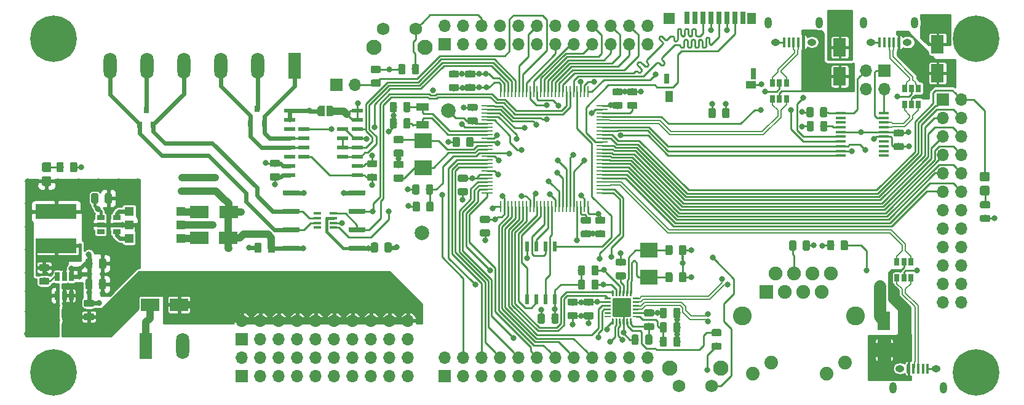
<source format=gbr>
G04 #@! TF.GenerationSoftware,KiCad,Pcbnew,(5.1.2)-1*
G04 #@! TF.CreationDate,2019-05-26T17:54:29-03:00*
G04 #@! TF.ProjectId,dragonmanh7,64726167-6f6e-46d6-916e-68372e6b6963,rev?*
G04 #@! TF.SameCoordinates,Original*
G04 #@! TF.FileFunction,Copper,L1,Top*
G04 #@! TF.FilePolarity,Positive*
%FSLAX46Y46*%
G04 Gerber Fmt 4.6, Leading zero omitted, Abs format (unit mm)*
G04 Created by KiCad (PCBNEW (5.1.2)-1) date 2019-05-26 17:54:29*
%MOMM*%
%LPD*%
G04 APERTURE LIST*
%ADD10C,0.100000*%
%ADD11C,0.975000*%
%ADD12R,5.700000X2.000000*%
%ADD13R,1.800000X3.600000*%
%ADD14O,1.800000X3.600000*%
%ADD15R,0.533400X1.473200*%
%ADD16C,2.100000*%
%ADD17C,1.750000*%
%ADD18C,2.000000*%
%ADD19R,1.700000X1.700000*%
%ADD20O,1.700000X1.700000*%
%ADD21O,1.000000X1.550000*%
%ADD22O,1.250000X0.950000*%
%ADD23R,0.400000X1.350000*%
%ADD24R,0.650000X1.220000*%
%ADD25C,0.500000*%
%ADD26R,1.900000X1.900000*%
%ADD27C,1.900000*%
%ADD28C,1.890000*%
%ADD29C,2.600000*%
%ADD30R,1.550000X0.600000*%
%ADD31R,1.450000X0.450000*%
%ADD32R,1.060000X0.400000*%
%ADD33R,1.800000X2.500000*%
%ADD34R,2.500000X1.800000*%
%ADD35R,1.060000X0.650000*%
%ADD36R,1.270000X1.270000*%
%ADD37R,1.500000X0.600000*%
%ADD38C,0.650000*%
%ADD39R,0.800000X0.900000*%
%ADD40C,1.300000*%
%ADD41R,0.700000X1.750000*%
%ADD42R,1.300000X1.500000*%
%ADD43R,0.800000X1.500000*%
%ADD44R,1.450000X1.000000*%
%ADD45R,0.800000X1.400000*%
%ADD46R,1.500000X1.500000*%
%ADD47R,1.000000X1.550000*%
%ADD48R,0.650000X1.060000*%
%ADD49R,2.400000X2.000000*%
%ADD50C,0.800000*%
%ADD51C,6.400000*%
%ADD52R,1.800000X1.000000*%
%ADD53R,1.500000X0.280000*%
%ADD54R,0.280000X1.500000*%
%ADD55C,0.250000*%
%ADD56C,0.250000*%
%ADD57C,0.600000*%
%ADD58C,0.400000*%
%ADD59C,1.000000*%
%ADD60C,0.200000*%
%ADD61C,0.203200*%
%ADD62C,1.700000*%
%ADD63C,0.254000*%
G04 APERTURE END LIST*
D10*
G36*
X68900742Y-53580974D02*
G01*
X68924403Y-53584484D01*
X68947607Y-53590296D01*
X68970129Y-53598354D01*
X68991753Y-53608582D01*
X69012270Y-53620879D01*
X69031483Y-53635129D01*
X69049207Y-53651193D01*
X69065271Y-53668917D01*
X69079521Y-53688130D01*
X69091818Y-53708647D01*
X69102046Y-53730271D01*
X69110104Y-53752793D01*
X69115916Y-53775997D01*
X69119426Y-53799658D01*
X69120600Y-53823550D01*
X69120600Y-54736050D01*
X69119426Y-54759942D01*
X69115916Y-54783603D01*
X69110104Y-54806807D01*
X69102046Y-54829329D01*
X69091818Y-54850953D01*
X69079521Y-54871470D01*
X69065271Y-54890683D01*
X69049207Y-54908407D01*
X69031483Y-54924471D01*
X69012270Y-54938721D01*
X68991753Y-54951018D01*
X68970129Y-54961246D01*
X68947607Y-54969304D01*
X68924403Y-54975116D01*
X68900742Y-54978626D01*
X68876850Y-54979800D01*
X68389350Y-54979800D01*
X68365458Y-54978626D01*
X68341797Y-54975116D01*
X68318593Y-54969304D01*
X68296071Y-54961246D01*
X68274447Y-54951018D01*
X68253930Y-54938721D01*
X68234717Y-54924471D01*
X68216993Y-54908407D01*
X68200929Y-54890683D01*
X68186679Y-54871470D01*
X68174382Y-54850953D01*
X68164154Y-54829329D01*
X68156096Y-54806807D01*
X68150284Y-54783603D01*
X68146774Y-54759942D01*
X68145600Y-54736050D01*
X68145600Y-53823550D01*
X68146774Y-53799658D01*
X68150284Y-53775997D01*
X68156096Y-53752793D01*
X68164154Y-53730271D01*
X68174382Y-53708647D01*
X68186679Y-53688130D01*
X68200929Y-53668917D01*
X68216993Y-53651193D01*
X68234717Y-53635129D01*
X68253930Y-53620879D01*
X68274447Y-53608582D01*
X68296071Y-53598354D01*
X68318593Y-53590296D01*
X68341797Y-53584484D01*
X68365458Y-53580974D01*
X68389350Y-53579800D01*
X68876850Y-53579800D01*
X68900742Y-53580974D01*
X68900742Y-53580974D01*
G37*
D11*
X68633100Y-54279800D03*
D10*
G36*
X70775742Y-53580974D02*
G01*
X70799403Y-53584484D01*
X70822607Y-53590296D01*
X70845129Y-53598354D01*
X70866753Y-53608582D01*
X70887270Y-53620879D01*
X70906483Y-53635129D01*
X70924207Y-53651193D01*
X70940271Y-53668917D01*
X70954521Y-53688130D01*
X70966818Y-53708647D01*
X70977046Y-53730271D01*
X70985104Y-53752793D01*
X70990916Y-53775997D01*
X70994426Y-53799658D01*
X70995600Y-53823550D01*
X70995600Y-54736050D01*
X70994426Y-54759942D01*
X70990916Y-54783603D01*
X70985104Y-54806807D01*
X70977046Y-54829329D01*
X70966818Y-54850953D01*
X70954521Y-54871470D01*
X70940271Y-54890683D01*
X70924207Y-54908407D01*
X70906483Y-54924471D01*
X70887270Y-54938721D01*
X70866753Y-54951018D01*
X70845129Y-54961246D01*
X70822607Y-54969304D01*
X70799403Y-54975116D01*
X70775742Y-54978626D01*
X70751850Y-54979800D01*
X70264350Y-54979800D01*
X70240458Y-54978626D01*
X70216797Y-54975116D01*
X70193593Y-54969304D01*
X70171071Y-54961246D01*
X70149447Y-54951018D01*
X70128930Y-54938721D01*
X70109717Y-54924471D01*
X70091993Y-54908407D01*
X70075929Y-54890683D01*
X70061679Y-54871470D01*
X70049382Y-54850953D01*
X70039154Y-54829329D01*
X70031096Y-54806807D01*
X70025284Y-54783603D01*
X70021774Y-54759942D01*
X70020600Y-54736050D01*
X70020600Y-53823550D01*
X70021774Y-53799658D01*
X70025284Y-53775997D01*
X70031096Y-53752793D01*
X70039154Y-53730271D01*
X70049382Y-53708647D01*
X70061679Y-53688130D01*
X70075929Y-53668917D01*
X70091993Y-53651193D01*
X70109717Y-53635129D01*
X70128930Y-53620879D01*
X70149447Y-53608582D01*
X70171071Y-53598354D01*
X70193593Y-53590296D01*
X70216797Y-53584484D01*
X70240458Y-53580974D01*
X70264350Y-53579800D01*
X70751850Y-53579800D01*
X70775742Y-53580974D01*
X70775742Y-53580974D01*
G37*
D11*
X70508100Y-54279800D03*
D12*
X63322200Y-56120800D03*
X63322200Y-60820800D03*
D13*
X75681840Y-74591820D03*
D14*
X80761840Y-74591820D03*
D13*
X96105980Y-36019740D03*
D14*
X91025980Y-36019740D03*
X85945980Y-36019740D03*
X80865980Y-36019740D03*
X75785980Y-36019740D03*
X70705980Y-36019740D03*
D15*
X131993640Y-60947300D03*
X130723640Y-60947300D03*
X129453640Y-60947300D03*
X128183640Y-60947300D03*
X128183640Y-68186300D03*
X129453640Y-68186300D03*
X130723640Y-68186300D03*
X131993640Y-68186300D03*
D16*
X147810940Y-77657160D03*
D17*
X149070940Y-80147160D03*
X153570940Y-80147160D03*
D16*
X154820940Y-77657160D03*
X114101160Y-33457680D03*
D17*
X112841160Y-30967680D03*
X108341160Y-30967680D03*
D16*
X107091160Y-33457680D03*
D18*
X113713260Y-59067700D03*
X117304820Y-42224960D03*
D19*
X116840000Y-33020000D03*
D20*
X116840000Y-30480000D03*
X119380000Y-33020000D03*
X119380000Y-30480000D03*
X121920000Y-33020000D03*
X121920000Y-30480000D03*
X124460000Y-33020000D03*
X124460000Y-30480000D03*
X127000000Y-33020000D03*
X127000000Y-30480000D03*
X129540000Y-33020000D03*
X129540000Y-30480000D03*
X132080000Y-33020000D03*
X132080000Y-30480000D03*
X134620000Y-33020000D03*
X134620000Y-30480000D03*
X137160000Y-33020000D03*
X137160000Y-30480000D03*
X139700000Y-33020000D03*
X139700000Y-30480000D03*
X142240000Y-33020000D03*
X142240000Y-30480000D03*
X144780000Y-33020000D03*
X144780000Y-30480000D03*
D21*
X174503200Y-30091400D03*
X181503200Y-30091400D03*
D22*
X180503200Y-32791400D03*
X175503200Y-32791400D03*
D23*
X179303200Y-32791400D03*
X178653200Y-32791400D03*
X176703200Y-32791400D03*
X177353200Y-32791400D03*
X178003200Y-32791400D03*
D21*
X185491000Y-80424000D03*
X178491000Y-80424000D03*
D22*
X179491000Y-77724000D03*
X184491000Y-77724000D03*
D23*
X180691000Y-77724000D03*
X181341000Y-77724000D03*
X183291000Y-77724000D03*
X182641000Y-77724000D03*
X181991000Y-77724000D03*
D21*
X161346000Y-30066000D03*
X168346000Y-30066000D03*
D22*
X167346000Y-32766000D03*
X162346000Y-32766000D03*
D23*
X166146000Y-32766000D03*
X165496000Y-32766000D03*
X163546000Y-32766000D03*
X164196000Y-32766000D03*
X164846000Y-32766000D03*
D24*
X63497420Y-65065280D03*
X64447420Y-65065280D03*
X65397420Y-65065280D03*
X65397420Y-67685280D03*
X64447420Y-67685280D03*
X63497420Y-67685280D03*
D10*
G36*
X68108262Y-62570034D02*
G01*
X68131923Y-62573544D01*
X68155127Y-62579356D01*
X68177649Y-62587414D01*
X68199273Y-62597642D01*
X68219790Y-62609939D01*
X68239003Y-62624189D01*
X68256727Y-62640253D01*
X68272791Y-62657977D01*
X68287041Y-62677190D01*
X68299338Y-62697707D01*
X68309566Y-62719331D01*
X68317624Y-62741853D01*
X68323436Y-62765057D01*
X68326946Y-62788718D01*
X68328120Y-62812610D01*
X68328120Y-63725110D01*
X68326946Y-63749002D01*
X68323436Y-63772663D01*
X68317624Y-63795867D01*
X68309566Y-63818389D01*
X68299338Y-63840013D01*
X68287041Y-63860530D01*
X68272791Y-63879743D01*
X68256727Y-63897467D01*
X68239003Y-63913531D01*
X68219790Y-63927781D01*
X68199273Y-63940078D01*
X68177649Y-63950306D01*
X68155127Y-63958364D01*
X68131923Y-63964176D01*
X68108262Y-63967686D01*
X68084370Y-63968860D01*
X67596870Y-63968860D01*
X67572978Y-63967686D01*
X67549317Y-63964176D01*
X67526113Y-63958364D01*
X67503591Y-63950306D01*
X67481967Y-63940078D01*
X67461450Y-63927781D01*
X67442237Y-63913531D01*
X67424513Y-63897467D01*
X67408449Y-63879743D01*
X67394199Y-63860530D01*
X67381902Y-63840013D01*
X67371674Y-63818389D01*
X67363616Y-63795867D01*
X67357804Y-63772663D01*
X67354294Y-63749002D01*
X67353120Y-63725110D01*
X67353120Y-62812610D01*
X67354294Y-62788718D01*
X67357804Y-62765057D01*
X67363616Y-62741853D01*
X67371674Y-62719331D01*
X67381902Y-62697707D01*
X67394199Y-62677190D01*
X67408449Y-62657977D01*
X67424513Y-62640253D01*
X67442237Y-62624189D01*
X67461450Y-62609939D01*
X67481967Y-62597642D01*
X67503591Y-62587414D01*
X67526113Y-62579356D01*
X67549317Y-62573544D01*
X67572978Y-62570034D01*
X67596870Y-62568860D01*
X68084370Y-62568860D01*
X68108262Y-62570034D01*
X68108262Y-62570034D01*
G37*
D11*
X67840620Y-63268860D03*
D10*
G36*
X69983262Y-62570034D02*
G01*
X70006923Y-62573544D01*
X70030127Y-62579356D01*
X70052649Y-62587414D01*
X70074273Y-62597642D01*
X70094790Y-62609939D01*
X70114003Y-62624189D01*
X70131727Y-62640253D01*
X70147791Y-62657977D01*
X70162041Y-62677190D01*
X70174338Y-62697707D01*
X70184566Y-62719331D01*
X70192624Y-62741853D01*
X70198436Y-62765057D01*
X70201946Y-62788718D01*
X70203120Y-62812610D01*
X70203120Y-63725110D01*
X70201946Y-63749002D01*
X70198436Y-63772663D01*
X70192624Y-63795867D01*
X70184566Y-63818389D01*
X70174338Y-63840013D01*
X70162041Y-63860530D01*
X70147791Y-63879743D01*
X70131727Y-63897467D01*
X70114003Y-63913531D01*
X70094790Y-63927781D01*
X70074273Y-63940078D01*
X70052649Y-63950306D01*
X70030127Y-63958364D01*
X70006923Y-63964176D01*
X69983262Y-63967686D01*
X69959370Y-63968860D01*
X69471870Y-63968860D01*
X69447978Y-63967686D01*
X69424317Y-63964176D01*
X69401113Y-63958364D01*
X69378591Y-63950306D01*
X69356967Y-63940078D01*
X69336450Y-63927781D01*
X69317237Y-63913531D01*
X69299513Y-63897467D01*
X69283449Y-63879743D01*
X69269199Y-63860530D01*
X69256902Y-63840013D01*
X69246674Y-63818389D01*
X69238616Y-63795867D01*
X69232804Y-63772663D01*
X69229294Y-63749002D01*
X69228120Y-63725110D01*
X69228120Y-62812610D01*
X69229294Y-62788718D01*
X69232804Y-62765057D01*
X69238616Y-62741853D01*
X69246674Y-62719331D01*
X69256902Y-62697707D01*
X69269199Y-62677190D01*
X69283449Y-62657977D01*
X69299513Y-62640253D01*
X69317237Y-62624189D01*
X69336450Y-62609939D01*
X69356967Y-62597642D01*
X69378591Y-62587414D01*
X69401113Y-62579356D01*
X69424317Y-62573544D01*
X69447978Y-62570034D01*
X69471870Y-62568860D01*
X69959370Y-62568860D01*
X69983262Y-62570034D01*
X69983262Y-62570034D01*
G37*
D11*
X69715620Y-63268860D03*
D10*
G36*
X68310842Y-68243294D02*
G01*
X68334503Y-68246804D01*
X68357707Y-68252616D01*
X68380229Y-68260674D01*
X68401853Y-68270902D01*
X68422370Y-68283199D01*
X68441583Y-68297449D01*
X68459307Y-68313513D01*
X68475371Y-68331237D01*
X68489621Y-68350450D01*
X68501918Y-68370967D01*
X68512146Y-68392591D01*
X68520204Y-68415113D01*
X68526016Y-68438317D01*
X68529526Y-68461978D01*
X68530700Y-68485870D01*
X68530700Y-68973370D01*
X68529526Y-68997262D01*
X68526016Y-69020923D01*
X68520204Y-69044127D01*
X68512146Y-69066649D01*
X68501918Y-69088273D01*
X68489621Y-69108790D01*
X68475371Y-69128003D01*
X68459307Y-69145727D01*
X68441583Y-69161791D01*
X68422370Y-69176041D01*
X68401853Y-69188338D01*
X68380229Y-69198566D01*
X68357707Y-69206624D01*
X68334503Y-69212436D01*
X68310842Y-69215946D01*
X68286950Y-69217120D01*
X67374450Y-69217120D01*
X67350558Y-69215946D01*
X67326897Y-69212436D01*
X67303693Y-69206624D01*
X67281171Y-69198566D01*
X67259547Y-69188338D01*
X67239030Y-69176041D01*
X67219817Y-69161791D01*
X67202093Y-69145727D01*
X67186029Y-69128003D01*
X67171779Y-69108790D01*
X67159482Y-69088273D01*
X67149254Y-69066649D01*
X67141196Y-69044127D01*
X67135384Y-69020923D01*
X67131874Y-68997262D01*
X67130700Y-68973370D01*
X67130700Y-68485870D01*
X67131874Y-68461978D01*
X67135384Y-68438317D01*
X67141196Y-68415113D01*
X67149254Y-68392591D01*
X67159482Y-68370967D01*
X67171779Y-68350450D01*
X67186029Y-68331237D01*
X67202093Y-68313513D01*
X67219817Y-68297449D01*
X67239030Y-68283199D01*
X67259547Y-68270902D01*
X67281171Y-68260674D01*
X67303693Y-68252616D01*
X67326897Y-68246804D01*
X67350558Y-68243294D01*
X67374450Y-68242120D01*
X68286950Y-68242120D01*
X68310842Y-68243294D01*
X68310842Y-68243294D01*
G37*
D11*
X67830700Y-68729620D03*
D10*
G36*
X68310842Y-70118294D02*
G01*
X68334503Y-70121804D01*
X68357707Y-70127616D01*
X68380229Y-70135674D01*
X68401853Y-70145902D01*
X68422370Y-70158199D01*
X68441583Y-70172449D01*
X68459307Y-70188513D01*
X68475371Y-70206237D01*
X68489621Y-70225450D01*
X68501918Y-70245967D01*
X68512146Y-70267591D01*
X68520204Y-70290113D01*
X68526016Y-70313317D01*
X68529526Y-70336978D01*
X68530700Y-70360870D01*
X68530700Y-70848370D01*
X68529526Y-70872262D01*
X68526016Y-70895923D01*
X68520204Y-70919127D01*
X68512146Y-70941649D01*
X68501918Y-70963273D01*
X68489621Y-70983790D01*
X68475371Y-71003003D01*
X68459307Y-71020727D01*
X68441583Y-71036791D01*
X68422370Y-71051041D01*
X68401853Y-71063338D01*
X68380229Y-71073566D01*
X68357707Y-71081624D01*
X68334503Y-71087436D01*
X68310842Y-71090946D01*
X68286950Y-71092120D01*
X67374450Y-71092120D01*
X67350558Y-71090946D01*
X67326897Y-71087436D01*
X67303693Y-71081624D01*
X67281171Y-71073566D01*
X67259547Y-71063338D01*
X67239030Y-71051041D01*
X67219817Y-71036791D01*
X67202093Y-71020727D01*
X67186029Y-71003003D01*
X67171779Y-70983790D01*
X67159482Y-70963273D01*
X67149254Y-70941649D01*
X67141196Y-70919127D01*
X67135384Y-70895923D01*
X67131874Y-70872262D01*
X67130700Y-70848370D01*
X67130700Y-70360870D01*
X67131874Y-70336978D01*
X67135384Y-70313317D01*
X67141196Y-70290113D01*
X67149254Y-70267591D01*
X67159482Y-70245967D01*
X67171779Y-70225450D01*
X67186029Y-70206237D01*
X67202093Y-70188513D01*
X67219817Y-70172449D01*
X67239030Y-70158199D01*
X67259547Y-70145902D01*
X67281171Y-70135674D01*
X67303693Y-70127616D01*
X67326897Y-70121804D01*
X67350558Y-70118294D01*
X67374450Y-70117120D01*
X68286950Y-70117120D01*
X68310842Y-70118294D01*
X68310842Y-70118294D01*
G37*
D11*
X67830700Y-70604620D03*
D10*
G36*
X191686262Y-54684774D02*
G01*
X191709923Y-54688284D01*
X191733127Y-54694096D01*
X191755649Y-54702154D01*
X191777273Y-54712382D01*
X191797790Y-54724679D01*
X191817003Y-54738929D01*
X191834727Y-54754993D01*
X191850791Y-54772717D01*
X191865041Y-54791930D01*
X191877338Y-54812447D01*
X191887566Y-54834071D01*
X191895624Y-54856593D01*
X191901436Y-54879797D01*
X191904946Y-54903458D01*
X191906120Y-54927350D01*
X191906120Y-55414850D01*
X191904946Y-55438742D01*
X191901436Y-55462403D01*
X191895624Y-55485607D01*
X191887566Y-55508129D01*
X191877338Y-55529753D01*
X191865041Y-55550270D01*
X191850791Y-55569483D01*
X191834727Y-55587207D01*
X191817003Y-55603271D01*
X191797790Y-55617521D01*
X191777273Y-55629818D01*
X191755649Y-55640046D01*
X191733127Y-55648104D01*
X191709923Y-55653916D01*
X191686262Y-55657426D01*
X191662370Y-55658600D01*
X190749870Y-55658600D01*
X190725978Y-55657426D01*
X190702317Y-55653916D01*
X190679113Y-55648104D01*
X190656591Y-55640046D01*
X190634967Y-55629818D01*
X190614450Y-55617521D01*
X190595237Y-55603271D01*
X190577513Y-55587207D01*
X190561449Y-55569483D01*
X190547199Y-55550270D01*
X190534902Y-55529753D01*
X190524674Y-55508129D01*
X190516616Y-55485607D01*
X190510804Y-55462403D01*
X190507294Y-55438742D01*
X190506120Y-55414850D01*
X190506120Y-54927350D01*
X190507294Y-54903458D01*
X190510804Y-54879797D01*
X190516616Y-54856593D01*
X190524674Y-54834071D01*
X190534902Y-54812447D01*
X190547199Y-54791930D01*
X190561449Y-54772717D01*
X190577513Y-54754993D01*
X190595237Y-54738929D01*
X190614450Y-54724679D01*
X190634967Y-54712382D01*
X190656591Y-54702154D01*
X190679113Y-54694096D01*
X190702317Y-54688284D01*
X190725978Y-54684774D01*
X190749870Y-54683600D01*
X191662370Y-54683600D01*
X191686262Y-54684774D01*
X191686262Y-54684774D01*
G37*
D11*
X191206120Y-55171100D03*
D10*
G36*
X191686262Y-56559774D02*
G01*
X191709923Y-56563284D01*
X191733127Y-56569096D01*
X191755649Y-56577154D01*
X191777273Y-56587382D01*
X191797790Y-56599679D01*
X191817003Y-56613929D01*
X191834727Y-56629993D01*
X191850791Y-56647717D01*
X191865041Y-56666930D01*
X191877338Y-56687447D01*
X191887566Y-56709071D01*
X191895624Y-56731593D01*
X191901436Y-56754797D01*
X191904946Y-56778458D01*
X191906120Y-56802350D01*
X191906120Y-57289850D01*
X191904946Y-57313742D01*
X191901436Y-57337403D01*
X191895624Y-57360607D01*
X191887566Y-57383129D01*
X191877338Y-57404753D01*
X191865041Y-57425270D01*
X191850791Y-57444483D01*
X191834727Y-57462207D01*
X191817003Y-57478271D01*
X191797790Y-57492521D01*
X191777273Y-57504818D01*
X191755649Y-57515046D01*
X191733127Y-57523104D01*
X191709923Y-57528916D01*
X191686262Y-57532426D01*
X191662370Y-57533600D01*
X190749870Y-57533600D01*
X190725978Y-57532426D01*
X190702317Y-57528916D01*
X190679113Y-57523104D01*
X190656591Y-57515046D01*
X190634967Y-57504818D01*
X190614450Y-57492521D01*
X190595237Y-57478271D01*
X190577513Y-57462207D01*
X190561449Y-57444483D01*
X190547199Y-57425270D01*
X190534902Y-57404753D01*
X190524674Y-57383129D01*
X190516616Y-57360607D01*
X190510804Y-57337403D01*
X190507294Y-57313742D01*
X190506120Y-57289850D01*
X190506120Y-56802350D01*
X190507294Y-56778458D01*
X190510804Y-56754797D01*
X190516616Y-56731593D01*
X190524674Y-56709071D01*
X190534902Y-56687447D01*
X190547199Y-56666930D01*
X190561449Y-56647717D01*
X190577513Y-56629993D01*
X190595237Y-56613929D01*
X190614450Y-56599679D01*
X190634967Y-56587382D01*
X190656591Y-56577154D01*
X190679113Y-56569096D01*
X190702317Y-56563284D01*
X190725978Y-56559774D01*
X190749870Y-56558600D01*
X191662370Y-56558600D01*
X191686262Y-56559774D01*
X191686262Y-56559774D01*
G37*
D11*
X191206120Y-57046100D03*
D10*
G36*
X64125542Y-49288374D02*
G01*
X64149203Y-49291884D01*
X64172407Y-49297696D01*
X64194929Y-49305754D01*
X64216553Y-49315982D01*
X64237070Y-49328279D01*
X64256283Y-49342529D01*
X64274007Y-49358593D01*
X64290071Y-49376317D01*
X64304321Y-49395530D01*
X64316618Y-49416047D01*
X64326846Y-49437671D01*
X64334904Y-49460193D01*
X64340716Y-49483397D01*
X64344226Y-49507058D01*
X64345400Y-49530950D01*
X64345400Y-50443450D01*
X64344226Y-50467342D01*
X64340716Y-50491003D01*
X64334904Y-50514207D01*
X64326846Y-50536729D01*
X64316618Y-50558353D01*
X64304321Y-50578870D01*
X64290071Y-50598083D01*
X64274007Y-50615807D01*
X64256283Y-50631871D01*
X64237070Y-50646121D01*
X64216553Y-50658418D01*
X64194929Y-50668646D01*
X64172407Y-50676704D01*
X64149203Y-50682516D01*
X64125542Y-50686026D01*
X64101650Y-50687200D01*
X63614150Y-50687200D01*
X63590258Y-50686026D01*
X63566597Y-50682516D01*
X63543393Y-50676704D01*
X63520871Y-50668646D01*
X63499247Y-50658418D01*
X63478730Y-50646121D01*
X63459517Y-50631871D01*
X63441793Y-50615807D01*
X63425729Y-50598083D01*
X63411479Y-50578870D01*
X63399182Y-50558353D01*
X63388954Y-50536729D01*
X63380896Y-50514207D01*
X63375084Y-50491003D01*
X63371574Y-50467342D01*
X63370400Y-50443450D01*
X63370400Y-49530950D01*
X63371574Y-49507058D01*
X63375084Y-49483397D01*
X63380896Y-49460193D01*
X63388954Y-49437671D01*
X63399182Y-49416047D01*
X63411479Y-49395530D01*
X63425729Y-49376317D01*
X63441793Y-49358593D01*
X63459517Y-49342529D01*
X63478730Y-49328279D01*
X63499247Y-49315982D01*
X63520871Y-49305754D01*
X63543393Y-49297696D01*
X63566597Y-49291884D01*
X63590258Y-49288374D01*
X63614150Y-49287200D01*
X64101650Y-49287200D01*
X64125542Y-49288374D01*
X64125542Y-49288374D01*
G37*
D11*
X63857900Y-49987200D03*
D10*
G36*
X66000542Y-49288374D02*
G01*
X66024203Y-49291884D01*
X66047407Y-49297696D01*
X66069929Y-49305754D01*
X66091553Y-49315982D01*
X66112070Y-49328279D01*
X66131283Y-49342529D01*
X66149007Y-49358593D01*
X66165071Y-49376317D01*
X66179321Y-49395530D01*
X66191618Y-49416047D01*
X66201846Y-49437671D01*
X66209904Y-49460193D01*
X66215716Y-49483397D01*
X66219226Y-49507058D01*
X66220400Y-49530950D01*
X66220400Y-50443450D01*
X66219226Y-50467342D01*
X66215716Y-50491003D01*
X66209904Y-50514207D01*
X66201846Y-50536729D01*
X66191618Y-50558353D01*
X66179321Y-50578870D01*
X66165071Y-50598083D01*
X66149007Y-50615807D01*
X66131283Y-50631871D01*
X66112070Y-50646121D01*
X66091553Y-50658418D01*
X66069929Y-50668646D01*
X66047407Y-50676704D01*
X66024203Y-50682516D01*
X66000542Y-50686026D01*
X65976650Y-50687200D01*
X65489150Y-50687200D01*
X65465258Y-50686026D01*
X65441597Y-50682516D01*
X65418393Y-50676704D01*
X65395871Y-50668646D01*
X65374247Y-50658418D01*
X65353730Y-50646121D01*
X65334517Y-50631871D01*
X65316793Y-50615807D01*
X65300729Y-50598083D01*
X65286479Y-50578870D01*
X65274182Y-50558353D01*
X65263954Y-50536729D01*
X65255896Y-50514207D01*
X65250084Y-50491003D01*
X65246574Y-50467342D01*
X65245400Y-50443450D01*
X65245400Y-49530950D01*
X65246574Y-49507058D01*
X65250084Y-49483397D01*
X65255896Y-49460193D01*
X65263954Y-49437671D01*
X65274182Y-49416047D01*
X65286479Y-49395530D01*
X65300729Y-49376317D01*
X65316793Y-49358593D01*
X65334517Y-49342529D01*
X65353730Y-49328279D01*
X65374247Y-49315982D01*
X65395871Y-49305754D01*
X65418393Y-49297696D01*
X65441597Y-49291884D01*
X65465258Y-49288374D01*
X65489150Y-49287200D01*
X65976650Y-49287200D01*
X66000542Y-49288374D01*
X66000542Y-49288374D01*
G37*
D11*
X65732900Y-49987200D03*
D10*
G36*
X154706402Y-72302214D02*
G01*
X154730063Y-72305724D01*
X154753267Y-72311536D01*
X154775789Y-72319594D01*
X154797413Y-72329822D01*
X154817930Y-72342119D01*
X154837143Y-72356369D01*
X154854867Y-72372433D01*
X154870931Y-72390157D01*
X154885181Y-72409370D01*
X154897478Y-72429887D01*
X154907706Y-72451511D01*
X154915764Y-72474033D01*
X154921576Y-72497237D01*
X154925086Y-72520898D01*
X154926260Y-72544790D01*
X154926260Y-73032290D01*
X154925086Y-73056182D01*
X154921576Y-73079843D01*
X154915764Y-73103047D01*
X154907706Y-73125569D01*
X154897478Y-73147193D01*
X154885181Y-73167710D01*
X154870931Y-73186923D01*
X154854867Y-73204647D01*
X154837143Y-73220711D01*
X154817930Y-73234961D01*
X154797413Y-73247258D01*
X154775789Y-73257486D01*
X154753267Y-73265544D01*
X154730063Y-73271356D01*
X154706402Y-73274866D01*
X154682510Y-73276040D01*
X153770010Y-73276040D01*
X153746118Y-73274866D01*
X153722457Y-73271356D01*
X153699253Y-73265544D01*
X153676731Y-73257486D01*
X153655107Y-73247258D01*
X153634590Y-73234961D01*
X153615377Y-73220711D01*
X153597653Y-73204647D01*
X153581589Y-73186923D01*
X153567339Y-73167710D01*
X153555042Y-73147193D01*
X153544814Y-73125569D01*
X153536756Y-73103047D01*
X153530944Y-73079843D01*
X153527434Y-73056182D01*
X153526260Y-73032290D01*
X153526260Y-72544790D01*
X153527434Y-72520898D01*
X153530944Y-72497237D01*
X153536756Y-72474033D01*
X153544814Y-72451511D01*
X153555042Y-72429887D01*
X153567339Y-72409370D01*
X153581589Y-72390157D01*
X153597653Y-72372433D01*
X153615377Y-72356369D01*
X153634590Y-72342119D01*
X153655107Y-72329822D01*
X153676731Y-72319594D01*
X153699253Y-72311536D01*
X153722457Y-72305724D01*
X153746118Y-72302214D01*
X153770010Y-72301040D01*
X154682510Y-72301040D01*
X154706402Y-72302214D01*
X154706402Y-72302214D01*
G37*
D11*
X154226260Y-72788540D03*
D10*
G36*
X154706402Y-74177214D02*
G01*
X154730063Y-74180724D01*
X154753267Y-74186536D01*
X154775789Y-74194594D01*
X154797413Y-74204822D01*
X154817930Y-74217119D01*
X154837143Y-74231369D01*
X154854867Y-74247433D01*
X154870931Y-74265157D01*
X154885181Y-74284370D01*
X154897478Y-74304887D01*
X154907706Y-74326511D01*
X154915764Y-74349033D01*
X154921576Y-74372237D01*
X154925086Y-74395898D01*
X154926260Y-74419790D01*
X154926260Y-74907290D01*
X154925086Y-74931182D01*
X154921576Y-74954843D01*
X154915764Y-74978047D01*
X154907706Y-75000569D01*
X154897478Y-75022193D01*
X154885181Y-75042710D01*
X154870931Y-75061923D01*
X154854867Y-75079647D01*
X154837143Y-75095711D01*
X154817930Y-75109961D01*
X154797413Y-75122258D01*
X154775789Y-75132486D01*
X154753267Y-75140544D01*
X154730063Y-75146356D01*
X154706402Y-75149866D01*
X154682510Y-75151040D01*
X153770010Y-75151040D01*
X153746118Y-75149866D01*
X153722457Y-75146356D01*
X153699253Y-75140544D01*
X153676731Y-75132486D01*
X153655107Y-75122258D01*
X153634590Y-75109961D01*
X153615377Y-75095711D01*
X153597653Y-75079647D01*
X153581589Y-75061923D01*
X153567339Y-75042710D01*
X153555042Y-75022193D01*
X153544814Y-75000569D01*
X153536756Y-74978047D01*
X153530944Y-74954843D01*
X153527434Y-74931182D01*
X153526260Y-74907290D01*
X153526260Y-74419790D01*
X153527434Y-74395898D01*
X153530944Y-74372237D01*
X153536756Y-74349033D01*
X153544814Y-74326511D01*
X153555042Y-74304887D01*
X153567339Y-74284370D01*
X153581589Y-74265157D01*
X153597653Y-74247433D01*
X153615377Y-74231369D01*
X153634590Y-74217119D01*
X153655107Y-74204822D01*
X153676731Y-74194594D01*
X153699253Y-74186536D01*
X153722457Y-74180724D01*
X153746118Y-74177214D01*
X153770010Y-74176040D01*
X154682510Y-74176040D01*
X154706402Y-74177214D01*
X154706402Y-74177214D01*
G37*
D11*
X154226260Y-74663540D03*
D10*
G36*
X135905942Y-65447854D02*
G01*
X135929603Y-65451364D01*
X135952807Y-65457176D01*
X135975329Y-65465234D01*
X135996953Y-65475462D01*
X136017470Y-65487759D01*
X136036683Y-65502009D01*
X136054407Y-65518073D01*
X136070471Y-65535797D01*
X136084721Y-65555010D01*
X136097018Y-65575527D01*
X136107246Y-65597151D01*
X136115304Y-65619673D01*
X136121116Y-65642877D01*
X136124626Y-65666538D01*
X136125800Y-65690430D01*
X136125800Y-66602930D01*
X136124626Y-66626822D01*
X136121116Y-66650483D01*
X136115304Y-66673687D01*
X136107246Y-66696209D01*
X136097018Y-66717833D01*
X136084721Y-66738350D01*
X136070471Y-66757563D01*
X136054407Y-66775287D01*
X136036683Y-66791351D01*
X136017470Y-66805601D01*
X135996953Y-66817898D01*
X135975329Y-66828126D01*
X135952807Y-66836184D01*
X135929603Y-66841996D01*
X135905942Y-66845506D01*
X135882050Y-66846680D01*
X135394550Y-66846680D01*
X135370658Y-66845506D01*
X135346997Y-66841996D01*
X135323793Y-66836184D01*
X135301271Y-66828126D01*
X135279647Y-66817898D01*
X135259130Y-66805601D01*
X135239917Y-66791351D01*
X135222193Y-66775287D01*
X135206129Y-66757563D01*
X135191879Y-66738350D01*
X135179582Y-66717833D01*
X135169354Y-66696209D01*
X135161296Y-66673687D01*
X135155484Y-66650483D01*
X135151974Y-66626822D01*
X135150800Y-66602930D01*
X135150800Y-65690430D01*
X135151974Y-65666538D01*
X135155484Y-65642877D01*
X135161296Y-65619673D01*
X135169354Y-65597151D01*
X135179582Y-65575527D01*
X135191879Y-65555010D01*
X135206129Y-65535797D01*
X135222193Y-65518073D01*
X135239917Y-65502009D01*
X135259130Y-65487759D01*
X135279647Y-65475462D01*
X135301271Y-65465234D01*
X135323793Y-65457176D01*
X135346997Y-65451364D01*
X135370658Y-65447854D01*
X135394550Y-65446680D01*
X135882050Y-65446680D01*
X135905942Y-65447854D01*
X135905942Y-65447854D01*
G37*
D11*
X135638300Y-66146680D03*
D10*
G36*
X137780942Y-65447854D02*
G01*
X137804603Y-65451364D01*
X137827807Y-65457176D01*
X137850329Y-65465234D01*
X137871953Y-65475462D01*
X137892470Y-65487759D01*
X137911683Y-65502009D01*
X137929407Y-65518073D01*
X137945471Y-65535797D01*
X137959721Y-65555010D01*
X137972018Y-65575527D01*
X137982246Y-65597151D01*
X137990304Y-65619673D01*
X137996116Y-65642877D01*
X137999626Y-65666538D01*
X138000800Y-65690430D01*
X138000800Y-66602930D01*
X137999626Y-66626822D01*
X137996116Y-66650483D01*
X137990304Y-66673687D01*
X137982246Y-66696209D01*
X137972018Y-66717833D01*
X137959721Y-66738350D01*
X137945471Y-66757563D01*
X137929407Y-66775287D01*
X137911683Y-66791351D01*
X137892470Y-66805601D01*
X137871953Y-66817898D01*
X137850329Y-66828126D01*
X137827807Y-66836184D01*
X137804603Y-66841996D01*
X137780942Y-66845506D01*
X137757050Y-66846680D01*
X137269550Y-66846680D01*
X137245658Y-66845506D01*
X137221997Y-66841996D01*
X137198793Y-66836184D01*
X137176271Y-66828126D01*
X137154647Y-66817898D01*
X137134130Y-66805601D01*
X137114917Y-66791351D01*
X137097193Y-66775287D01*
X137081129Y-66757563D01*
X137066879Y-66738350D01*
X137054582Y-66717833D01*
X137044354Y-66696209D01*
X137036296Y-66673687D01*
X137030484Y-66650483D01*
X137026974Y-66626822D01*
X137025800Y-66602930D01*
X137025800Y-65690430D01*
X137026974Y-65666538D01*
X137030484Y-65642877D01*
X137036296Y-65619673D01*
X137044354Y-65597151D01*
X137054582Y-65575527D01*
X137066879Y-65555010D01*
X137081129Y-65535797D01*
X137097193Y-65518073D01*
X137114917Y-65502009D01*
X137134130Y-65487759D01*
X137154647Y-65475462D01*
X137176271Y-65465234D01*
X137198793Y-65457176D01*
X137221997Y-65451364D01*
X137245658Y-65447854D01*
X137269550Y-65446680D01*
X137757050Y-65446680D01*
X137780942Y-65447854D01*
X137780942Y-65447854D01*
G37*
D11*
X137513300Y-66146680D03*
D10*
G36*
X135905942Y-63507294D02*
G01*
X135929603Y-63510804D01*
X135952807Y-63516616D01*
X135975329Y-63524674D01*
X135996953Y-63534902D01*
X136017470Y-63547199D01*
X136036683Y-63561449D01*
X136054407Y-63577513D01*
X136070471Y-63595237D01*
X136084721Y-63614450D01*
X136097018Y-63634967D01*
X136107246Y-63656591D01*
X136115304Y-63679113D01*
X136121116Y-63702317D01*
X136124626Y-63725978D01*
X136125800Y-63749870D01*
X136125800Y-64662370D01*
X136124626Y-64686262D01*
X136121116Y-64709923D01*
X136115304Y-64733127D01*
X136107246Y-64755649D01*
X136097018Y-64777273D01*
X136084721Y-64797790D01*
X136070471Y-64817003D01*
X136054407Y-64834727D01*
X136036683Y-64850791D01*
X136017470Y-64865041D01*
X135996953Y-64877338D01*
X135975329Y-64887566D01*
X135952807Y-64895624D01*
X135929603Y-64901436D01*
X135905942Y-64904946D01*
X135882050Y-64906120D01*
X135394550Y-64906120D01*
X135370658Y-64904946D01*
X135346997Y-64901436D01*
X135323793Y-64895624D01*
X135301271Y-64887566D01*
X135279647Y-64877338D01*
X135259130Y-64865041D01*
X135239917Y-64850791D01*
X135222193Y-64834727D01*
X135206129Y-64817003D01*
X135191879Y-64797790D01*
X135179582Y-64777273D01*
X135169354Y-64755649D01*
X135161296Y-64733127D01*
X135155484Y-64709923D01*
X135151974Y-64686262D01*
X135150800Y-64662370D01*
X135150800Y-63749870D01*
X135151974Y-63725978D01*
X135155484Y-63702317D01*
X135161296Y-63679113D01*
X135169354Y-63656591D01*
X135179582Y-63634967D01*
X135191879Y-63614450D01*
X135206129Y-63595237D01*
X135222193Y-63577513D01*
X135239917Y-63561449D01*
X135259130Y-63547199D01*
X135279647Y-63534902D01*
X135301271Y-63524674D01*
X135323793Y-63516616D01*
X135346997Y-63510804D01*
X135370658Y-63507294D01*
X135394550Y-63506120D01*
X135882050Y-63506120D01*
X135905942Y-63507294D01*
X135905942Y-63507294D01*
G37*
D11*
X135638300Y-64206120D03*
D10*
G36*
X137780942Y-63507294D02*
G01*
X137804603Y-63510804D01*
X137827807Y-63516616D01*
X137850329Y-63524674D01*
X137871953Y-63534902D01*
X137892470Y-63547199D01*
X137911683Y-63561449D01*
X137929407Y-63577513D01*
X137945471Y-63595237D01*
X137959721Y-63614450D01*
X137972018Y-63634967D01*
X137982246Y-63656591D01*
X137990304Y-63679113D01*
X137996116Y-63702317D01*
X137999626Y-63725978D01*
X138000800Y-63749870D01*
X138000800Y-64662370D01*
X137999626Y-64686262D01*
X137996116Y-64709923D01*
X137990304Y-64733127D01*
X137982246Y-64755649D01*
X137972018Y-64777273D01*
X137959721Y-64797790D01*
X137945471Y-64817003D01*
X137929407Y-64834727D01*
X137911683Y-64850791D01*
X137892470Y-64865041D01*
X137871953Y-64877338D01*
X137850329Y-64887566D01*
X137827807Y-64895624D01*
X137804603Y-64901436D01*
X137780942Y-64904946D01*
X137757050Y-64906120D01*
X137269550Y-64906120D01*
X137245658Y-64904946D01*
X137221997Y-64901436D01*
X137198793Y-64895624D01*
X137176271Y-64887566D01*
X137154647Y-64877338D01*
X137134130Y-64865041D01*
X137114917Y-64850791D01*
X137097193Y-64834727D01*
X137081129Y-64817003D01*
X137066879Y-64797790D01*
X137054582Y-64777273D01*
X137044354Y-64755649D01*
X137036296Y-64733127D01*
X137030484Y-64709923D01*
X137026974Y-64686262D01*
X137025800Y-64662370D01*
X137025800Y-63749870D01*
X137026974Y-63725978D01*
X137030484Y-63702317D01*
X137036296Y-63679113D01*
X137044354Y-63656591D01*
X137054582Y-63634967D01*
X137066879Y-63614450D01*
X137081129Y-63595237D01*
X137097193Y-63577513D01*
X137114917Y-63561449D01*
X137134130Y-63547199D01*
X137154647Y-63534902D01*
X137176271Y-63524674D01*
X137198793Y-63516616D01*
X137221997Y-63510804D01*
X137245658Y-63507294D01*
X137269550Y-63506120D01*
X137757050Y-63506120D01*
X137780942Y-63507294D01*
X137780942Y-63507294D01*
G37*
D11*
X137513300Y-64206120D03*
D25*
X101066360Y-42257980D03*
D10*
G36*
X100566360Y-41507980D02*
G01*
X101066360Y-41507980D01*
X101066360Y-41508582D01*
X101090894Y-41508582D01*
X101139725Y-41513392D01*
X101187850Y-41522964D01*
X101234805Y-41537208D01*
X101280138Y-41555985D01*
X101323411Y-41579116D01*
X101364210Y-41606376D01*
X101402139Y-41637504D01*
X101436836Y-41672201D01*
X101467964Y-41710130D01*
X101495224Y-41750929D01*
X101518355Y-41794202D01*
X101537132Y-41839535D01*
X101551376Y-41886490D01*
X101560948Y-41934615D01*
X101565758Y-41983446D01*
X101565758Y-42007980D01*
X101566360Y-42007980D01*
X101566360Y-42507980D01*
X101565758Y-42507980D01*
X101565758Y-42532514D01*
X101560948Y-42581345D01*
X101551376Y-42629470D01*
X101537132Y-42676425D01*
X101518355Y-42721758D01*
X101495224Y-42765031D01*
X101467964Y-42805830D01*
X101436836Y-42843759D01*
X101402139Y-42878456D01*
X101364210Y-42909584D01*
X101323411Y-42936844D01*
X101280138Y-42959975D01*
X101234805Y-42978752D01*
X101187850Y-42992996D01*
X101139725Y-43002568D01*
X101090894Y-43007378D01*
X101066360Y-43007378D01*
X101066360Y-43007980D01*
X100566360Y-43007980D01*
X100566360Y-41507980D01*
X100566360Y-41507980D01*
G37*
D25*
X99766360Y-42257980D03*
D10*
G36*
X99766360Y-43007378D02*
G01*
X99741826Y-43007378D01*
X99692995Y-43002568D01*
X99644870Y-42992996D01*
X99597915Y-42978752D01*
X99552582Y-42959975D01*
X99509309Y-42936844D01*
X99468510Y-42909584D01*
X99430581Y-42878456D01*
X99395884Y-42843759D01*
X99364756Y-42805830D01*
X99337496Y-42765031D01*
X99314365Y-42721758D01*
X99295588Y-42676425D01*
X99281344Y-42629470D01*
X99271772Y-42581345D01*
X99266962Y-42532514D01*
X99266962Y-42507980D01*
X99266360Y-42507980D01*
X99266360Y-42007980D01*
X99266962Y-42007980D01*
X99266962Y-41983446D01*
X99271772Y-41934615D01*
X99281344Y-41886490D01*
X99295588Y-41839535D01*
X99314365Y-41794202D01*
X99337496Y-41750929D01*
X99364756Y-41710130D01*
X99395884Y-41672201D01*
X99430581Y-41637504D01*
X99468510Y-41606376D01*
X99509309Y-41579116D01*
X99552582Y-41555985D01*
X99597915Y-41537208D01*
X99644870Y-41522964D01*
X99692995Y-41513392D01*
X99741826Y-41508582D01*
X99766360Y-41508582D01*
X99766360Y-41507980D01*
X100266360Y-41507980D01*
X100266360Y-43007980D01*
X99766360Y-43007980D01*
X99766360Y-43007378D01*
X99766360Y-43007378D01*
G37*
D26*
X161112200Y-67170300D03*
D27*
X162382200Y-64630300D03*
X163652200Y-67170300D03*
X164922200Y-64630300D03*
X166192200Y-67170300D03*
X167462200Y-64630300D03*
X168732200Y-67170300D03*
X170002200Y-64630300D03*
D28*
X171882200Y-76890300D03*
X169342200Y-78410300D03*
X161772200Y-76890300D03*
X159232200Y-78410300D03*
D29*
X157782200Y-70460300D03*
X173332200Y-70460300D03*
D30*
X102791240Y-48514000D03*
X102791240Y-47244000D03*
X102791240Y-45974000D03*
X102791240Y-44704000D03*
X97391240Y-44704000D03*
X97391240Y-45974000D03*
X97391240Y-47244000D03*
X97391240Y-48514000D03*
D31*
X171339720Y-42551160D03*
X171339720Y-43201160D03*
X171339720Y-43851160D03*
X171339720Y-44501160D03*
X171339720Y-45151160D03*
X171339720Y-45801160D03*
X171339720Y-46451160D03*
X171339720Y-47101160D03*
X171339720Y-47751160D03*
X171339720Y-48401160D03*
X177239720Y-48401160D03*
X177239720Y-47751160D03*
X177239720Y-47101160D03*
X177239720Y-46451160D03*
X177239720Y-45801160D03*
X177239720Y-45151160D03*
X177239720Y-44501160D03*
X177239720Y-43851160D03*
X177239720Y-43201160D03*
X177239720Y-42551160D03*
D32*
X101506200Y-58333200D03*
X101506200Y-57683200D03*
X101506200Y-57023200D03*
X101506200Y-56373200D03*
X99306200Y-56373200D03*
X99306200Y-57023200D03*
X99306200Y-57683200D03*
X99306200Y-58333200D03*
D33*
X184658000Y-37052000D03*
X184658000Y-33052000D03*
D10*
G36*
X84383962Y-52790414D02*
G01*
X84407623Y-52793924D01*
X84430827Y-52799736D01*
X84453349Y-52807794D01*
X84474973Y-52818022D01*
X84495490Y-52830319D01*
X84514703Y-52844569D01*
X84532427Y-52860633D01*
X84548491Y-52878357D01*
X84562741Y-52897570D01*
X84575038Y-52918087D01*
X84585266Y-52939711D01*
X84593324Y-52962233D01*
X84599136Y-52985437D01*
X84602646Y-53009098D01*
X84603820Y-53032990D01*
X84603820Y-53520490D01*
X84602646Y-53544382D01*
X84599136Y-53568043D01*
X84593324Y-53591247D01*
X84585266Y-53613769D01*
X84575038Y-53635393D01*
X84562741Y-53655910D01*
X84548491Y-53675123D01*
X84532427Y-53692847D01*
X84514703Y-53708911D01*
X84495490Y-53723161D01*
X84474973Y-53735458D01*
X84453349Y-53745686D01*
X84430827Y-53753744D01*
X84407623Y-53759556D01*
X84383962Y-53763066D01*
X84360070Y-53764240D01*
X83447570Y-53764240D01*
X83423678Y-53763066D01*
X83400017Y-53759556D01*
X83376813Y-53753744D01*
X83354291Y-53745686D01*
X83332667Y-53735458D01*
X83312150Y-53723161D01*
X83292937Y-53708911D01*
X83275213Y-53692847D01*
X83259149Y-53675123D01*
X83244899Y-53655910D01*
X83232602Y-53635393D01*
X83222374Y-53613769D01*
X83214316Y-53591247D01*
X83208504Y-53568043D01*
X83204994Y-53544382D01*
X83203820Y-53520490D01*
X83203820Y-53032990D01*
X83204994Y-53009098D01*
X83208504Y-52985437D01*
X83214316Y-52962233D01*
X83222374Y-52939711D01*
X83232602Y-52918087D01*
X83244899Y-52897570D01*
X83259149Y-52878357D01*
X83275213Y-52860633D01*
X83292937Y-52844569D01*
X83312150Y-52830319D01*
X83332667Y-52818022D01*
X83354291Y-52807794D01*
X83376813Y-52799736D01*
X83400017Y-52793924D01*
X83423678Y-52790414D01*
X83447570Y-52789240D01*
X84360070Y-52789240D01*
X84383962Y-52790414D01*
X84383962Y-52790414D01*
G37*
D11*
X83903820Y-53276740D03*
D10*
G36*
X84383962Y-50915414D02*
G01*
X84407623Y-50918924D01*
X84430827Y-50924736D01*
X84453349Y-50932794D01*
X84474973Y-50943022D01*
X84495490Y-50955319D01*
X84514703Y-50969569D01*
X84532427Y-50985633D01*
X84548491Y-51003357D01*
X84562741Y-51022570D01*
X84575038Y-51043087D01*
X84585266Y-51064711D01*
X84593324Y-51087233D01*
X84599136Y-51110437D01*
X84602646Y-51134098D01*
X84603820Y-51157990D01*
X84603820Y-51645490D01*
X84602646Y-51669382D01*
X84599136Y-51693043D01*
X84593324Y-51716247D01*
X84585266Y-51738769D01*
X84575038Y-51760393D01*
X84562741Y-51780910D01*
X84548491Y-51800123D01*
X84532427Y-51817847D01*
X84514703Y-51833911D01*
X84495490Y-51848161D01*
X84474973Y-51860458D01*
X84453349Y-51870686D01*
X84430827Y-51878744D01*
X84407623Y-51884556D01*
X84383962Y-51888066D01*
X84360070Y-51889240D01*
X83447570Y-51889240D01*
X83423678Y-51888066D01*
X83400017Y-51884556D01*
X83376813Y-51878744D01*
X83354291Y-51870686D01*
X83332667Y-51860458D01*
X83312150Y-51848161D01*
X83292937Y-51833911D01*
X83275213Y-51817847D01*
X83259149Y-51800123D01*
X83244899Y-51780910D01*
X83232602Y-51760393D01*
X83222374Y-51738769D01*
X83214316Y-51716247D01*
X83208504Y-51693043D01*
X83204994Y-51669382D01*
X83203820Y-51645490D01*
X83203820Y-51157990D01*
X83204994Y-51134098D01*
X83208504Y-51110437D01*
X83214316Y-51087233D01*
X83222374Y-51064711D01*
X83232602Y-51043087D01*
X83244899Y-51022570D01*
X83259149Y-51003357D01*
X83275213Y-50985633D01*
X83292937Y-50969569D01*
X83312150Y-50955319D01*
X83332667Y-50943022D01*
X83354291Y-50932794D01*
X83376813Y-50924736D01*
X83400017Y-50918924D01*
X83423678Y-50915414D01*
X83447570Y-50914240D01*
X84360070Y-50914240D01*
X84383962Y-50915414D01*
X84383962Y-50915414D01*
G37*
D11*
X83903820Y-51401740D03*
D10*
G36*
X82392602Y-52798034D02*
G01*
X82416263Y-52801544D01*
X82439467Y-52807356D01*
X82461989Y-52815414D01*
X82483613Y-52825642D01*
X82504130Y-52837939D01*
X82523343Y-52852189D01*
X82541067Y-52868253D01*
X82557131Y-52885977D01*
X82571381Y-52905190D01*
X82583678Y-52925707D01*
X82593906Y-52947331D01*
X82601964Y-52969853D01*
X82607776Y-52993057D01*
X82611286Y-53016718D01*
X82612460Y-53040610D01*
X82612460Y-53528110D01*
X82611286Y-53552002D01*
X82607776Y-53575663D01*
X82601964Y-53598867D01*
X82593906Y-53621389D01*
X82583678Y-53643013D01*
X82571381Y-53663530D01*
X82557131Y-53682743D01*
X82541067Y-53700467D01*
X82523343Y-53716531D01*
X82504130Y-53730781D01*
X82483613Y-53743078D01*
X82461989Y-53753306D01*
X82439467Y-53761364D01*
X82416263Y-53767176D01*
X82392602Y-53770686D01*
X82368710Y-53771860D01*
X81456210Y-53771860D01*
X81432318Y-53770686D01*
X81408657Y-53767176D01*
X81385453Y-53761364D01*
X81362931Y-53753306D01*
X81341307Y-53743078D01*
X81320790Y-53730781D01*
X81301577Y-53716531D01*
X81283853Y-53700467D01*
X81267789Y-53682743D01*
X81253539Y-53663530D01*
X81241242Y-53643013D01*
X81231014Y-53621389D01*
X81222956Y-53598867D01*
X81217144Y-53575663D01*
X81213634Y-53552002D01*
X81212460Y-53528110D01*
X81212460Y-53040610D01*
X81213634Y-53016718D01*
X81217144Y-52993057D01*
X81222956Y-52969853D01*
X81231014Y-52947331D01*
X81241242Y-52925707D01*
X81253539Y-52905190D01*
X81267789Y-52885977D01*
X81283853Y-52868253D01*
X81301577Y-52852189D01*
X81320790Y-52837939D01*
X81341307Y-52825642D01*
X81362931Y-52815414D01*
X81385453Y-52807356D01*
X81408657Y-52801544D01*
X81432318Y-52798034D01*
X81456210Y-52796860D01*
X82368710Y-52796860D01*
X82392602Y-52798034D01*
X82392602Y-52798034D01*
G37*
D11*
X81912460Y-53284360D03*
D10*
G36*
X82392602Y-50923034D02*
G01*
X82416263Y-50926544D01*
X82439467Y-50932356D01*
X82461989Y-50940414D01*
X82483613Y-50950642D01*
X82504130Y-50962939D01*
X82523343Y-50977189D01*
X82541067Y-50993253D01*
X82557131Y-51010977D01*
X82571381Y-51030190D01*
X82583678Y-51050707D01*
X82593906Y-51072331D01*
X82601964Y-51094853D01*
X82607776Y-51118057D01*
X82611286Y-51141718D01*
X82612460Y-51165610D01*
X82612460Y-51653110D01*
X82611286Y-51677002D01*
X82607776Y-51700663D01*
X82601964Y-51723867D01*
X82593906Y-51746389D01*
X82583678Y-51768013D01*
X82571381Y-51788530D01*
X82557131Y-51807743D01*
X82541067Y-51825467D01*
X82523343Y-51841531D01*
X82504130Y-51855781D01*
X82483613Y-51868078D01*
X82461989Y-51878306D01*
X82439467Y-51886364D01*
X82416263Y-51892176D01*
X82392602Y-51895686D01*
X82368710Y-51896860D01*
X81456210Y-51896860D01*
X81432318Y-51895686D01*
X81408657Y-51892176D01*
X81385453Y-51886364D01*
X81362931Y-51878306D01*
X81341307Y-51868078D01*
X81320790Y-51855781D01*
X81301577Y-51841531D01*
X81283853Y-51825467D01*
X81267789Y-51807743D01*
X81253539Y-51788530D01*
X81241242Y-51768013D01*
X81231014Y-51746389D01*
X81222956Y-51723867D01*
X81217144Y-51700663D01*
X81213634Y-51677002D01*
X81212460Y-51653110D01*
X81212460Y-51165610D01*
X81213634Y-51141718D01*
X81217144Y-51118057D01*
X81222956Y-51094853D01*
X81231014Y-51072331D01*
X81241242Y-51050707D01*
X81253539Y-51030190D01*
X81267789Y-51010977D01*
X81283853Y-50993253D01*
X81301577Y-50977189D01*
X81320790Y-50962939D01*
X81341307Y-50950642D01*
X81362931Y-50940414D01*
X81385453Y-50932356D01*
X81408657Y-50926544D01*
X81432318Y-50923034D01*
X81456210Y-50921860D01*
X82368710Y-50921860D01*
X82392602Y-50923034D01*
X82392602Y-50923034D01*
G37*
D11*
X81912460Y-51409360D03*
D34*
X83049360Y-56134000D03*
X87049360Y-56134000D03*
X87039200Y-59748420D03*
X83039200Y-59748420D03*
D35*
X71658660Y-58864540D03*
X71658660Y-57914540D03*
X71658660Y-56964540D03*
X69458660Y-56964540D03*
X69458660Y-58864540D03*
X69458660Y-57914540D03*
D36*
X73363820Y-56082400D03*
X73363820Y-57937400D03*
X73363820Y-59792400D03*
X80473820Y-59792400D03*
X80473820Y-57937400D03*
X80473820Y-56082400D03*
D37*
X104799660Y-51059080D03*
X104799660Y-49789080D03*
X104799660Y-48519080D03*
X104799660Y-47249080D03*
X104799660Y-45979080D03*
X104799660Y-44709080D03*
X104799660Y-43439080D03*
X104799660Y-42169080D03*
X95499660Y-42169080D03*
X95499660Y-43439080D03*
X95499660Y-44709080D03*
X95499660Y-45979080D03*
X95499660Y-47249080D03*
X95499660Y-48519080D03*
X95499660Y-49789080D03*
X95499660Y-51059080D03*
D10*
G36*
X93919122Y-50844774D02*
G01*
X93942783Y-50848284D01*
X93965987Y-50854096D01*
X93988509Y-50862154D01*
X94010133Y-50872382D01*
X94030650Y-50884679D01*
X94049863Y-50898929D01*
X94067587Y-50914993D01*
X94083651Y-50932717D01*
X94097901Y-50951930D01*
X94110198Y-50972447D01*
X94120426Y-50994071D01*
X94128484Y-51016593D01*
X94134296Y-51039797D01*
X94137806Y-51063458D01*
X94138980Y-51087350D01*
X94138980Y-51574850D01*
X94137806Y-51598742D01*
X94134296Y-51622403D01*
X94128484Y-51645607D01*
X94120426Y-51668129D01*
X94110198Y-51689753D01*
X94097901Y-51710270D01*
X94083651Y-51729483D01*
X94067587Y-51747207D01*
X94049863Y-51763271D01*
X94030650Y-51777521D01*
X94010133Y-51789818D01*
X93988509Y-51800046D01*
X93965987Y-51808104D01*
X93942783Y-51813916D01*
X93919122Y-51817426D01*
X93895230Y-51818600D01*
X92982730Y-51818600D01*
X92958838Y-51817426D01*
X92935177Y-51813916D01*
X92911973Y-51808104D01*
X92889451Y-51800046D01*
X92867827Y-51789818D01*
X92847310Y-51777521D01*
X92828097Y-51763271D01*
X92810373Y-51747207D01*
X92794309Y-51729483D01*
X92780059Y-51710270D01*
X92767762Y-51689753D01*
X92757534Y-51668129D01*
X92749476Y-51645607D01*
X92743664Y-51622403D01*
X92740154Y-51598742D01*
X92738980Y-51574850D01*
X92738980Y-51087350D01*
X92740154Y-51063458D01*
X92743664Y-51039797D01*
X92749476Y-51016593D01*
X92757534Y-50994071D01*
X92767762Y-50972447D01*
X92780059Y-50951930D01*
X92794309Y-50932717D01*
X92810373Y-50914993D01*
X92828097Y-50898929D01*
X92847310Y-50884679D01*
X92867827Y-50872382D01*
X92889451Y-50862154D01*
X92911973Y-50854096D01*
X92935177Y-50848284D01*
X92958838Y-50844774D01*
X92982730Y-50843600D01*
X93895230Y-50843600D01*
X93919122Y-50844774D01*
X93919122Y-50844774D01*
G37*
D11*
X93438980Y-51331100D03*
D10*
G36*
X93919122Y-48969774D02*
G01*
X93942783Y-48973284D01*
X93965987Y-48979096D01*
X93988509Y-48987154D01*
X94010133Y-48997382D01*
X94030650Y-49009679D01*
X94049863Y-49023929D01*
X94067587Y-49039993D01*
X94083651Y-49057717D01*
X94097901Y-49076930D01*
X94110198Y-49097447D01*
X94120426Y-49119071D01*
X94128484Y-49141593D01*
X94134296Y-49164797D01*
X94137806Y-49188458D01*
X94138980Y-49212350D01*
X94138980Y-49699850D01*
X94137806Y-49723742D01*
X94134296Y-49747403D01*
X94128484Y-49770607D01*
X94120426Y-49793129D01*
X94110198Y-49814753D01*
X94097901Y-49835270D01*
X94083651Y-49854483D01*
X94067587Y-49872207D01*
X94049863Y-49888271D01*
X94030650Y-49902521D01*
X94010133Y-49914818D01*
X93988509Y-49925046D01*
X93965987Y-49933104D01*
X93942783Y-49938916D01*
X93919122Y-49942426D01*
X93895230Y-49943600D01*
X92982730Y-49943600D01*
X92958838Y-49942426D01*
X92935177Y-49938916D01*
X92911973Y-49933104D01*
X92889451Y-49925046D01*
X92867827Y-49914818D01*
X92847310Y-49902521D01*
X92828097Y-49888271D01*
X92810373Y-49872207D01*
X92794309Y-49854483D01*
X92780059Y-49835270D01*
X92767762Y-49814753D01*
X92757534Y-49793129D01*
X92749476Y-49770607D01*
X92743664Y-49747403D01*
X92740154Y-49723742D01*
X92738980Y-49699850D01*
X92738980Y-49212350D01*
X92740154Y-49188458D01*
X92743664Y-49164797D01*
X92749476Y-49141593D01*
X92757534Y-49119071D01*
X92767762Y-49097447D01*
X92780059Y-49076930D01*
X92794309Y-49057717D01*
X92810373Y-49039993D01*
X92828097Y-49023929D01*
X92847310Y-49009679D01*
X92867827Y-48997382D01*
X92889451Y-48987154D01*
X92911973Y-48979096D01*
X92935177Y-48973284D01*
X92958838Y-48969774D01*
X92982730Y-48968600D01*
X93895230Y-48968600D01*
X93919122Y-48969774D01*
X93919122Y-48969774D01*
G37*
D11*
X93438980Y-49456100D03*
D10*
G36*
X93234422Y-60403414D02*
G01*
X93258083Y-60406924D01*
X93281287Y-60412736D01*
X93303809Y-60420794D01*
X93325433Y-60431022D01*
X93345950Y-60443319D01*
X93365163Y-60457569D01*
X93382887Y-60473633D01*
X93398951Y-60491357D01*
X93413201Y-60510570D01*
X93425498Y-60531087D01*
X93435726Y-60552711D01*
X93443784Y-60575233D01*
X93449596Y-60598437D01*
X93453106Y-60622098D01*
X93454280Y-60645990D01*
X93454280Y-61558490D01*
X93453106Y-61582382D01*
X93449596Y-61606043D01*
X93443784Y-61629247D01*
X93435726Y-61651769D01*
X93425498Y-61673393D01*
X93413201Y-61693910D01*
X93398951Y-61713123D01*
X93382887Y-61730847D01*
X93365163Y-61746911D01*
X93345950Y-61761161D01*
X93325433Y-61773458D01*
X93303809Y-61783686D01*
X93281287Y-61791744D01*
X93258083Y-61797556D01*
X93234422Y-61801066D01*
X93210530Y-61802240D01*
X92723030Y-61802240D01*
X92699138Y-61801066D01*
X92675477Y-61797556D01*
X92652273Y-61791744D01*
X92629751Y-61783686D01*
X92608127Y-61773458D01*
X92587610Y-61761161D01*
X92568397Y-61746911D01*
X92550673Y-61730847D01*
X92534609Y-61713123D01*
X92520359Y-61693910D01*
X92508062Y-61673393D01*
X92497834Y-61651769D01*
X92489776Y-61629247D01*
X92483964Y-61606043D01*
X92480454Y-61582382D01*
X92479280Y-61558490D01*
X92479280Y-60645990D01*
X92480454Y-60622098D01*
X92483964Y-60598437D01*
X92489776Y-60575233D01*
X92497834Y-60552711D01*
X92508062Y-60531087D01*
X92520359Y-60510570D01*
X92534609Y-60491357D01*
X92550673Y-60473633D01*
X92568397Y-60457569D01*
X92587610Y-60443319D01*
X92608127Y-60431022D01*
X92629751Y-60420794D01*
X92652273Y-60412736D01*
X92675477Y-60406924D01*
X92699138Y-60403414D01*
X92723030Y-60402240D01*
X93210530Y-60402240D01*
X93234422Y-60403414D01*
X93234422Y-60403414D01*
G37*
D11*
X92966780Y-61102240D03*
D10*
G36*
X91359422Y-60403414D02*
G01*
X91383083Y-60406924D01*
X91406287Y-60412736D01*
X91428809Y-60420794D01*
X91450433Y-60431022D01*
X91470950Y-60443319D01*
X91490163Y-60457569D01*
X91507887Y-60473633D01*
X91523951Y-60491357D01*
X91538201Y-60510570D01*
X91550498Y-60531087D01*
X91560726Y-60552711D01*
X91568784Y-60575233D01*
X91574596Y-60598437D01*
X91578106Y-60622098D01*
X91579280Y-60645990D01*
X91579280Y-61558490D01*
X91578106Y-61582382D01*
X91574596Y-61606043D01*
X91568784Y-61629247D01*
X91560726Y-61651769D01*
X91550498Y-61673393D01*
X91538201Y-61693910D01*
X91523951Y-61713123D01*
X91507887Y-61730847D01*
X91490163Y-61746911D01*
X91470950Y-61761161D01*
X91450433Y-61773458D01*
X91428809Y-61783686D01*
X91406287Y-61791744D01*
X91383083Y-61797556D01*
X91359422Y-61801066D01*
X91335530Y-61802240D01*
X90848030Y-61802240D01*
X90824138Y-61801066D01*
X90800477Y-61797556D01*
X90777273Y-61791744D01*
X90754751Y-61783686D01*
X90733127Y-61773458D01*
X90712610Y-61761161D01*
X90693397Y-61746911D01*
X90675673Y-61730847D01*
X90659609Y-61713123D01*
X90645359Y-61693910D01*
X90633062Y-61673393D01*
X90622834Y-61651769D01*
X90614776Y-61629247D01*
X90608964Y-61606043D01*
X90605454Y-61582382D01*
X90604280Y-61558490D01*
X90604280Y-60645990D01*
X90605454Y-60622098D01*
X90608964Y-60598437D01*
X90614776Y-60575233D01*
X90622834Y-60552711D01*
X90633062Y-60531087D01*
X90645359Y-60510570D01*
X90659609Y-60491357D01*
X90675673Y-60473633D01*
X90693397Y-60457569D01*
X90712610Y-60443319D01*
X90733127Y-60431022D01*
X90754751Y-60420794D01*
X90777273Y-60412736D01*
X90800477Y-60406924D01*
X90824138Y-60403414D01*
X90848030Y-60402240D01*
X91335530Y-60402240D01*
X91359422Y-60403414D01*
X91359422Y-60403414D01*
G37*
D11*
X91091780Y-61102240D03*
D10*
G36*
X105766588Y-60828822D02*
G01*
X105782362Y-60831162D01*
X105797831Y-60835037D01*
X105812846Y-60840410D01*
X105827262Y-60847228D01*
X105840940Y-60855426D01*
X105853749Y-60864926D01*
X105865565Y-60875635D01*
X105876274Y-60887451D01*
X105885774Y-60900260D01*
X105893972Y-60913938D01*
X105900790Y-60928354D01*
X105906163Y-60943369D01*
X105910038Y-60958838D01*
X105912378Y-60974612D01*
X105913160Y-60990540D01*
X105913160Y-61315540D01*
X105912378Y-61331468D01*
X105910038Y-61347242D01*
X105906163Y-61362711D01*
X105900790Y-61377726D01*
X105893972Y-61392142D01*
X105885774Y-61405820D01*
X105876274Y-61418629D01*
X105865565Y-61430445D01*
X105853749Y-61441154D01*
X105840940Y-61450654D01*
X105827262Y-61458852D01*
X105812846Y-61465670D01*
X105797831Y-61471043D01*
X105782362Y-61474918D01*
X105766588Y-61477258D01*
X105750660Y-61478040D01*
X103725660Y-61478040D01*
X103709732Y-61477258D01*
X103693958Y-61474918D01*
X103678489Y-61471043D01*
X103663474Y-61465670D01*
X103649058Y-61458852D01*
X103635380Y-61450654D01*
X103622571Y-61441154D01*
X103610755Y-61430445D01*
X103600046Y-61418629D01*
X103590546Y-61405820D01*
X103582348Y-61392142D01*
X103575530Y-61377726D01*
X103570157Y-61362711D01*
X103566282Y-61347242D01*
X103563942Y-61331468D01*
X103563160Y-61315540D01*
X103563160Y-60990540D01*
X103563942Y-60974612D01*
X103566282Y-60958838D01*
X103570157Y-60943369D01*
X103575530Y-60928354D01*
X103582348Y-60913938D01*
X103590546Y-60900260D01*
X103600046Y-60887451D01*
X103610755Y-60875635D01*
X103622571Y-60864926D01*
X103635380Y-60855426D01*
X103649058Y-60847228D01*
X103663474Y-60840410D01*
X103678489Y-60835037D01*
X103693958Y-60831162D01*
X103709732Y-60828822D01*
X103725660Y-60828040D01*
X105750660Y-60828040D01*
X105766588Y-60828822D01*
X105766588Y-60828822D01*
G37*
D38*
X104738160Y-61153040D03*
D10*
G36*
X105766588Y-58288822D02*
G01*
X105782362Y-58291162D01*
X105797831Y-58295037D01*
X105812846Y-58300410D01*
X105827262Y-58307228D01*
X105840940Y-58315426D01*
X105853749Y-58324926D01*
X105865565Y-58335635D01*
X105876274Y-58347451D01*
X105885774Y-58360260D01*
X105893972Y-58373938D01*
X105900790Y-58388354D01*
X105906163Y-58403369D01*
X105910038Y-58418838D01*
X105912378Y-58434612D01*
X105913160Y-58450540D01*
X105913160Y-58775540D01*
X105912378Y-58791468D01*
X105910038Y-58807242D01*
X105906163Y-58822711D01*
X105900790Y-58837726D01*
X105893972Y-58852142D01*
X105885774Y-58865820D01*
X105876274Y-58878629D01*
X105865565Y-58890445D01*
X105853749Y-58901154D01*
X105840940Y-58910654D01*
X105827262Y-58918852D01*
X105812846Y-58925670D01*
X105797831Y-58931043D01*
X105782362Y-58934918D01*
X105766588Y-58937258D01*
X105750660Y-58938040D01*
X103725660Y-58938040D01*
X103709732Y-58937258D01*
X103693958Y-58934918D01*
X103678489Y-58931043D01*
X103663474Y-58925670D01*
X103649058Y-58918852D01*
X103635380Y-58910654D01*
X103622571Y-58901154D01*
X103610755Y-58890445D01*
X103600046Y-58878629D01*
X103590546Y-58865820D01*
X103582348Y-58852142D01*
X103575530Y-58837726D01*
X103570157Y-58822711D01*
X103566282Y-58807242D01*
X103563942Y-58791468D01*
X103563160Y-58775540D01*
X103563160Y-58450540D01*
X103563942Y-58434612D01*
X103566282Y-58418838D01*
X103570157Y-58403369D01*
X103575530Y-58388354D01*
X103582348Y-58373938D01*
X103590546Y-58360260D01*
X103600046Y-58347451D01*
X103610755Y-58335635D01*
X103622571Y-58324926D01*
X103635380Y-58315426D01*
X103649058Y-58307228D01*
X103663474Y-58300410D01*
X103678489Y-58295037D01*
X103693958Y-58291162D01*
X103709732Y-58288822D01*
X103725660Y-58288040D01*
X105750660Y-58288040D01*
X105766588Y-58288822D01*
X105766588Y-58288822D01*
G37*
D38*
X104738160Y-58613040D03*
D10*
G36*
X105766588Y-55748822D02*
G01*
X105782362Y-55751162D01*
X105797831Y-55755037D01*
X105812846Y-55760410D01*
X105827262Y-55767228D01*
X105840940Y-55775426D01*
X105853749Y-55784926D01*
X105865565Y-55795635D01*
X105876274Y-55807451D01*
X105885774Y-55820260D01*
X105893972Y-55833938D01*
X105900790Y-55848354D01*
X105906163Y-55863369D01*
X105910038Y-55878838D01*
X105912378Y-55894612D01*
X105913160Y-55910540D01*
X105913160Y-56235540D01*
X105912378Y-56251468D01*
X105910038Y-56267242D01*
X105906163Y-56282711D01*
X105900790Y-56297726D01*
X105893972Y-56312142D01*
X105885774Y-56325820D01*
X105876274Y-56338629D01*
X105865565Y-56350445D01*
X105853749Y-56361154D01*
X105840940Y-56370654D01*
X105827262Y-56378852D01*
X105812846Y-56385670D01*
X105797831Y-56391043D01*
X105782362Y-56394918D01*
X105766588Y-56397258D01*
X105750660Y-56398040D01*
X103725660Y-56398040D01*
X103709732Y-56397258D01*
X103693958Y-56394918D01*
X103678489Y-56391043D01*
X103663474Y-56385670D01*
X103649058Y-56378852D01*
X103635380Y-56370654D01*
X103622571Y-56361154D01*
X103610755Y-56350445D01*
X103600046Y-56338629D01*
X103590546Y-56325820D01*
X103582348Y-56312142D01*
X103575530Y-56297726D01*
X103570157Y-56282711D01*
X103566282Y-56267242D01*
X103563942Y-56251468D01*
X103563160Y-56235540D01*
X103563160Y-55910540D01*
X103563942Y-55894612D01*
X103566282Y-55878838D01*
X103570157Y-55863369D01*
X103575530Y-55848354D01*
X103582348Y-55833938D01*
X103590546Y-55820260D01*
X103600046Y-55807451D01*
X103610755Y-55795635D01*
X103622571Y-55784926D01*
X103635380Y-55775426D01*
X103649058Y-55767228D01*
X103663474Y-55760410D01*
X103678489Y-55755037D01*
X103693958Y-55751162D01*
X103709732Y-55748822D01*
X103725660Y-55748040D01*
X105750660Y-55748040D01*
X105766588Y-55748822D01*
X105766588Y-55748822D01*
G37*
D38*
X104738160Y-56073040D03*
D10*
G36*
X105766588Y-53208822D02*
G01*
X105782362Y-53211162D01*
X105797831Y-53215037D01*
X105812846Y-53220410D01*
X105827262Y-53227228D01*
X105840940Y-53235426D01*
X105853749Y-53244926D01*
X105865565Y-53255635D01*
X105876274Y-53267451D01*
X105885774Y-53280260D01*
X105893972Y-53293938D01*
X105900790Y-53308354D01*
X105906163Y-53323369D01*
X105910038Y-53338838D01*
X105912378Y-53354612D01*
X105913160Y-53370540D01*
X105913160Y-53695540D01*
X105912378Y-53711468D01*
X105910038Y-53727242D01*
X105906163Y-53742711D01*
X105900790Y-53757726D01*
X105893972Y-53772142D01*
X105885774Y-53785820D01*
X105876274Y-53798629D01*
X105865565Y-53810445D01*
X105853749Y-53821154D01*
X105840940Y-53830654D01*
X105827262Y-53838852D01*
X105812846Y-53845670D01*
X105797831Y-53851043D01*
X105782362Y-53854918D01*
X105766588Y-53857258D01*
X105750660Y-53858040D01*
X103725660Y-53858040D01*
X103709732Y-53857258D01*
X103693958Y-53854918D01*
X103678489Y-53851043D01*
X103663474Y-53845670D01*
X103649058Y-53838852D01*
X103635380Y-53830654D01*
X103622571Y-53821154D01*
X103610755Y-53810445D01*
X103600046Y-53798629D01*
X103590546Y-53785820D01*
X103582348Y-53772142D01*
X103575530Y-53757726D01*
X103570157Y-53742711D01*
X103566282Y-53727242D01*
X103563942Y-53711468D01*
X103563160Y-53695540D01*
X103563160Y-53370540D01*
X103563942Y-53354612D01*
X103566282Y-53338838D01*
X103570157Y-53323369D01*
X103575530Y-53308354D01*
X103582348Y-53293938D01*
X103590546Y-53280260D01*
X103600046Y-53267451D01*
X103610755Y-53255635D01*
X103622571Y-53244926D01*
X103635380Y-53235426D01*
X103649058Y-53227228D01*
X103663474Y-53220410D01*
X103678489Y-53215037D01*
X103693958Y-53211162D01*
X103709732Y-53208822D01*
X103725660Y-53208040D01*
X105750660Y-53208040D01*
X105766588Y-53208822D01*
X105766588Y-53208822D01*
G37*
D38*
X104738160Y-53533040D03*
D10*
G36*
X96716588Y-53208822D02*
G01*
X96732362Y-53211162D01*
X96747831Y-53215037D01*
X96762846Y-53220410D01*
X96777262Y-53227228D01*
X96790940Y-53235426D01*
X96803749Y-53244926D01*
X96815565Y-53255635D01*
X96826274Y-53267451D01*
X96835774Y-53280260D01*
X96843972Y-53293938D01*
X96850790Y-53308354D01*
X96856163Y-53323369D01*
X96860038Y-53338838D01*
X96862378Y-53354612D01*
X96863160Y-53370540D01*
X96863160Y-53695540D01*
X96862378Y-53711468D01*
X96860038Y-53727242D01*
X96856163Y-53742711D01*
X96850790Y-53757726D01*
X96843972Y-53772142D01*
X96835774Y-53785820D01*
X96826274Y-53798629D01*
X96815565Y-53810445D01*
X96803749Y-53821154D01*
X96790940Y-53830654D01*
X96777262Y-53838852D01*
X96762846Y-53845670D01*
X96747831Y-53851043D01*
X96732362Y-53854918D01*
X96716588Y-53857258D01*
X96700660Y-53858040D01*
X94675660Y-53858040D01*
X94659732Y-53857258D01*
X94643958Y-53854918D01*
X94628489Y-53851043D01*
X94613474Y-53845670D01*
X94599058Y-53838852D01*
X94585380Y-53830654D01*
X94572571Y-53821154D01*
X94560755Y-53810445D01*
X94550046Y-53798629D01*
X94540546Y-53785820D01*
X94532348Y-53772142D01*
X94525530Y-53757726D01*
X94520157Y-53742711D01*
X94516282Y-53727242D01*
X94513942Y-53711468D01*
X94513160Y-53695540D01*
X94513160Y-53370540D01*
X94513942Y-53354612D01*
X94516282Y-53338838D01*
X94520157Y-53323369D01*
X94525530Y-53308354D01*
X94532348Y-53293938D01*
X94540546Y-53280260D01*
X94550046Y-53267451D01*
X94560755Y-53255635D01*
X94572571Y-53244926D01*
X94585380Y-53235426D01*
X94599058Y-53227228D01*
X94613474Y-53220410D01*
X94628489Y-53215037D01*
X94643958Y-53211162D01*
X94659732Y-53208822D01*
X94675660Y-53208040D01*
X96700660Y-53208040D01*
X96716588Y-53208822D01*
X96716588Y-53208822D01*
G37*
D38*
X95688160Y-53533040D03*
D10*
G36*
X96716588Y-55748822D02*
G01*
X96732362Y-55751162D01*
X96747831Y-55755037D01*
X96762846Y-55760410D01*
X96777262Y-55767228D01*
X96790940Y-55775426D01*
X96803749Y-55784926D01*
X96815565Y-55795635D01*
X96826274Y-55807451D01*
X96835774Y-55820260D01*
X96843972Y-55833938D01*
X96850790Y-55848354D01*
X96856163Y-55863369D01*
X96860038Y-55878838D01*
X96862378Y-55894612D01*
X96863160Y-55910540D01*
X96863160Y-56235540D01*
X96862378Y-56251468D01*
X96860038Y-56267242D01*
X96856163Y-56282711D01*
X96850790Y-56297726D01*
X96843972Y-56312142D01*
X96835774Y-56325820D01*
X96826274Y-56338629D01*
X96815565Y-56350445D01*
X96803749Y-56361154D01*
X96790940Y-56370654D01*
X96777262Y-56378852D01*
X96762846Y-56385670D01*
X96747831Y-56391043D01*
X96732362Y-56394918D01*
X96716588Y-56397258D01*
X96700660Y-56398040D01*
X94675660Y-56398040D01*
X94659732Y-56397258D01*
X94643958Y-56394918D01*
X94628489Y-56391043D01*
X94613474Y-56385670D01*
X94599058Y-56378852D01*
X94585380Y-56370654D01*
X94572571Y-56361154D01*
X94560755Y-56350445D01*
X94550046Y-56338629D01*
X94540546Y-56325820D01*
X94532348Y-56312142D01*
X94525530Y-56297726D01*
X94520157Y-56282711D01*
X94516282Y-56267242D01*
X94513942Y-56251468D01*
X94513160Y-56235540D01*
X94513160Y-55910540D01*
X94513942Y-55894612D01*
X94516282Y-55878838D01*
X94520157Y-55863369D01*
X94525530Y-55848354D01*
X94532348Y-55833938D01*
X94540546Y-55820260D01*
X94550046Y-55807451D01*
X94560755Y-55795635D01*
X94572571Y-55784926D01*
X94585380Y-55775426D01*
X94599058Y-55767228D01*
X94613474Y-55760410D01*
X94628489Y-55755037D01*
X94643958Y-55751162D01*
X94659732Y-55748822D01*
X94675660Y-55748040D01*
X96700660Y-55748040D01*
X96716588Y-55748822D01*
X96716588Y-55748822D01*
G37*
D38*
X95688160Y-56073040D03*
D10*
G36*
X96716588Y-58288822D02*
G01*
X96732362Y-58291162D01*
X96747831Y-58295037D01*
X96762846Y-58300410D01*
X96777262Y-58307228D01*
X96790940Y-58315426D01*
X96803749Y-58324926D01*
X96815565Y-58335635D01*
X96826274Y-58347451D01*
X96835774Y-58360260D01*
X96843972Y-58373938D01*
X96850790Y-58388354D01*
X96856163Y-58403369D01*
X96860038Y-58418838D01*
X96862378Y-58434612D01*
X96863160Y-58450540D01*
X96863160Y-58775540D01*
X96862378Y-58791468D01*
X96860038Y-58807242D01*
X96856163Y-58822711D01*
X96850790Y-58837726D01*
X96843972Y-58852142D01*
X96835774Y-58865820D01*
X96826274Y-58878629D01*
X96815565Y-58890445D01*
X96803749Y-58901154D01*
X96790940Y-58910654D01*
X96777262Y-58918852D01*
X96762846Y-58925670D01*
X96747831Y-58931043D01*
X96732362Y-58934918D01*
X96716588Y-58937258D01*
X96700660Y-58938040D01*
X94675660Y-58938040D01*
X94659732Y-58937258D01*
X94643958Y-58934918D01*
X94628489Y-58931043D01*
X94613474Y-58925670D01*
X94599058Y-58918852D01*
X94585380Y-58910654D01*
X94572571Y-58901154D01*
X94560755Y-58890445D01*
X94550046Y-58878629D01*
X94540546Y-58865820D01*
X94532348Y-58852142D01*
X94525530Y-58837726D01*
X94520157Y-58822711D01*
X94516282Y-58807242D01*
X94513942Y-58791468D01*
X94513160Y-58775540D01*
X94513160Y-58450540D01*
X94513942Y-58434612D01*
X94516282Y-58418838D01*
X94520157Y-58403369D01*
X94525530Y-58388354D01*
X94532348Y-58373938D01*
X94540546Y-58360260D01*
X94550046Y-58347451D01*
X94560755Y-58335635D01*
X94572571Y-58324926D01*
X94585380Y-58315426D01*
X94599058Y-58307228D01*
X94613474Y-58300410D01*
X94628489Y-58295037D01*
X94643958Y-58291162D01*
X94659732Y-58288822D01*
X94675660Y-58288040D01*
X96700660Y-58288040D01*
X96716588Y-58288822D01*
X96716588Y-58288822D01*
G37*
D38*
X95688160Y-58613040D03*
D10*
G36*
X96716588Y-60828822D02*
G01*
X96732362Y-60831162D01*
X96747831Y-60835037D01*
X96762846Y-60840410D01*
X96777262Y-60847228D01*
X96790940Y-60855426D01*
X96803749Y-60864926D01*
X96815565Y-60875635D01*
X96826274Y-60887451D01*
X96835774Y-60900260D01*
X96843972Y-60913938D01*
X96850790Y-60928354D01*
X96856163Y-60943369D01*
X96860038Y-60958838D01*
X96862378Y-60974612D01*
X96863160Y-60990540D01*
X96863160Y-61315540D01*
X96862378Y-61331468D01*
X96860038Y-61347242D01*
X96856163Y-61362711D01*
X96850790Y-61377726D01*
X96843972Y-61392142D01*
X96835774Y-61405820D01*
X96826274Y-61418629D01*
X96815565Y-61430445D01*
X96803749Y-61441154D01*
X96790940Y-61450654D01*
X96777262Y-61458852D01*
X96762846Y-61465670D01*
X96747831Y-61471043D01*
X96732362Y-61474918D01*
X96716588Y-61477258D01*
X96700660Y-61478040D01*
X94675660Y-61478040D01*
X94659732Y-61477258D01*
X94643958Y-61474918D01*
X94628489Y-61471043D01*
X94613474Y-61465670D01*
X94599058Y-61458852D01*
X94585380Y-61450654D01*
X94572571Y-61441154D01*
X94560755Y-61430445D01*
X94550046Y-61418629D01*
X94540546Y-61405820D01*
X94532348Y-61392142D01*
X94525530Y-61377726D01*
X94520157Y-61362711D01*
X94516282Y-61347242D01*
X94513942Y-61331468D01*
X94513160Y-61315540D01*
X94513160Y-60990540D01*
X94513942Y-60974612D01*
X94516282Y-60958838D01*
X94520157Y-60943369D01*
X94525530Y-60928354D01*
X94532348Y-60913938D01*
X94540546Y-60900260D01*
X94550046Y-60887451D01*
X94560755Y-60875635D01*
X94572571Y-60864926D01*
X94585380Y-60855426D01*
X94599058Y-60847228D01*
X94613474Y-60840410D01*
X94628489Y-60835037D01*
X94643958Y-60831162D01*
X94659732Y-60828822D01*
X94675660Y-60828040D01*
X96700660Y-60828040D01*
X96716588Y-60828822D01*
X96716588Y-60828822D01*
G37*
D38*
X95688160Y-61153040D03*
D39*
X90063280Y-43981880D03*
X91963280Y-43981880D03*
X91013280Y-41981880D03*
D10*
G36*
X111171422Y-35788274D02*
G01*
X111195083Y-35791784D01*
X111218287Y-35797596D01*
X111240809Y-35805654D01*
X111262433Y-35815882D01*
X111282950Y-35828179D01*
X111302163Y-35842429D01*
X111319887Y-35858493D01*
X111335951Y-35876217D01*
X111350201Y-35895430D01*
X111362498Y-35915947D01*
X111372726Y-35937571D01*
X111380784Y-35960093D01*
X111386596Y-35983297D01*
X111390106Y-36006958D01*
X111391280Y-36030850D01*
X111391280Y-36943350D01*
X111390106Y-36967242D01*
X111386596Y-36990903D01*
X111380784Y-37014107D01*
X111372726Y-37036629D01*
X111362498Y-37058253D01*
X111350201Y-37078770D01*
X111335951Y-37097983D01*
X111319887Y-37115707D01*
X111302163Y-37131771D01*
X111282950Y-37146021D01*
X111262433Y-37158318D01*
X111240809Y-37168546D01*
X111218287Y-37176604D01*
X111195083Y-37182416D01*
X111171422Y-37185926D01*
X111147530Y-37187100D01*
X110660030Y-37187100D01*
X110636138Y-37185926D01*
X110612477Y-37182416D01*
X110589273Y-37176604D01*
X110566751Y-37168546D01*
X110545127Y-37158318D01*
X110524610Y-37146021D01*
X110505397Y-37131771D01*
X110487673Y-37115707D01*
X110471609Y-37097983D01*
X110457359Y-37078770D01*
X110445062Y-37058253D01*
X110434834Y-37036629D01*
X110426776Y-37014107D01*
X110420964Y-36990903D01*
X110417454Y-36967242D01*
X110416280Y-36943350D01*
X110416280Y-36030850D01*
X110417454Y-36006958D01*
X110420964Y-35983297D01*
X110426776Y-35960093D01*
X110434834Y-35937571D01*
X110445062Y-35915947D01*
X110457359Y-35895430D01*
X110471609Y-35876217D01*
X110487673Y-35858493D01*
X110505397Y-35842429D01*
X110524610Y-35828179D01*
X110545127Y-35815882D01*
X110566751Y-35805654D01*
X110589273Y-35797596D01*
X110612477Y-35791784D01*
X110636138Y-35788274D01*
X110660030Y-35787100D01*
X111147530Y-35787100D01*
X111171422Y-35788274D01*
X111171422Y-35788274D01*
G37*
D11*
X110903780Y-36487100D03*
D10*
G36*
X113046422Y-35788274D02*
G01*
X113070083Y-35791784D01*
X113093287Y-35797596D01*
X113115809Y-35805654D01*
X113137433Y-35815882D01*
X113157950Y-35828179D01*
X113177163Y-35842429D01*
X113194887Y-35858493D01*
X113210951Y-35876217D01*
X113225201Y-35895430D01*
X113237498Y-35915947D01*
X113247726Y-35937571D01*
X113255784Y-35960093D01*
X113261596Y-35983297D01*
X113265106Y-36006958D01*
X113266280Y-36030850D01*
X113266280Y-36943350D01*
X113265106Y-36967242D01*
X113261596Y-36990903D01*
X113255784Y-37014107D01*
X113247726Y-37036629D01*
X113237498Y-37058253D01*
X113225201Y-37078770D01*
X113210951Y-37097983D01*
X113194887Y-37115707D01*
X113177163Y-37131771D01*
X113157950Y-37146021D01*
X113137433Y-37158318D01*
X113115809Y-37168546D01*
X113093287Y-37176604D01*
X113070083Y-37182416D01*
X113046422Y-37185926D01*
X113022530Y-37187100D01*
X112535030Y-37187100D01*
X112511138Y-37185926D01*
X112487477Y-37182416D01*
X112464273Y-37176604D01*
X112441751Y-37168546D01*
X112420127Y-37158318D01*
X112399610Y-37146021D01*
X112380397Y-37131771D01*
X112362673Y-37115707D01*
X112346609Y-37097983D01*
X112332359Y-37078770D01*
X112320062Y-37058253D01*
X112309834Y-37036629D01*
X112301776Y-37014107D01*
X112295964Y-36990903D01*
X112292454Y-36967242D01*
X112291280Y-36943350D01*
X112291280Y-36030850D01*
X112292454Y-36006958D01*
X112295964Y-35983297D01*
X112301776Y-35960093D01*
X112309834Y-35937571D01*
X112320062Y-35915947D01*
X112332359Y-35895430D01*
X112346609Y-35876217D01*
X112362673Y-35858493D01*
X112380397Y-35842429D01*
X112399610Y-35828179D01*
X112420127Y-35815882D01*
X112441751Y-35805654D01*
X112464273Y-35797596D01*
X112487477Y-35791784D01*
X112511138Y-35788274D01*
X112535030Y-35787100D01*
X113022530Y-35787100D01*
X113046422Y-35788274D01*
X113046422Y-35788274D01*
G37*
D11*
X112778780Y-36487100D03*
D10*
G36*
X62425904Y-51253604D02*
G01*
X62450173Y-51257204D01*
X62473971Y-51263165D01*
X62497071Y-51271430D01*
X62519249Y-51281920D01*
X62540293Y-51294533D01*
X62559998Y-51309147D01*
X62578177Y-51325623D01*
X62594653Y-51343802D01*
X62609267Y-51363507D01*
X62621880Y-51384551D01*
X62632370Y-51406729D01*
X62640635Y-51429829D01*
X62646596Y-51453627D01*
X62650196Y-51477896D01*
X62651400Y-51502400D01*
X62651400Y-52327400D01*
X62650196Y-52351904D01*
X62646596Y-52376173D01*
X62640635Y-52399971D01*
X62632370Y-52423071D01*
X62621880Y-52445249D01*
X62609267Y-52466293D01*
X62594653Y-52485998D01*
X62578177Y-52504177D01*
X62559998Y-52520653D01*
X62540293Y-52535267D01*
X62519249Y-52547880D01*
X62497071Y-52558370D01*
X62473971Y-52566635D01*
X62450173Y-52572596D01*
X62425904Y-52576196D01*
X62401400Y-52577400D01*
X61601400Y-52577400D01*
X61576896Y-52576196D01*
X61552627Y-52572596D01*
X61528829Y-52566635D01*
X61505729Y-52558370D01*
X61483551Y-52547880D01*
X61462507Y-52535267D01*
X61442802Y-52520653D01*
X61424623Y-52504177D01*
X61408147Y-52485998D01*
X61393533Y-52466293D01*
X61380920Y-52445249D01*
X61370430Y-52423071D01*
X61362165Y-52399971D01*
X61356204Y-52376173D01*
X61352604Y-52351904D01*
X61351400Y-52327400D01*
X61351400Y-51502400D01*
X61352604Y-51477896D01*
X61356204Y-51453627D01*
X61362165Y-51429829D01*
X61370430Y-51406729D01*
X61380920Y-51384551D01*
X61393533Y-51363507D01*
X61408147Y-51343802D01*
X61424623Y-51325623D01*
X61442802Y-51309147D01*
X61462507Y-51294533D01*
X61483551Y-51281920D01*
X61505729Y-51271430D01*
X61528829Y-51263165D01*
X61552627Y-51257204D01*
X61576896Y-51253604D01*
X61601400Y-51252400D01*
X62401400Y-51252400D01*
X62425904Y-51253604D01*
X62425904Y-51253604D01*
G37*
D40*
X62001400Y-51914900D03*
D10*
G36*
X62425904Y-49328604D02*
G01*
X62450173Y-49332204D01*
X62473971Y-49338165D01*
X62497071Y-49346430D01*
X62519249Y-49356920D01*
X62540293Y-49369533D01*
X62559998Y-49384147D01*
X62578177Y-49400623D01*
X62594653Y-49418802D01*
X62609267Y-49438507D01*
X62621880Y-49459551D01*
X62632370Y-49481729D01*
X62640635Y-49504829D01*
X62646596Y-49528627D01*
X62650196Y-49552896D01*
X62651400Y-49577400D01*
X62651400Y-50402400D01*
X62650196Y-50426904D01*
X62646596Y-50451173D01*
X62640635Y-50474971D01*
X62632370Y-50498071D01*
X62621880Y-50520249D01*
X62609267Y-50541293D01*
X62594653Y-50560998D01*
X62578177Y-50579177D01*
X62559998Y-50595653D01*
X62540293Y-50610267D01*
X62519249Y-50622880D01*
X62497071Y-50633370D01*
X62473971Y-50641635D01*
X62450173Y-50647596D01*
X62425904Y-50651196D01*
X62401400Y-50652400D01*
X61601400Y-50652400D01*
X61576896Y-50651196D01*
X61552627Y-50647596D01*
X61528829Y-50641635D01*
X61505729Y-50633370D01*
X61483551Y-50622880D01*
X61462507Y-50610267D01*
X61442802Y-50595653D01*
X61424623Y-50579177D01*
X61408147Y-50560998D01*
X61393533Y-50541293D01*
X61380920Y-50520249D01*
X61370430Y-50498071D01*
X61362165Y-50474971D01*
X61356204Y-50451173D01*
X61352604Y-50426904D01*
X61351400Y-50402400D01*
X61351400Y-49577400D01*
X61352604Y-49552896D01*
X61356204Y-49528627D01*
X61362165Y-49504829D01*
X61370430Y-49481729D01*
X61380920Y-49459551D01*
X61393533Y-49438507D01*
X61408147Y-49418802D01*
X61424623Y-49400623D01*
X61442802Y-49384147D01*
X61462507Y-49369533D01*
X61483551Y-49356920D01*
X61505729Y-49346430D01*
X61528829Y-49338165D01*
X61552627Y-49332204D01*
X61576896Y-49328604D01*
X61601400Y-49327400D01*
X62401400Y-49327400D01*
X62425904Y-49328604D01*
X62425904Y-49328604D01*
G37*
D40*
X62001400Y-49989900D03*
D10*
G36*
X191579824Y-52566784D02*
G01*
X191604093Y-52570384D01*
X191627891Y-52576345D01*
X191650991Y-52584610D01*
X191673169Y-52595100D01*
X191694213Y-52607713D01*
X191713918Y-52622327D01*
X191732097Y-52638803D01*
X191748573Y-52656982D01*
X191763187Y-52676687D01*
X191775800Y-52697731D01*
X191786290Y-52719909D01*
X191794555Y-52743009D01*
X191800516Y-52766807D01*
X191804116Y-52791076D01*
X191805320Y-52815580D01*
X191805320Y-53640580D01*
X191804116Y-53665084D01*
X191800516Y-53689353D01*
X191794555Y-53713151D01*
X191786290Y-53736251D01*
X191775800Y-53758429D01*
X191763187Y-53779473D01*
X191748573Y-53799178D01*
X191732097Y-53817357D01*
X191713918Y-53833833D01*
X191694213Y-53848447D01*
X191673169Y-53861060D01*
X191650991Y-53871550D01*
X191627891Y-53879815D01*
X191604093Y-53885776D01*
X191579824Y-53889376D01*
X191555320Y-53890580D01*
X190755320Y-53890580D01*
X190730816Y-53889376D01*
X190706547Y-53885776D01*
X190682749Y-53879815D01*
X190659649Y-53871550D01*
X190637471Y-53861060D01*
X190616427Y-53848447D01*
X190596722Y-53833833D01*
X190578543Y-53817357D01*
X190562067Y-53799178D01*
X190547453Y-53779473D01*
X190534840Y-53758429D01*
X190524350Y-53736251D01*
X190516085Y-53713151D01*
X190510124Y-53689353D01*
X190506524Y-53665084D01*
X190505320Y-53640580D01*
X190505320Y-52815580D01*
X190506524Y-52791076D01*
X190510124Y-52766807D01*
X190516085Y-52743009D01*
X190524350Y-52719909D01*
X190534840Y-52697731D01*
X190547453Y-52676687D01*
X190562067Y-52656982D01*
X190578543Y-52638803D01*
X190596722Y-52622327D01*
X190616427Y-52607713D01*
X190637471Y-52595100D01*
X190659649Y-52584610D01*
X190682749Y-52576345D01*
X190706547Y-52570384D01*
X190730816Y-52566784D01*
X190755320Y-52565580D01*
X191555320Y-52565580D01*
X191579824Y-52566784D01*
X191579824Y-52566784D01*
G37*
D40*
X191155320Y-53228080D03*
D10*
G36*
X191579824Y-50641784D02*
G01*
X191604093Y-50645384D01*
X191627891Y-50651345D01*
X191650991Y-50659610D01*
X191673169Y-50670100D01*
X191694213Y-50682713D01*
X191713918Y-50697327D01*
X191732097Y-50713803D01*
X191748573Y-50731982D01*
X191763187Y-50751687D01*
X191775800Y-50772731D01*
X191786290Y-50794909D01*
X191794555Y-50818009D01*
X191800516Y-50841807D01*
X191804116Y-50866076D01*
X191805320Y-50890580D01*
X191805320Y-51715580D01*
X191804116Y-51740084D01*
X191800516Y-51764353D01*
X191794555Y-51788151D01*
X191786290Y-51811251D01*
X191775800Y-51833429D01*
X191763187Y-51854473D01*
X191748573Y-51874178D01*
X191732097Y-51892357D01*
X191713918Y-51908833D01*
X191694213Y-51923447D01*
X191673169Y-51936060D01*
X191650991Y-51946550D01*
X191627891Y-51954815D01*
X191604093Y-51960776D01*
X191579824Y-51964376D01*
X191555320Y-51965580D01*
X190755320Y-51965580D01*
X190730816Y-51964376D01*
X190706547Y-51960776D01*
X190682749Y-51954815D01*
X190659649Y-51946550D01*
X190637471Y-51936060D01*
X190616427Y-51923447D01*
X190596722Y-51908833D01*
X190578543Y-51892357D01*
X190562067Y-51874178D01*
X190547453Y-51854473D01*
X190534840Y-51833429D01*
X190524350Y-51811251D01*
X190516085Y-51788151D01*
X190510124Y-51764353D01*
X190506524Y-51740084D01*
X190505320Y-51715580D01*
X190505320Y-50890580D01*
X190506524Y-50866076D01*
X190510124Y-50841807D01*
X190516085Y-50818009D01*
X190524350Y-50794909D01*
X190534840Y-50772731D01*
X190547453Y-50751687D01*
X190562067Y-50731982D01*
X190578543Y-50713803D01*
X190596722Y-50697327D01*
X190616427Y-50682713D01*
X190637471Y-50670100D01*
X190659649Y-50659610D01*
X190682749Y-50651345D01*
X190706547Y-50645384D01*
X190730816Y-50641784D01*
X190755320Y-50640580D01*
X191555320Y-50640580D01*
X191579824Y-50641784D01*
X191579824Y-50641784D01*
G37*
D40*
X191155320Y-51303080D03*
D19*
X88900000Y-78740000D03*
D20*
X88900000Y-76200000D03*
X91440000Y-78740000D03*
X91440000Y-76200000D03*
X93980000Y-78740000D03*
X93980000Y-76200000D03*
X96520000Y-78740000D03*
X96520000Y-76200000D03*
X99060000Y-78740000D03*
X99060000Y-76200000D03*
X101600000Y-78740000D03*
X101600000Y-76200000D03*
X104140000Y-78740000D03*
X104140000Y-76200000D03*
X106680000Y-78740000D03*
X106680000Y-76200000D03*
X109220000Y-78740000D03*
X109220000Y-76200000D03*
X111760000Y-78740000D03*
X111760000Y-76200000D03*
D19*
X88900000Y-73660000D03*
D20*
X88900000Y-71120000D03*
X91440000Y-73660000D03*
X91440000Y-71120000D03*
X93980000Y-73660000D03*
X93980000Y-71120000D03*
X96520000Y-73660000D03*
X96520000Y-71120000D03*
X99060000Y-73660000D03*
X99060000Y-71120000D03*
X101600000Y-73660000D03*
X101600000Y-71120000D03*
X104140000Y-73660000D03*
X104140000Y-71120000D03*
X106680000Y-73660000D03*
X106680000Y-71120000D03*
X109220000Y-73660000D03*
X109220000Y-71120000D03*
X111760000Y-73660000D03*
X111760000Y-71120000D03*
D19*
X101942900Y-38658800D03*
D20*
X104482900Y-38658800D03*
D33*
X177292000Y-71152000D03*
X177292000Y-75152000D03*
X171196000Y-33488880D03*
X171196000Y-37488880D03*
D39*
X74805500Y-44134280D03*
X76705500Y-44134280D03*
X75755500Y-42134280D03*
D10*
G36*
X167368922Y-41721714D02*
G01*
X167392583Y-41725224D01*
X167415787Y-41731036D01*
X167438309Y-41739094D01*
X167459933Y-41749322D01*
X167480450Y-41761619D01*
X167499663Y-41775869D01*
X167517387Y-41791933D01*
X167533451Y-41809657D01*
X167547701Y-41828870D01*
X167559998Y-41849387D01*
X167570226Y-41871011D01*
X167578284Y-41893533D01*
X167584096Y-41916737D01*
X167587606Y-41940398D01*
X167588780Y-41964290D01*
X167588780Y-42876790D01*
X167587606Y-42900682D01*
X167584096Y-42924343D01*
X167578284Y-42947547D01*
X167570226Y-42970069D01*
X167559998Y-42991693D01*
X167547701Y-43012210D01*
X167533451Y-43031423D01*
X167517387Y-43049147D01*
X167499663Y-43065211D01*
X167480450Y-43079461D01*
X167459933Y-43091758D01*
X167438309Y-43101986D01*
X167415787Y-43110044D01*
X167392583Y-43115856D01*
X167368922Y-43119366D01*
X167345030Y-43120540D01*
X166857530Y-43120540D01*
X166833638Y-43119366D01*
X166809977Y-43115856D01*
X166786773Y-43110044D01*
X166764251Y-43101986D01*
X166742627Y-43091758D01*
X166722110Y-43079461D01*
X166702897Y-43065211D01*
X166685173Y-43049147D01*
X166669109Y-43031423D01*
X166654859Y-43012210D01*
X166642562Y-42991693D01*
X166632334Y-42970069D01*
X166624276Y-42947547D01*
X166618464Y-42924343D01*
X166614954Y-42900682D01*
X166613780Y-42876790D01*
X166613780Y-41964290D01*
X166614954Y-41940398D01*
X166618464Y-41916737D01*
X166624276Y-41893533D01*
X166632334Y-41871011D01*
X166642562Y-41849387D01*
X166654859Y-41828870D01*
X166669109Y-41809657D01*
X166685173Y-41791933D01*
X166702897Y-41775869D01*
X166722110Y-41761619D01*
X166742627Y-41749322D01*
X166764251Y-41739094D01*
X166786773Y-41731036D01*
X166809977Y-41725224D01*
X166833638Y-41721714D01*
X166857530Y-41720540D01*
X167345030Y-41720540D01*
X167368922Y-41721714D01*
X167368922Y-41721714D01*
G37*
D11*
X167101280Y-42420540D03*
D10*
G36*
X169243922Y-41721714D02*
G01*
X169267583Y-41725224D01*
X169290787Y-41731036D01*
X169313309Y-41739094D01*
X169334933Y-41749322D01*
X169355450Y-41761619D01*
X169374663Y-41775869D01*
X169392387Y-41791933D01*
X169408451Y-41809657D01*
X169422701Y-41828870D01*
X169434998Y-41849387D01*
X169445226Y-41871011D01*
X169453284Y-41893533D01*
X169459096Y-41916737D01*
X169462606Y-41940398D01*
X169463780Y-41964290D01*
X169463780Y-42876790D01*
X169462606Y-42900682D01*
X169459096Y-42924343D01*
X169453284Y-42947547D01*
X169445226Y-42970069D01*
X169434998Y-42991693D01*
X169422701Y-43012210D01*
X169408451Y-43031423D01*
X169392387Y-43049147D01*
X169374663Y-43065211D01*
X169355450Y-43079461D01*
X169334933Y-43091758D01*
X169313309Y-43101986D01*
X169290787Y-43110044D01*
X169267583Y-43115856D01*
X169243922Y-43119366D01*
X169220030Y-43120540D01*
X168732530Y-43120540D01*
X168708638Y-43119366D01*
X168684977Y-43115856D01*
X168661773Y-43110044D01*
X168639251Y-43101986D01*
X168617627Y-43091758D01*
X168597110Y-43079461D01*
X168577897Y-43065211D01*
X168560173Y-43049147D01*
X168544109Y-43031423D01*
X168529859Y-43012210D01*
X168517562Y-42991693D01*
X168507334Y-42970069D01*
X168499276Y-42947547D01*
X168493464Y-42924343D01*
X168489954Y-42900682D01*
X168488780Y-42876790D01*
X168488780Y-41964290D01*
X168489954Y-41940398D01*
X168493464Y-41916737D01*
X168499276Y-41893533D01*
X168507334Y-41871011D01*
X168517562Y-41849387D01*
X168529859Y-41828870D01*
X168544109Y-41809657D01*
X168560173Y-41791933D01*
X168577897Y-41775869D01*
X168597110Y-41761619D01*
X168617627Y-41749322D01*
X168639251Y-41739094D01*
X168661773Y-41731036D01*
X168684977Y-41725224D01*
X168708638Y-41721714D01*
X168732530Y-41720540D01*
X169220030Y-41720540D01*
X169243922Y-41721714D01*
X169243922Y-41721714D01*
G37*
D11*
X168976280Y-42420540D03*
D19*
X177302160Y-36695380D03*
D20*
X177302160Y-39235380D03*
X174762160Y-36695380D03*
X174762160Y-39235380D03*
D41*
X157834320Y-29417520D03*
D42*
X159034320Y-29542520D03*
D43*
X159284320Y-37142520D03*
D44*
X158959320Y-38642520D03*
D45*
X147334320Y-37792520D03*
D41*
X156734320Y-29417520D03*
X155634320Y-29417520D03*
X154534320Y-29417520D03*
X153434320Y-29417520D03*
X152334320Y-29417520D03*
X151234320Y-29417520D03*
X150134320Y-29417520D03*
D46*
X147684320Y-29542520D03*
D47*
X147734320Y-40217520D03*
D48*
X182003740Y-39120900D03*
X181053740Y-39120900D03*
X180103740Y-39120900D03*
X180103740Y-41320900D03*
X182003740Y-41320900D03*
X181053740Y-41320900D03*
X162905440Y-40607160D03*
X163855440Y-40607160D03*
X161955440Y-40607160D03*
X161955440Y-38407160D03*
X162905440Y-38407160D03*
X163855440Y-38407160D03*
X179072500Y-65250240D03*
X180022500Y-65250240D03*
X180972500Y-65250240D03*
X180972500Y-63050240D03*
X179072500Y-63050240D03*
X180022500Y-63050240D03*
D19*
X116840000Y-78740000D03*
D20*
X116840000Y-76200000D03*
X119380000Y-78740000D03*
X119380000Y-76200000D03*
X121920000Y-78740000D03*
X121920000Y-76200000D03*
X124460000Y-78740000D03*
X124460000Y-76200000D03*
X127000000Y-78740000D03*
X127000000Y-76200000D03*
X129540000Y-78740000D03*
X129540000Y-76200000D03*
X132080000Y-78740000D03*
X132080000Y-76200000D03*
X134620000Y-78740000D03*
X134620000Y-76200000D03*
X137160000Y-78740000D03*
X137160000Y-76200000D03*
X139700000Y-78740000D03*
X139700000Y-76200000D03*
X142240000Y-78740000D03*
X142240000Y-76200000D03*
X144780000Y-78740000D03*
X144780000Y-76200000D03*
X187960000Y-68580000D03*
X185420000Y-68580000D03*
X187960000Y-66040000D03*
X185420000Y-66040000D03*
X187960000Y-63500000D03*
X185420000Y-63500000D03*
X187960000Y-60960000D03*
X185420000Y-60960000D03*
X187960000Y-58420000D03*
X185420000Y-58420000D03*
X187960000Y-55880000D03*
X185420000Y-55880000D03*
X187960000Y-53340000D03*
X185420000Y-53340000D03*
X187960000Y-50800000D03*
X185420000Y-50800000D03*
X187960000Y-48260000D03*
X185420000Y-48260000D03*
X187960000Y-45720000D03*
X185420000Y-45720000D03*
X187960000Y-43180000D03*
X185420000Y-43180000D03*
X187960000Y-40640000D03*
D19*
X185420000Y-40640000D03*
D10*
G36*
X172096342Y-60065594D02*
G01*
X172120003Y-60069104D01*
X172143207Y-60074916D01*
X172165729Y-60082974D01*
X172187353Y-60093202D01*
X172207870Y-60105499D01*
X172227083Y-60119749D01*
X172244807Y-60135813D01*
X172260871Y-60153537D01*
X172275121Y-60172750D01*
X172287418Y-60193267D01*
X172297646Y-60214891D01*
X172305704Y-60237413D01*
X172311516Y-60260617D01*
X172315026Y-60284278D01*
X172316200Y-60308170D01*
X172316200Y-61220670D01*
X172315026Y-61244562D01*
X172311516Y-61268223D01*
X172305704Y-61291427D01*
X172297646Y-61313949D01*
X172287418Y-61335573D01*
X172275121Y-61356090D01*
X172260871Y-61375303D01*
X172244807Y-61393027D01*
X172227083Y-61409091D01*
X172207870Y-61423341D01*
X172187353Y-61435638D01*
X172165729Y-61445866D01*
X172143207Y-61453924D01*
X172120003Y-61459736D01*
X172096342Y-61463246D01*
X172072450Y-61464420D01*
X171584950Y-61464420D01*
X171561058Y-61463246D01*
X171537397Y-61459736D01*
X171514193Y-61453924D01*
X171491671Y-61445866D01*
X171470047Y-61435638D01*
X171449530Y-61423341D01*
X171430317Y-61409091D01*
X171412593Y-61393027D01*
X171396529Y-61375303D01*
X171382279Y-61356090D01*
X171369982Y-61335573D01*
X171359754Y-61313949D01*
X171351696Y-61291427D01*
X171345884Y-61268223D01*
X171342374Y-61244562D01*
X171341200Y-61220670D01*
X171341200Y-60308170D01*
X171342374Y-60284278D01*
X171345884Y-60260617D01*
X171351696Y-60237413D01*
X171359754Y-60214891D01*
X171369982Y-60193267D01*
X171382279Y-60172750D01*
X171396529Y-60153537D01*
X171412593Y-60135813D01*
X171430317Y-60119749D01*
X171449530Y-60105499D01*
X171470047Y-60093202D01*
X171491671Y-60082974D01*
X171514193Y-60074916D01*
X171537397Y-60069104D01*
X171561058Y-60065594D01*
X171584950Y-60064420D01*
X172072450Y-60064420D01*
X172096342Y-60065594D01*
X172096342Y-60065594D01*
G37*
D11*
X171828700Y-60764420D03*
D10*
G36*
X170221342Y-60065594D02*
G01*
X170245003Y-60069104D01*
X170268207Y-60074916D01*
X170290729Y-60082974D01*
X170312353Y-60093202D01*
X170332870Y-60105499D01*
X170352083Y-60119749D01*
X170369807Y-60135813D01*
X170385871Y-60153537D01*
X170400121Y-60172750D01*
X170412418Y-60193267D01*
X170422646Y-60214891D01*
X170430704Y-60237413D01*
X170436516Y-60260617D01*
X170440026Y-60284278D01*
X170441200Y-60308170D01*
X170441200Y-61220670D01*
X170440026Y-61244562D01*
X170436516Y-61268223D01*
X170430704Y-61291427D01*
X170422646Y-61313949D01*
X170412418Y-61335573D01*
X170400121Y-61356090D01*
X170385871Y-61375303D01*
X170369807Y-61393027D01*
X170352083Y-61409091D01*
X170332870Y-61423341D01*
X170312353Y-61435638D01*
X170290729Y-61445866D01*
X170268207Y-61453924D01*
X170245003Y-61459736D01*
X170221342Y-61463246D01*
X170197450Y-61464420D01*
X169709950Y-61464420D01*
X169686058Y-61463246D01*
X169662397Y-61459736D01*
X169639193Y-61453924D01*
X169616671Y-61445866D01*
X169595047Y-61435638D01*
X169574530Y-61423341D01*
X169555317Y-61409091D01*
X169537593Y-61393027D01*
X169521529Y-61375303D01*
X169507279Y-61356090D01*
X169494982Y-61335573D01*
X169484754Y-61313949D01*
X169476696Y-61291427D01*
X169470884Y-61268223D01*
X169467374Y-61244562D01*
X169466200Y-61220670D01*
X169466200Y-60308170D01*
X169467374Y-60284278D01*
X169470884Y-60260617D01*
X169476696Y-60237413D01*
X169484754Y-60214891D01*
X169494982Y-60193267D01*
X169507279Y-60172750D01*
X169521529Y-60153537D01*
X169537593Y-60135813D01*
X169555317Y-60119749D01*
X169574530Y-60105499D01*
X169595047Y-60093202D01*
X169616671Y-60082974D01*
X169639193Y-60074916D01*
X169662397Y-60069104D01*
X169686058Y-60065594D01*
X169709950Y-60064420D01*
X170197450Y-60064420D01*
X170221342Y-60065594D01*
X170221342Y-60065594D01*
G37*
D11*
X169953700Y-60764420D03*
D10*
G36*
X166871562Y-60075754D02*
G01*
X166895223Y-60079264D01*
X166918427Y-60085076D01*
X166940949Y-60093134D01*
X166962573Y-60103362D01*
X166983090Y-60115659D01*
X167002303Y-60129909D01*
X167020027Y-60145973D01*
X167036091Y-60163697D01*
X167050341Y-60182910D01*
X167062638Y-60203427D01*
X167072866Y-60225051D01*
X167080924Y-60247573D01*
X167086736Y-60270777D01*
X167090246Y-60294438D01*
X167091420Y-60318330D01*
X167091420Y-61230830D01*
X167090246Y-61254722D01*
X167086736Y-61278383D01*
X167080924Y-61301587D01*
X167072866Y-61324109D01*
X167062638Y-61345733D01*
X167050341Y-61366250D01*
X167036091Y-61385463D01*
X167020027Y-61403187D01*
X167002303Y-61419251D01*
X166983090Y-61433501D01*
X166962573Y-61445798D01*
X166940949Y-61456026D01*
X166918427Y-61464084D01*
X166895223Y-61469896D01*
X166871562Y-61473406D01*
X166847670Y-61474580D01*
X166360170Y-61474580D01*
X166336278Y-61473406D01*
X166312617Y-61469896D01*
X166289413Y-61464084D01*
X166266891Y-61456026D01*
X166245267Y-61445798D01*
X166224750Y-61433501D01*
X166205537Y-61419251D01*
X166187813Y-61403187D01*
X166171749Y-61385463D01*
X166157499Y-61366250D01*
X166145202Y-61345733D01*
X166134974Y-61324109D01*
X166126916Y-61301587D01*
X166121104Y-61278383D01*
X166117594Y-61254722D01*
X166116420Y-61230830D01*
X166116420Y-60318330D01*
X166117594Y-60294438D01*
X166121104Y-60270777D01*
X166126916Y-60247573D01*
X166134974Y-60225051D01*
X166145202Y-60203427D01*
X166157499Y-60182910D01*
X166171749Y-60163697D01*
X166187813Y-60145973D01*
X166205537Y-60129909D01*
X166224750Y-60115659D01*
X166245267Y-60103362D01*
X166266891Y-60093134D01*
X166289413Y-60085076D01*
X166312617Y-60079264D01*
X166336278Y-60075754D01*
X166360170Y-60074580D01*
X166847670Y-60074580D01*
X166871562Y-60075754D01*
X166871562Y-60075754D01*
G37*
D11*
X166603920Y-60774580D03*
D10*
G36*
X164996562Y-60075754D02*
G01*
X165020223Y-60079264D01*
X165043427Y-60085076D01*
X165065949Y-60093134D01*
X165087573Y-60103362D01*
X165108090Y-60115659D01*
X165127303Y-60129909D01*
X165145027Y-60145973D01*
X165161091Y-60163697D01*
X165175341Y-60182910D01*
X165187638Y-60203427D01*
X165197866Y-60225051D01*
X165205924Y-60247573D01*
X165211736Y-60270777D01*
X165215246Y-60294438D01*
X165216420Y-60318330D01*
X165216420Y-61230830D01*
X165215246Y-61254722D01*
X165211736Y-61278383D01*
X165205924Y-61301587D01*
X165197866Y-61324109D01*
X165187638Y-61345733D01*
X165175341Y-61366250D01*
X165161091Y-61385463D01*
X165145027Y-61403187D01*
X165127303Y-61419251D01*
X165108090Y-61433501D01*
X165087573Y-61445798D01*
X165065949Y-61456026D01*
X165043427Y-61464084D01*
X165020223Y-61469896D01*
X164996562Y-61473406D01*
X164972670Y-61474580D01*
X164485170Y-61474580D01*
X164461278Y-61473406D01*
X164437617Y-61469896D01*
X164414413Y-61464084D01*
X164391891Y-61456026D01*
X164370267Y-61445798D01*
X164349750Y-61433501D01*
X164330537Y-61419251D01*
X164312813Y-61403187D01*
X164296749Y-61385463D01*
X164282499Y-61366250D01*
X164270202Y-61345733D01*
X164259974Y-61324109D01*
X164251916Y-61301587D01*
X164246104Y-61278383D01*
X164242594Y-61254722D01*
X164241420Y-61230830D01*
X164241420Y-60318330D01*
X164242594Y-60294438D01*
X164246104Y-60270777D01*
X164251916Y-60247573D01*
X164259974Y-60225051D01*
X164270202Y-60203427D01*
X164282499Y-60182910D01*
X164296749Y-60163697D01*
X164312813Y-60145973D01*
X164330537Y-60129909D01*
X164349750Y-60115659D01*
X164370267Y-60103362D01*
X164391891Y-60093134D01*
X164414413Y-60085076D01*
X164437617Y-60079264D01*
X164461278Y-60075754D01*
X164485170Y-60074580D01*
X164972670Y-60074580D01*
X164996562Y-60075754D01*
X164996562Y-60075754D01*
G37*
D11*
X164728920Y-60774580D03*
D10*
G36*
X149830702Y-60713294D02*
G01*
X149854363Y-60716804D01*
X149877567Y-60722616D01*
X149900089Y-60730674D01*
X149921713Y-60740902D01*
X149942230Y-60753199D01*
X149961443Y-60767449D01*
X149979167Y-60783513D01*
X149995231Y-60801237D01*
X150009481Y-60820450D01*
X150021778Y-60840967D01*
X150032006Y-60862591D01*
X150040064Y-60885113D01*
X150045876Y-60908317D01*
X150049386Y-60931978D01*
X150050560Y-60955870D01*
X150050560Y-61868370D01*
X150049386Y-61892262D01*
X150045876Y-61915923D01*
X150040064Y-61939127D01*
X150032006Y-61961649D01*
X150021778Y-61983273D01*
X150009481Y-62003790D01*
X149995231Y-62023003D01*
X149979167Y-62040727D01*
X149961443Y-62056791D01*
X149942230Y-62071041D01*
X149921713Y-62083338D01*
X149900089Y-62093566D01*
X149877567Y-62101624D01*
X149854363Y-62107436D01*
X149830702Y-62110946D01*
X149806810Y-62112120D01*
X149319310Y-62112120D01*
X149295418Y-62110946D01*
X149271757Y-62107436D01*
X149248553Y-62101624D01*
X149226031Y-62093566D01*
X149204407Y-62083338D01*
X149183890Y-62071041D01*
X149164677Y-62056791D01*
X149146953Y-62040727D01*
X149130889Y-62023003D01*
X149116639Y-62003790D01*
X149104342Y-61983273D01*
X149094114Y-61961649D01*
X149086056Y-61939127D01*
X149080244Y-61915923D01*
X149076734Y-61892262D01*
X149075560Y-61868370D01*
X149075560Y-60955870D01*
X149076734Y-60931978D01*
X149080244Y-60908317D01*
X149086056Y-60885113D01*
X149094114Y-60862591D01*
X149104342Y-60840967D01*
X149116639Y-60820450D01*
X149130889Y-60801237D01*
X149146953Y-60783513D01*
X149164677Y-60767449D01*
X149183890Y-60753199D01*
X149204407Y-60740902D01*
X149226031Y-60730674D01*
X149248553Y-60722616D01*
X149271757Y-60716804D01*
X149295418Y-60713294D01*
X149319310Y-60712120D01*
X149806810Y-60712120D01*
X149830702Y-60713294D01*
X149830702Y-60713294D01*
G37*
D11*
X149563060Y-61412120D03*
D10*
G36*
X147955702Y-60713294D02*
G01*
X147979363Y-60716804D01*
X148002567Y-60722616D01*
X148025089Y-60730674D01*
X148046713Y-60740902D01*
X148067230Y-60753199D01*
X148086443Y-60767449D01*
X148104167Y-60783513D01*
X148120231Y-60801237D01*
X148134481Y-60820450D01*
X148146778Y-60840967D01*
X148157006Y-60862591D01*
X148165064Y-60885113D01*
X148170876Y-60908317D01*
X148174386Y-60931978D01*
X148175560Y-60955870D01*
X148175560Y-61868370D01*
X148174386Y-61892262D01*
X148170876Y-61915923D01*
X148165064Y-61939127D01*
X148157006Y-61961649D01*
X148146778Y-61983273D01*
X148134481Y-62003790D01*
X148120231Y-62023003D01*
X148104167Y-62040727D01*
X148086443Y-62056791D01*
X148067230Y-62071041D01*
X148046713Y-62083338D01*
X148025089Y-62093566D01*
X148002567Y-62101624D01*
X147979363Y-62107436D01*
X147955702Y-62110946D01*
X147931810Y-62112120D01*
X147444310Y-62112120D01*
X147420418Y-62110946D01*
X147396757Y-62107436D01*
X147373553Y-62101624D01*
X147351031Y-62093566D01*
X147329407Y-62083338D01*
X147308890Y-62071041D01*
X147289677Y-62056791D01*
X147271953Y-62040727D01*
X147255889Y-62023003D01*
X147241639Y-62003790D01*
X147229342Y-61983273D01*
X147219114Y-61961649D01*
X147211056Y-61939127D01*
X147205244Y-61915923D01*
X147201734Y-61892262D01*
X147200560Y-61868370D01*
X147200560Y-60955870D01*
X147201734Y-60931978D01*
X147205244Y-60908317D01*
X147211056Y-60885113D01*
X147219114Y-60862591D01*
X147229342Y-60840967D01*
X147241639Y-60820450D01*
X147255889Y-60801237D01*
X147271953Y-60783513D01*
X147289677Y-60767449D01*
X147308890Y-60753199D01*
X147329407Y-60740902D01*
X147351031Y-60730674D01*
X147373553Y-60722616D01*
X147396757Y-60716804D01*
X147420418Y-60713294D01*
X147444310Y-60712120D01*
X147931810Y-60712120D01*
X147955702Y-60713294D01*
X147955702Y-60713294D01*
G37*
D11*
X147688060Y-61412120D03*
D10*
G36*
X147955702Y-64454714D02*
G01*
X147979363Y-64458224D01*
X148002567Y-64464036D01*
X148025089Y-64472094D01*
X148046713Y-64482322D01*
X148067230Y-64494619D01*
X148086443Y-64508869D01*
X148104167Y-64524933D01*
X148120231Y-64542657D01*
X148134481Y-64561870D01*
X148146778Y-64582387D01*
X148157006Y-64604011D01*
X148165064Y-64626533D01*
X148170876Y-64649737D01*
X148174386Y-64673398D01*
X148175560Y-64697290D01*
X148175560Y-65609790D01*
X148174386Y-65633682D01*
X148170876Y-65657343D01*
X148165064Y-65680547D01*
X148157006Y-65703069D01*
X148146778Y-65724693D01*
X148134481Y-65745210D01*
X148120231Y-65764423D01*
X148104167Y-65782147D01*
X148086443Y-65798211D01*
X148067230Y-65812461D01*
X148046713Y-65824758D01*
X148025089Y-65834986D01*
X148002567Y-65843044D01*
X147979363Y-65848856D01*
X147955702Y-65852366D01*
X147931810Y-65853540D01*
X147444310Y-65853540D01*
X147420418Y-65852366D01*
X147396757Y-65848856D01*
X147373553Y-65843044D01*
X147351031Y-65834986D01*
X147329407Y-65824758D01*
X147308890Y-65812461D01*
X147289677Y-65798211D01*
X147271953Y-65782147D01*
X147255889Y-65764423D01*
X147241639Y-65745210D01*
X147229342Y-65724693D01*
X147219114Y-65703069D01*
X147211056Y-65680547D01*
X147205244Y-65657343D01*
X147201734Y-65633682D01*
X147200560Y-65609790D01*
X147200560Y-64697290D01*
X147201734Y-64673398D01*
X147205244Y-64649737D01*
X147211056Y-64626533D01*
X147219114Y-64604011D01*
X147229342Y-64582387D01*
X147241639Y-64561870D01*
X147255889Y-64542657D01*
X147271953Y-64524933D01*
X147289677Y-64508869D01*
X147308890Y-64494619D01*
X147329407Y-64482322D01*
X147351031Y-64472094D01*
X147373553Y-64464036D01*
X147396757Y-64458224D01*
X147420418Y-64454714D01*
X147444310Y-64453540D01*
X147931810Y-64453540D01*
X147955702Y-64454714D01*
X147955702Y-64454714D01*
G37*
D11*
X147688060Y-65153540D03*
D10*
G36*
X149830702Y-64454714D02*
G01*
X149854363Y-64458224D01*
X149877567Y-64464036D01*
X149900089Y-64472094D01*
X149921713Y-64482322D01*
X149942230Y-64494619D01*
X149961443Y-64508869D01*
X149979167Y-64524933D01*
X149995231Y-64542657D01*
X150009481Y-64561870D01*
X150021778Y-64582387D01*
X150032006Y-64604011D01*
X150040064Y-64626533D01*
X150045876Y-64649737D01*
X150049386Y-64673398D01*
X150050560Y-64697290D01*
X150050560Y-65609790D01*
X150049386Y-65633682D01*
X150045876Y-65657343D01*
X150040064Y-65680547D01*
X150032006Y-65703069D01*
X150021778Y-65724693D01*
X150009481Y-65745210D01*
X149995231Y-65764423D01*
X149979167Y-65782147D01*
X149961443Y-65798211D01*
X149942230Y-65812461D01*
X149921713Y-65824758D01*
X149900089Y-65834986D01*
X149877567Y-65843044D01*
X149854363Y-65848856D01*
X149830702Y-65852366D01*
X149806810Y-65853540D01*
X149319310Y-65853540D01*
X149295418Y-65852366D01*
X149271757Y-65848856D01*
X149248553Y-65843044D01*
X149226031Y-65834986D01*
X149204407Y-65824758D01*
X149183890Y-65812461D01*
X149164677Y-65798211D01*
X149146953Y-65782147D01*
X149130889Y-65764423D01*
X149116639Y-65745210D01*
X149104342Y-65724693D01*
X149094114Y-65703069D01*
X149086056Y-65680547D01*
X149080244Y-65657343D01*
X149076734Y-65633682D01*
X149075560Y-65609790D01*
X149075560Y-64697290D01*
X149076734Y-64673398D01*
X149080244Y-64649737D01*
X149086056Y-64626533D01*
X149094114Y-64604011D01*
X149104342Y-64582387D01*
X149116639Y-64561870D01*
X149130889Y-64542657D01*
X149146953Y-64524933D01*
X149164677Y-64508869D01*
X149183890Y-64494619D01*
X149204407Y-64482322D01*
X149226031Y-64472094D01*
X149248553Y-64464036D01*
X149271757Y-64458224D01*
X149295418Y-64454714D01*
X149319310Y-64453540D01*
X149806810Y-64453540D01*
X149830702Y-64454714D01*
X149830702Y-64454714D01*
G37*
D11*
X149563060Y-65153540D03*
D49*
X144909540Y-61434100D03*
X144909540Y-65134100D03*
D50*
X61294944Y-33955056D03*
X62992000Y-34658000D03*
X64689056Y-33955056D03*
X65392000Y-32258000D03*
X64689056Y-30560944D03*
X62992000Y-29858000D03*
X61294944Y-30560944D03*
X60592000Y-32258000D03*
D51*
X62992000Y-32258000D03*
X62992000Y-78232000D03*
D50*
X65392000Y-78232000D03*
X64689056Y-79929056D03*
X62992000Y-80632000D03*
X61294944Y-79929056D03*
X60592000Y-78232000D03*
X61294944Y-76534944D03*
X62992000Y-75832000D03*
X64689056Y-76534944D03*
X188294944Y-33955056D03*
X189992000Y-34658000D03*
X191689056Y-33955056D03*
X192392000Y-32258000D03*
X191689056Y-30560944D03*
X189992000Y-29858000D03*
X188294944Y-30560944D03*
X187592000Y-32258000D03*
D51*
X189992000Y-32258000D03*
X189992000Y-78232000D03*
D50*
X192392000Y-78232000D03*
X191689056Y-79929056D03*
X189992000Y-80632000D03*
X188294944Y-79929056D03*
X187592000Y-78232000D03*
X188294944Y-76534944D03*
X189992000Y-75832000D03*
X191689056Y-76534944D03*
D10*
G36*
X113104362Y-52366854D02*
G01*
X113128023Y-52370364D01*
X113151227Y-52376176D01*
X113173749Y-52384234D01*
X113195373Y-52394462D01*
X113215890Y-52406759D01*
X113235103Y-52421009D01*
X113252827Y-52437073D01*
X113268891Y-52454797D01*
X113283141Y-52474010D01*
X113295438Y-52494527D01*
X113305666Y-52516151D01*
X113313724Y-52538673D01*
X113319536Y-52561877D01*
X113323046Y-52585538D01*
X113324220Y-52609430D01*
X113324220Y-53521930D01*
X113323046Y-53545822D01*
X113319536Y-53569483D01*
X113313724Y-53592687D01*
X113305666Y-53615209D01*
X113295438Y-53636833D01*
X113283141Y-53657350D01*
X113268891Y-53676563D01*
X113252827Y-53694287D01*
X113235103Y-53710351D01*
X113215890Y-53724601D01*
X113195373Y-53736898D01*
X113173749Y-53747126D01*
X113151227Y-53755184D01*
X113128023Y-53760996D01*
X113104362Y-53764506D01*
X113080470Y-53765680D01*
X112592970Y-53765680D01*
X112569078Y-53764506D01*
X112545417Y-53760996D01*
X112522213Y-53755184D01*
X112499691Y-53747126D01*
X112478067Y-53736898D01*
X112457550Y-53724601D01*
X112438337Y-53710351D01*
X112420613Y-53694287D01*
X112404549Y-53676563D01*
X112390299Y-53657350D01*
X112378002Y-53636833D01*
X112367774Y-53615209D01*
X112359716Y-53592687D01*
X112353904Y-53569483D01*
X112350394Y-53545822D01*
X112349220Y-53521930D01*
X112349220Y-52609430D01*
X112350394Y-52585538D01*
X112353904Y-52561877D01*
X112359716Y-52538673D01*
X112367774Y-52516151D01*
X112378002Y-52494527D01*
X112390299Y-52474010D01*
X112404549Y-52454797D01*
X112420613Y-52437073D01*
X112438337Y-52421009D01*
X112457550Y-52406759D01*
X112478067Y-52394462D01*
X112499691Y-52384234D01*
X112522213Y-52376176D01*
X112545417Y-52370364D01*
X112569078Y-52366854D01*
X112592970Y-52365680D01*
X113080470Y-52365680D01*
X113104362Y-52366854D01*
X113104362Y-52366854D01*
G37*
D11*
X112836720Y-53065680D03*
D10*
G36*
X114979362Y-52366854D02*
G01*
X115003023Y-52370364D01*
X115026227Y-52376176D01*
X115048749Y-52384234D01*
X115070373Y-52394462D01*
X115090890Y-52406759D01*
X115110103Y-52421009D01*
X115127827Y-52437073D01*
X115143891Y-52454797D01*
X115158141Y-52474010D01*
X115170438Y-52494527D01*
X115180666Y-52516151D01*
X115188724Y-52538673D01*
X115194536Y-52561877D01*
X115198046Y-52585538D01*
X115199220Y-52609430D01*
X115199220Y-53521930D01*
X115198046Y-53545822D01*
X115194536Y-53569483D01*
X115188724Y-53592687D01*
X115180666Y-53615209D01*
X115170438Y-53636833D01*
X115158141Y-53657350D01*
X115143891Y-53676563D01*
X115127827Y-53694287D01*
X115110103Y-53710351D01*
X115090890Y-53724601D01*
X115070373Y-53736898D01*
X115048749Y-53747126D01*
X115026227Y-53755184D01*
X115003023Y-53760996D01*
X114979362Y-53764506D01*
X114955470Y-53765680D01*
X114467970Y-53765680D01*
X114444078Y-53764506D01*
X114420417Y-53760996D01*
X114397213Y-53755184D01*
X114374691Y-53747126D01*
X114353067Y-53736898D01*
X114332550Y-53724601D01*
X114313337Y-53710351D01*
X114295613Y-53694287D01*
X114279549Y-53676563D01*
X114265299Y-53657350D01*
X114253002Y-53636833D01*
X114242774Y-53615209D01*
X114234716Y-53592687D01*
X114228904Y-53569483D01*
X114225394Y-53545822D01*
X114224220Y-53521930D01*
X114224220Y-52609430D01*
X114225394Y-52585538D01*
X114228904Y-52561877D01*
X114234716Y-52538673D01*
X114242774Y-52516151D01*
X114253002Y-52494527D01*
X114265299Y-52474010D01*
X114279549Y-52454797D01*
X114295613Y-52437073D01*
X114313337Y-52421009D01*
X114332550Y-52406759D01*
X114353067Y-52394462D01*
X114374691Y-52384234D01*
X114397213Y-52376176D01*
X114420417Y-52370364D01*
X114444078Y-52366854D01*
X114467970Y-52365680D01*
X114955470Y-52365680D01*
X114979362Y-52366854D01*
X114979362Y-52366854D01*
G37*
D11*
X114711720Y-53065680D03*
D49*
X113855500Y-50046500D03*
X113855500Y-46346500D03*
D52*
X113728500Y-41676000D03*
X113728500Y-44176000D03*
D34*
X80234540Y-68930520D03*
X76234540Y-68930520D03*
D10*
G36*
X62156422Y-63336014D02*
G01*
X62180083Y-63339524D01*
X62203287Y-63345336D01*
X62225809Y-63353394D01*
X62247433Y-63363622D01*
X62267950Y-63375919D01*
X62287163Y-63390169D01*
X62304887Y-63406233D01*
X62320951Y-63423957D01*
X62335201Y-63443170D01*
X62347498Y-63463687D01*
X62357726Y-63485311D01*
X62365784Y-63507833D01*
X62371596Y-63531037D01*
X62375106Y-63554698D01*
X62376280Y-63578590D01*
X62376280Y-64066090D01*
X62375106Y-64089982D01*
X62371596Y-64113643D01*
X62365784Y-64136847D01*
X62357726Y-64159369D01*
X62347498Y-64180993D01*
X62335201Y-64201510D01*
X62320951Y-64220723D01*
X62304887Y-64238447D01*
X62287163Y-64254511D01*
X62267950Y-64268761D01*
X62247433Y-64281058D01*
X62225809Y-64291286D01*
X62203287Y-64299344D01*
X62180083Y-64305156D01*
X62156422Y-64308666D01*
X62132530Y-64309840D01*
X61220030Y-64309840D01*
X61196138Y-64308666D01*
X61172477Y-64305156D01*
X61149273Y-64299344D01*
X61126751Y-64291286D01*
X61105127Y-64281058D01*
X61084610Y-64268761D01*
X61065397Y-64254511D01*
X61047673Y-64238447D01*
X61031609Y-64220723D01*
X61017359Y-64201510D01*
X61005062Y-64180993D01*
X60994834Y-64159369D01*
X60986776Y-64136847D01*
X60980964Y-64113643D01*
X60977454Y-64089982D01*
X60976280Y-64066090D01*
X60976280Y-63578590D01*
X60977454Y-63554698D01*
X60980964Y-63531037D01*
X60986776Y-63507833D01*
X60994834Y-63485311D01*
X61005062Y-63463687D01*
X61017359Y-63443170D01*
X61031609Y-63423957D01*
X61047673Y-63406233D01*
X61065397Y-63390169D01*
X61084610Y-63375919D01*
X61105127Y-63363622D01*
X61126751Y-63353394D01*
X61149273Y-63345336D01*
X61172477Y-63339524D01*
X61196138Y-63336014D01*
X61220030Y-63334840D01*
X62132530Y-63334840D01*
X62156422Y-63336014D01*
X62156422Y-63336014D01*
G37*
D11*
X61676280Y-63822340D03*
D10*
G36*
X62156422Y-65211014D02*
G01*
X62180083Y-65214524D01*
X62203287Y-65220336D01*
X62225809Y-65228394D01*
X62247433Y-65238622D01*
X62267950Y-65250919D01*
X62287163Y-65265169D01*
X62304887Y-65281233D01*
X62320951Y-65298957D01*
X62335201Y-65318170D01*
X62347498Y-65338687D01*
X62357726Y-65360311D01*
X62365784Y-65382833D01*
X62371596Y-65406037D01*
X62375106Y-65429698D01*
X62376280Y-65453590D01*
X62376280Y-65941090D01*
X62375106Y-65964982D01*
X62371596Y-65988643D01*
X62365784Y-66011847D01*
X62357726Y-66034369D01*
X62347498Y-66055993D01*
X62335201Y-66076510D01*
X62320951Y-66095723D01*
X62304887Y-66113447D01*
X62287163Y-66129511D01*
X62267950Y-66143761D01*
X62247433Y-66156058D01*
X62225809Y-66166286D01*
X62203287Y-66174344D01*
X62180083Y-66180156D01*
X62156422Y-66183666D01*
X62132530Y-66184840D01*
X61220030Y-66184840D01*
X61196138Y-66183666D01*
X61172477Y-66180156D01*
X61149273Y-66174344D01*
X61126751Y-66166286D01*
X61105127Y-66156058D01*
X61084610Y-66143761D01*
X61065397Y-66129511D01*
X61047673Y-66113447D01*
X61031609Y-66095723D01*
X61017359Y-66076510D01*
X61005062Y-66055993D01*
X60994834Y-66034369D01*
X60986776Y-66011847D01*
X60980964Y-65988643D01*
X60977454Y-65964982D01*
X60976280Y-65941090D01*
X60976280Y-65453590D01*
X60977454Y-65429698D01*
X60980964Y-65406037D01*
X60986776Y-65382833D01*
X60994834Y-65360311D01*
X61005062Y-65338687D01*
X61017359Y-65318170D01*
X61031609Y-65298957D01*
X61047673Y-65281233D01*
X61065397Y-65265169D01*
X61084610Y-65250919D01*
X61105127Y-65238622D01*
X61126751Y-65228394D01*
X61149273Y-65220336D01*
X61172477Y-65214524D01*
X61196138Y-65211014D01*
X61220030Y-65209840D01*
X62132530Y-65209840D01*
X62156422Y-65211014D01*
X62156422Y-65211014D01*
G37*
D11*
X61676280Y-65697340D03*
D10*
G36*
X69952782Y-65412294D02*
G01*
X69976443Y-65415804D01*
X69999647Y-65421616D01*
X70022169Y-65429674D01*
X70043793Y-65439902D01*
X70064310Y-65452199D01*
X70083523Y-65466449D01*
X70101247Y-65482513D01*
X70117311Y-65500237D01*
X70131561Y-65519450D01*
X70143858Y-65539967D01*
X70154086Y-65561591D01*
X70162144Y-65584113D01*
X70167956Y-65607317D01*
X70171466Y-65630978D01*
X70172640Y-65654870D01*
X70172640Y-66567370D01*
X70171466Y-66591262D01*
X70167956Y-66614923D01*
X70162144Y-66638127D01*
X70154086Y-66660649D01*
X70143858Y-66682273D01*
X70131561Y-66702790D01*
X70117311Y-66722003D01*
X70101247Y-66739727D01*
X70083523Y-66755791D01*
X70064310Y-66770041D01*
X70043793Y-66782338D01*
X70022169Y-66792566D01*
X69999647Y-66800624D01*
X69976443Y-66806436D01*
X69952782Y-66809946D01*
X69928890Y-66811120D01*
X69441390Y-66811120D01*
X69417498Y-66809946D01*
X69393837Y-66806436D01*
X69370633Y-66800624D01*
X69348111Y-66792566D01*
X69326487Y-66782338D01*
X69305970Y-66770041D01*
X69286757Y-66755791D01*
X69269033Y-66739727D01*
X69252969Y-66722003D01*
X69238719Y-66702790D01*
X69226422Y-66682273D01*
X69216194Y-66660649D01*
X69208136Y-66638127D01*
X69202324Y-66614923D01*
X69198814Y-66591262D01*
X69197640Y-66567370D01*
X69197640Y-65654870D01*
X69198814Y-65630978D01*
X69202324Y-65607317D01*
X69208136Y-65584113D01*
X69216194Y-65561591D01*
X69226422Y-65539967D01*
X69238719Y-65519450D01*
X69252969Y-65500237D01*
X69269033Y-65482513D01*
X69286757Y-65466449D01*
X69305970Y-65452199D01*
X69326487Y-65439902D01*
X69348111Y-65429674D01*
X69370633Y-65421616D01*
X69393837Y-65415804D01*
X69417498Y-65412294D01*
X69441390Y-65411120D01*
X69928890Y-65411120D01*
X69952782Y-65412294D01*
X69952782Y-65412294D01*
G37*
D11*
X69685140Y-66111120D03*
D10*
G36*
X68077782Y-65412294D02*
G01*
X68101443Y-65415804D01*
X68124647Y-65421616D01*
X68147169Y-65429674D01*
X68168793Y-65439902D01*
X68189310Y-65452199D01*
X68208523Y-65466449D01*
X68226247Y-65482513D01*
X68242311Y-65500237D01*
X68256561Y-65519450D01*
X68268858Y-65539967D01*
X68279086Y-65561591D01*
X68287144Y-65584113D01*
X68292956Y-65607317D01*
X68296466Y-65630978D01*
X68297640Y-65654870D01*
X68297640Y-66567370D01*
X68296466Y-66591262D01*
X68292956Y-66614923D01*
X68287144Y-66638127D01*
X68279086Y-66660649D01*
X68268858Y-66682273D01*
X68256561Y-66702790D01*
X68242311Y-66722003D01*
X68226247Y-66739727D01*
X68208523Y-66755791D01*
X68189310Y-66770041D01*
X68168793Y-66782338D01*
X68147169Y-66792566D01*
X68124647Y-66800624D01*
X68101443Y-66806436D01*
X68077782Y-66809946D01*
X68053890Y-66811120D01*
X67566390Y-66811120D01*
X67542498Y-66809946D01*
X67518837Y-66806436D01*
X67495633Y-66800624D01*
X67473111Y-66792566D01*
X67451487Y-66782338D01*
X67430970Y-66770041D01*
X67411757Y-66755791D01*
X67394033Y-66739727D01*
X67377969Y-66722003D01*
X67363719Y-66702790D01*
X67351422Y-66682273D01*
X67341194Y-66660649D01*
X67333136Y-66638127D01*
X67327324Y-66614923D01*
X67323814Y-66591262D01*
X67322640Y-66567370D01*
X67322640Y-65654870D01*
X67323814Y-65630978D01*
X67327324Y-65607317D01*
X67333136Y-65584113D01*
X67341194Y-65561591D01*
X67351422Y-65539967D01*
X67363719Y-65519450D01*
X67377969Y-65500237D01*
X67394033Y-65482513D01*
X67411757Y-65466449D01*
X67430970Y-65452199D01*
X67451487Y-65439902D01*
X67473111Y-65429674D01*
X67495633Y-65421616D01*
X67518837Y-65415804D01*
X67542498Y-65412294D01*
X67566390Y-65411120D01*
X68053890Y-65411120D01*
X68077782Y-65412294D01*
X68077782Y-65412294D01*
G37*
D11*
X67810140Y-66111120D03*
D10*
G36*
X167391782Y-43652114D02*
G01*
X167415443Y-43655624D01*
X167438647Y-43661436D01*
X167461169Y-43669494D01*
X167482793Y-43679722D01*
X167503310Y-43692019D01*
X167522523Y-43706269D01*
X167540247Y-43722333D01*
X167556311Y-43740057D01*
X167570561Y-43759270D01*
X167582858Y-43779787D01*
X167593086Y-43801411D01*
X167601144Y-43823933D01*
X167606956Y-43847137D01*
X167610466Y-43870798D01*
X167611640Y-43894690D01*
X167611640Y-44807190D01*
X167610466Y-44831082D01*
X167606956Y-44854743D01*
X167601144Y-44877947D01*
X167593086Y-44900469D01*
X167582858Y-44922093D01*
X167570561Y-44942610D01*
X167556311Y-44961823D01*
X167540247Y-44979547D01*
X167522523Y-44995611D01*
X167503310Y-45009861D01*
X167482793Y-45022158D01*
X167461169Y-45032386D01*
X167438647Y-45040444D01*
X167415443Y-45046256D01*
X167391782Y-45049766D01*
X167367890Y-45050940D01*
X166880390Y-45050940D01*
X166856498Y-45049766D01*
X166832837Y-45046256D01*
X166809633Y-45040444D01*
X166787111Y-45032386D01*
X166765487Y-45022158D01*
X166744970Y-45009861D01*
X166725757Y-44995611D01*
X166708033Y-44979547D01*
X166691969Y-44961823D01*
X166677719Y-44942610D01*
X166665422Y-44922093D01*
X166655194Y-44900469D01*
X166647136Y-44877947D01*
X166641324Y-44854743D01*
X166637814Y-44831082D01*
X166636640Y-44807190D01*
X166636640Y-43894690D01*
X166637814Y-43870798D01*
X166641324Y-43847137D01*
X166647136Y-43823933D01*
X166655194Y-43801411D01*
X166665422Y-43779787D01*
X166677719Y-43759270D01*
X166691969Y-43740057D01*
X166708033Y-43722333D01*
X166725757Y-43706269D01*
X166744970Y-43692019D01*
X166765487Y-43679722D01*
X166787111Y-43669494D01*
X166809633Y-43661436D01*
X166832837Y-43655624D01*
X166856498Y-43652114D01*
X166880390Y-43650940D01*
X167367890Y-43650940D01*
X167391782Y-43652114D01*
X167391782Y-43652114D01*
G37*
D11*
X167124140Y-44350940D03*
D10*
G36*
X169266782Y-43652114D02*
G01*
X169290443Y-43655624D01*
X169313647Y-43661436D01*
X169336169Y-43669494D01*
X169357793Y-43679722D01*
X169378310Y-43692019D01*
X169397523Y-43706269D01*
X169415247Y-43722333D01*
X169431311Y-43740057D01*
X169445561Y-43759270D01*
X169457858Y-43779787D01*
X169468086Y-43801411D01*
X169476144Y-43823933D01*
X169481956Y-43847137D01*
X169485466Y-43870798D01*
X169486640Y-43894690D01*
X169486640Y-44807190D01*
X169485466Y-44831082D01*
X169481956Y-44854743D01*
X169476144Y-44877947D01*
X169468086Y-44900469D01*
X169457858Y-44922093D01*
X169445561Y-44942610D01*
X169431311Y-44961823D01*
X169415247Y-44979547D01*
X169397523Y-44995611D01*
X169378310Y-45009861D01*
X169357793Y-45022158D01*
X169336169Y-45032386D01*
X169313647Y-45040444D01*
X169290443Y-45046256D01*
X169266782Y-45049766D01*
X169242890Y-45050940D01*
X168755390Y-45050940D01*
X168731498Y-45049766D01*
X168707837Y-45046256D01*
X168684633Y-45040444D01*
X168662111Y-45032386D01*
X168640487Y-45022158D01*
X168619970Y-45009861D01*
X168600757Y-44995611D01*
X168583033Y-44979547D01*
X168566969Y-44961823D01*
X168552719Y-44942610D01*
X168540422Y-44922093D01*
X168530194Y-44900469D01*
X168522136Y-44877947D01*
X168516324Y-44854743D01*
X168512814Y-44831082D01*
X168511640Y-44807190D01*
X168511640Y-43894690D01*
X168512814Y-43870798D01*
X168516324Y-43847137D01*
X168522136Y-43823933D01*
X168530194Y-43801411D01*
X168540422Y-43779787D01*
X168552719Y-43759270D01*
X168566969Y-43740057D01*
X168583033Y-43722333D01*
X168600757Y-43706269D01*
X168619970Y-43692019D01*
X168640487Y-43679722D01*
X168662111Y-43669494D01*
X168684633Y-43661436D01*
X168707837Y-43655624D01*
X168731498Y-43652114D01*
X168755390Y-43650940D01*
X169242890Y-43650940D01*
X169266782Y-43652114D01*
X169266782Y-43652114D01*
G37*
D11*
X168999140Y-44350940D03*
D10*
G36*
X179793982Y-46663934D02*
G01*
X179817643Y-46667444D01*
X179840847Y-46673256D01*
X179863369Y-46681314D01*
X179884993Y-46691542D01*
X179905510Y-46703839D01*
X179924723Y-46718089D01*
X179942447Y-46734153D01*
X179958511Y-46751877D01*
X179972761Y-46771090D01*
X179985058Y-46791607D01*
X179995286Y-46813231D01*
X180003344Y-46835753D01*
X180009156Y-46858957D01*
X180012666Y-46882618D01*
X180013840Y-46906510D01*
X180013840Y-47394010D01*
X180012666Y-47417902D01*
X180009156Y-47441563D01*
X180003344Y-47464767D01*
X179995286Y-47487289D01*
X179985058Y-47508913D01*
X179972761Y-47529430D01*
X179958511Y-47548643D01*
X179942447Y-47566367D01*
X179924723Y-47582431D01*
X179905510Y-47596681D01*
X179884993Y-47608978D01*
X179863369Y-47619206D01*
X179840847Y-47627264D01*
X179817643Y-47633076D01*
X179793982Y-47636586D01*
X179770090Y-47637760D01*
X178857590Y-47637760D01*
X178833698Y-47636586D01*
X178810037Y-47633076D01*
X178786833Y-47627264D01*
X178764311Y-47619206D01*
X178742687Y-47608978D01*
X178722170Y-47596681D01*
X178702957Y-47582431D01*
X178685233Y-47566367D01*
X178669169Y-47548643D01*
X178654919Y-47529430D01*
X178642622Y-47508913D01*
X178632394Y-47487289D01*
X178624336Y-47464767D01*
X178618524Y-47441563D01*
X178615014Y-47417902D01*
X178613840Y-47394010D01*
X178613840Y-46906510D01*
X178615014Y-46882618D01*
X178618524Y-46858957D01*
X178624336Y-46835753D01*
X178632394Y-46813231D01*
X178642622Y-46791607D01*
X178654919Y-46771090D01*
X178669169Y-46751877D01*
X178685233Y-46734153D01*
X178702957Y-46718089D01*
X178722170Y-46703839D01*
X178742687Y-46691542D01*
X178764311Y-46681314D01*
X178786833Y-46673256D01*
X178810037Y-46667444D01*
X178833698Y-46663934D01*
X178857590Y-46662760D01*
X179770090Y-46662760D01*
X179793982Y-46663934D01*
X179793982Y-46663934D01*
G37*
D11*
X179313840Y-47150260D03*
D10*
G36*
X179793982Y-44788934D02*
G01*
X179817643Y-44792444D01*
X179840847Y-44798256D01*
X179863369Y-44806314D01*
X179884993Y-44816542D01*
X179905510Y-44828839D01*
X179924723Y-44843089D01*
X179942447Y-44859153D01*
X179958511Y-44876877D01*
X179972761Y-44896090D01*
X179985058Y-44916607D01*
X179995286Y-44938231D01*
X180003344Y-44960753D01*
X180009156Y-44983957D01*
X180012666Y-45007618D01*
X180013840Y-45031510D01*
X180013840Y-45519010D01*
X180012666Y-45542902D01*
X180009156Y-45566563D01*
X180003344Y-45589767D01*
X179995286Y-45612289D01*
X179985058Y-45633913D01*
X179972761Y-45654430D01*
X179958511Y-45673643D01*
X179942447Y-45691367D01*
X179924723Y-45707431D01*
X179905510Y-45721681D01*
X179884993Y-45733978D01*
X179863369Y-45744206D01*
X179840847Y-45752264D01*
X179817643Y-45758076D01*
X179793982Y-45761586D01*
X179770090Y-45762760D01*
X178857590Y-45762760D01*
X178833698Y-45761586D01*
X178810037Y-45758076D01*
X178786833Y-45752264D01*
X178764311Y-45744206D01*
X178742687Y-45733978D01*
X178722170Y-45721681D01*
X178702957Y-45707431D01*
X178685233Y-45691367D01*
X178669169Y-45673643D01*
X178654919Y-45654430D01*
X178642622Y-45633913D01*
X178632394Y-45612289D01*
X178624336Y-45589767D01*
X178618524Y-45566563D01*
X178615014Y-45542902D01*
X178613840Y-45519010D01*
X178613840Y-45031510D01*
X178615014Y-45007618D01*
X178618524Y-44983957D01*
X178624336Y-44960753D01*
X178632394Y-44938231D01*
X178642622Y-44916607D01*
X178654919Y-44896090D01*
X178669169Y-44876877D01*
X178685233Y-44859153D01*
X178702957Y-44843089D01*
X178722170Y-44828839D01*
X178742687Y-44816542D01*
X178764311Y-44806314D01*
X178786833Y-44798256D01*
X178810037Y-44792444D01*
X178833698Y-44788934D01*
X178857590Y-44787760D01*
X179770090Y-44787760D01*
X179793982Y-44788934D01*
X179793982Y-44788934D01*
G37*
D11*
X179313840Y-45275260D03*
D10*
G36*
X132253902Y-70149394D02*
G01*
X132277563Y-70152904D01*
X132300767Y-70158716D01*
X132323289Y-70166774D01*
X132344913Y-70177002D01*
X132365430Y-70189299D01*
X132384643Y-70203549D01*
X132402367Y-70219613D01*
X132418431Y-70237337D01*
X132432681Y-70256550D01*
X132444978Y-70277067D01*
X132455206Y-70298691D01*
X132463264Y-70321213D01*
X132469076Y-70344417D01*
X132472586Y-70368078D01*
X132473760Y-70391970D01*
X132473760Y-71304470D01*
X132472586Y-71328362D01*
X132469076Y-71352023D01*
X132463264Y-71375227D01*
X132455206Y-71397749D01*
X132444978Y-71419373D01*
X132432681Y-71439890D01*
X132418431Y-71459103D01*
X132402367Y-71476827D01*
X132384643Y-71492891D01*
X132365430Y-71507141D01*
X132344913Y-71519438D01*
X132323289Y-71529666D01*
X132300767Y-71537724D01*
X132277563Y-71543536D01*
X132253902Y-71547046D01*
X132230010Y-71548220D01*
X131742510Y-71548220D01*
X131718618Y-71547046D01*
X131694957Y-71543536D01*
X131671753Y-71537724D01*
X131649231Y-71529666D01*
X131627607Y-71519438D01*
X131607090Y-71507141D01*
X131587877Y-71492891D01*
X131570153Y-71476827D01*
X131554089Y-71459103D01*
X131539839Y-71439890D01*
X131527542Y-71419373D01*
X131517314Y-71397749D01*
X131509256Y-71375227D01*
X131503444Y-71352023D01*
X131499934Y-71328362D01*
X131498760Y-71304470D01*
X131498760Y-70391970D01*
X131499934Y-70368078D01*
X131503444Y-70344417D01*
X131509256Y-70321213D01*
X131517314Y-70298691D01*
X131527542Y-70277067D01*
X131539839Y-70256550D01*
X131554089Y-70237337D01*
X131570153Y-70219613D01*
X131587877Y-70203549D01*
X131607090Y-70189299D01*
X131627607Y-70177002D01*
X131649231Y-70166774D01*
X131671753Y-70158716D01*
X131694957Y-70152904D01*
X131718618Y-70149394D01*
X131742510Y-70148220D01*
X132230010Y-70148220D01*
X132253902Y-70149394D01*
X132253902Y-70149394D01*
G37*
D11*
X131986260Y-70848220D03*
D10*
G36*
X130378902Y-70149394D02*
G01*
X130402563Y-70152904D01*
X130425767Y-70158716D01*
X130448289Y-70166774D01*
X130469913Y-70177002D01*
X130490430Y-70189299D01*
X130509643Y-70203549D01*
X130527367Y-70219613D01*
X130543431Y-70237337D01*
X130557681Y-70256550D01*
X130569978Y-70277067D01*
X130580206Y-70298691D01*
X130588264Y-70321213D01*
X130594076Y-70344417D01*
X130597586Y-70368078D01*
X130598760Y-70391970D01*
X130598760Y-71304470D01*
X130597586Y-71328362D01*
X130594076Y-71352023D01*
X130588264Y-71375227D01*
X130580206Y-71397749D01*
X130569978Y-71419373D01*
X130557681Y-71439890D01*
X130543431Y-71459103D01*
X130527367Y-71476827D01*
X130509643Y-71492891D01*
X130490430Y-71507141D01*
X130469913Y-71519438D01*
X130448289Y-71529666D01*
X130425767Y-71537724D01*
X130402563Y-71543536D01*
X130378902Y-71547046D01*
X130355010Y-71548220D01*
X129867510Y-71548220D01*
X129843618Y-71547046D01*
X129819957Y-71543536D01*
X129796753Y-71537724D01*
X129774231Y-71529666D01*
X129752607Y-71519438D01*
X129732090Y-71507141D01*
X129712877Y-71492891D01*
X129695153Y-71476827D01*
X129679089Y-71459103D01*
X129664839Y-71439890D01*
X129652542Y-71419373D01*
X129642314Y-71397749D01*
X129634256Y-71375227D01*
X129628444Y-71352023D01*
X129624934Y-71328362D01*
X129623760Y-71304470D01*
X129623760Y-70391970D01*
X129624934Y-70368078D01*
X129628444Y-70344417D01*
X129634256Y-70321213D01*
X129642314Y-70298691D01*
X129652542Y-70277067D01*
X129664839Y-70256550D01*
X129679089Y-70237337D01*
X129695153Y-70219613D01*
X129712877Y-70203549D01*
X129732090Y-70189299D01*
X129752607Y-70177002D01*
X129774231Y-70166774D01*
X129796753Y-70158716D01*
X129819957Y-70152904D01*
X129843618Y-70149394D01*
X129867510Y-70148220D01*
X130355010Y-70148220D01*
X130378902Y-70149394D01*
X130378902Y-70149394D01*
G37*
D11*
X130111260Y-70848220D03*
D53*
X122645281Y-41510141D03*
X122645281Y-42010141D03*
X122645281Y-42510141D03*
X122645281Y-43010141D03*
X122645281Y-43510141D03*
X122645281Y-44010141D03*
X122645281Y-44510141D03*
X122645281Y-45010141D03*
X122645281Y-45510141D03*
X122645281Y-46010141D03*
X122645281Y-46510141D03*
X122645281Y-47010141D03*
X122645281Y-47510141D03*
X122645281Y-48010141D03*
X122645281Y-48510141D03*
X122645281Y-49010141D03*
X122645281Y-49510141D03*
X122645281Y-50010141D03*
X122645281Y-50510141D03*
X122645281Y-51010141D03*
X122645281Y-51510141D03*
X122645281Y-52010141D03*
X122645281Y-52510141D03*
X122645281Y-53010141D03*
X122645281Y-53510141D03*
D54*
X124545281Y-55410141D03*
X125045281Y-55410141D03*
X125545281Y-55410141D03*
X126045281Y-55410141D03*
X126545281Y-55410141D03*
X127045281Y-55410141D03*
X127545281Y-55410141D03*
X128045281Y-55410141D03*
X128545281Y-55410141D03*
X129045281Y-55410141D03*
X129545281Y-55410141D03*
X130045281Y-55410141D03*
X130545281Y-55410141D03*
X131045281Y-55410141D03*
X131545281Y-55410141D03*
X132045281Y-55410141D03*
X132545281Y-55410141D03*
X133045281Y-55410141D03*
X133545281Y-55410141D03*
X134045281Y-55410141D03*
X134545281Y-55410141D03*
X135045281Y-55410141D03*
X135545281Y-55410141D03*
X136045281Y-55410141D03*
X136545281Y-55410141D03*
D53*
X138445281Y-53510141D03*
X138445281Y-53010141D03*
X138445281Y-52510141D03*
X138445281Y-52010141D03*
X138445281Y-51510141D03*
X138445281Y-51010141D03*
X138445281Y-50510141D03*
X138445281Y-50010141D03*
X138445281Y-49510141D03*
X138445281Y-49010141D03*
X138445281Y-48510141D03*
X138445281Y-48010141D03*
X138445281Y-47510141D03*
X138445281Y-47010141D03*
X138445281Y-46510141D03*
X138445281Y-46010141D03*
X138445281Y-45510141D03*
X138445281Y-45010141D03*
X138445281Y-44510141D03*
X138445281Y-44010141D03*
X138445281Y-43510141D03*
X138445281Y-43010141D03*
X138445281Y-42510141D03*
X138445281Y-42010141D03*
X138445281Y-41510141D03*
D54*
X136545281Y-39610141D03*
X136045281Y-39610141D03*
X135545281Y-39610141D03*
X135045281Y-39610141D03*
X134545281Y-39610141D03*
X134045281Y-39610141D03*
X133545281Y-39610141D03*
X133045281Y-39610141D03*
X132545281Y-39610141D03*
X132045281Y-39610141D03*
X131545281Y-39610141D03*
X131045281Y-39610141D03*
X130545281Y-39610141D03*
X130045281Y-39610141D03*
X129545281Y-39610141D03*
X129045281Y-39610141D03*
X128545281Y-39610141D03*
X128045281Y-39610141D03*
X127545281Y-39610141D03*
X127045281Y-39610141D03*
X126545281Y-39610141D03*
X126045281Y-39610141D03*
X125545281Y-39610141D03*
X125045281Y-39610141D03*
X124545281Y-39610141D03*
D10*
G36*
X107409682Y-60362774D02*
G01*
X107433343Y-60366284D01*
X107456547Y-60372096D01*
X107479069Y-60380154D01*
X107500693Y-60390382D01*
X107521210Y-60402679D01*
X107540423Y-60416929D01*
X107558147Y-60432993D01*
X107574211Y-60450717D01*
X107588461Y-60469930D01*
X107600758Y-60490447D01*
X107610986Y-60512071D01*
X107619044Y-60534593D01*
X107624856Y-60557797D01*
X107628366Y-60581458D01*
X107629540Y-60605350D01*
X107629540Y-61517850D01*
X107628366Y-61541742D01*
X107624856Y-61565403D01*
X107619044Y-61588607D01*
X107610986Y-61611129D01*
X107600758Y-61632753D01*
X107588461Y-61653270D01*
X107574211Y-61672483D01*
X107558147Y-61690207D01*
X107540423Y-61706271D01*
X107521210Y-61720521D01*
X107500693Y-61732818D01*
X107479069Y-61743046D01*
X107456547Y-61751104D01*
X107433343Y-61756916D01*
X107409682Y-61760426D01*
X107385790Y-61761600D01*
X106898290Y-61761600D01*
X106874398Y-61760426D01*
X106850737Y-61756916D01*
X106827533Y-61751104D01*
X106805011Y-61743046D01*
X106783387Y-61732818D01*
X106762870Y-61720521D01*
X106743657Y-61706271D01*
X106725933Y-61690207D01*
X106709869Y-61672483D01*
X106695619Y-61653270D01*
X106683322Y-61632753D01*
X106673094Y-61611129D01*
X106665036Y-61588607D01*
X106659224Y-61565403D01*
X106655714Y-61541742D01*
X106654540Y-61517850D01*
X106654540Y-60605350D01*
X106655714Y-60581458D01*
X106659224Y-60557797D01*
X106665036Y-60534593D01*
X106673094Y-60512071D01*
X106683322Y-60490447D01*
X106695619Y-60469930D01*
X106709869Y-60450717D01*
X106725933Y-60432993D01*
X106743657Y-60416929D01*
X106762870Y-60402679D01*
X106783387Y-60390382D01*
X106805011Y-60380154D01*
X106827533Y-60372096D01*
X106850737Y-60366284D01*
X106874398Y-60362774D01*
X106898290Y-60361600D01*
X107385790Y-60361600D01*
X107409682Y-60362774D01*
X107409682Y-60362774D01*
G37*
D11*
X107142040Y-61061600D03*
D10*
G36*
X109284682Y-60362774D02*
G01*
X109308343Y-60366284D01*
X109331547Y-60372096D01*
X109354069Y-60380154D01*
X109375693Y-60390382D01*
X109396210Y-60402679D01*
X109415423Y-60416929D01*
X109433147Y-60432993D01*
X109449211Y-60450717D01*
X109463461Y-60469930D01*
X109475758Y-60490447D01*
X109485986Y-60512071D01*
X109494044Y-60534593D01*
X109499856Y-60557797D01*
X109503366Y-60581458D01*
X109504540Y-60605350D01*
X109504540Y-61517850D01*
X109503366Y-61541742D01*
X109499856Y-61565403D01*
X109494044Y-61588607D01*
X109485986Y-61611129D01*
X109475758Y-61632753D01*
X109463461Y-61653270D01*
X109449211Y-61672483D01*
X109433147Y-61690207D01*
X109415423Y-61706271D01*
X109396210Y-61720521D01*
X109375693Y-61732818D01*
X109354069Y-61743046D01*
X109331547Y-61751104D01*
X109308343Y-61756916D01*
X109284682Y-61760426D01*
X109260790Y-61761600D01*
X108773290Y-61761600D01*
X108749398Y-61760426D01*
X108725737Y-61756916D01*
X108702533Y-61751104D01*
X108680011Y-61743046D01*
X108658387Y-61732818D01*
X108637870Y-61720521D01*
X108618657Y-61706271D01*
X108600933Y-61690207D01*
X108584869Y-61672483D01*
X108570619Y-61653270D01*
X108558322Y-61632753D01*
X108548094Y-61611129D01*
X108540036Y-61588607D01*
X108534224Y-61565403D01*
X108530714Y-61541742D01*
X108529540Y-61517850D01*
X108529540Y-60605350D01*
X108530714Y-60581458D01*
X108534224Y-60557797D01*
X108540036Y-60534593D01*
X108548094Y-60512071D01*
X108558322Y-60490447D01*
X108570619Y-60469930D01*
X108584869Y-60450717D01*
X108600933Y-60432993D01*
X108618657Y-60416929D01*
X108637870Y-60402679D01*
X108658387Y-60390382D01*
X108680011Y-60380154D01*
X108702533Y-60372096D01*
X108725737Y-60366284D01*
X108749398Y-60362774D01*
X108773290Y-60361600D01*
X109260790Y-60361600D01*
X109284682Y-60362774D01*
X109284682Y-60362774D01*
G37*
D11*
X109017040Y-61061600D03*
D10*
G36*
X107304922Y-50898114D02*
G01*
X107328583Y-50901624D01*
X107351787Y-50907436D01*
X107374309Y-50915494D01*
X107395933Y-50925722D01*
X107416450Y-50938019D01*
X107435663Y-50952269D01*
X107453387Y-50968333D01*
X107469451Y-50986057D01*
X107483701Y-51005270D01*
X107495998Y-51025787D01*
X107506226Y-51047411D01*
X107514284Y-51069933D01*
X107520096Y-51093137D01*
X107523606Y-51116798D01*
X107524780Y-51140690D01*
X107524780Y-51628190D01*
X107523606Y-51652082D01*
X107520096Y-51675743D01*
X107514284Y-51698947D01*
X107506226Y-51721469D01*
X107495998Y-51743093D01*
X107483701Y-51763610D01*
X107469451Y-51782823D01*
X107453387Y-51800547D01*
X107435663Y-51816611D01*
X107416450Y-51830861D01*
X107395933Y-51843158D01*
X107374309Y-51853386D01*
X107351787Y-51861444D01*
X107328583Y-51867256D01*
X107304922Y-51870766D01*
X107281030Y-51871940D01*
X106368530Y-51871940D01*
X106344638Y-51870766D01*
X106320977Y-51867256D01*
X106297773Y-51861444D01*
X106275251Y-51853386D01*
X106253627Y-51843158D01*
X106233110Y-51830861D01*
X106213897Y-51816611D01*
X106196173Y-51800547D01*
X106180109Y-51782823D01*
X106165859Y-51763610D01*
X106153562Y-51743093D01*
X106143334Y-51721469D01*
X106135276Y-51698947D01*
X106129464Y-51675743D01*
X106125954Y-51652082D01*
X106124780Y-51628190D01*
X106124780Y-51140690D01*
X106125954Y-51116798D01*
X106129464Y-51093137D01*
X106135276Y-51069933D01*
X106143334Y-51047411D01*
X106153562Y-51025787D01*
X106165859Y-51005270D01*
X106180109Y-50986057D01*
X106196173Y-50968333D01*
X106213897Y-50952269D01*
X106233110Y-50938019D01*
X106253627Y-50925722D01*
X106275251Y-50915494D01*
X106297773Y-50907436D01*
X106320977Y-50901624D01*
X106344638Y-50898114D01*
X106368530Y-50896940D01*
X107281030Y-50896940D01*
X107304922Y-50898114D01*
X107304922Y-50898114D01*
G37*
D11*
X106824780Y-51384440D03*
D10*
G36*
X107304922Y-49023114D02*
G01*
X107328583Y-49026624D01*
X107351787Y-49032436D01*
X107374309Y-49040494D01*
X107395933Y-49050722D01*
X107416450Y-49063019D01*
X107435663Y-49077269D01*
X107453387Y-49093333D01*
X107469451Y-49111057D01*
X107483701Y-49130270D01*
X107495998Y-49150787D01*
X107506226Y-49172411D01*
X107514284Y-49194933D01*
X107520096Y-49218137D01*
X107523606Y-49241798D01*
X107524780Y-49265690D01*
X107524780Y-49753190D01*
X107523606Y-49777082D01*
X107520096Y-49800743D01*
X107514284Y-49823947D01*
X107506226Y-49846469D01*
X107495998Y-49868093D01*
X107483701Y-49888610D01*
X107469451Y-49907823D01*
X107453387Y-49925547D01*
X107435663Y-49941611D01*
X107416450Y-49955861D01*
X107395933Y-49968158D01*
X107374309Y-49978386D01*
X107351787Y-49986444D01*
X107328583Y-49992256D01*
X107304922Y-49995766D01*
X107281030Y-49996940D01*
X106368530Y-49996940D01*
X106344638Y-49995766D01*
X106320977Y-49992256D01*
X106297773Y-49986444D01*
X106275251Y-49978386D01*
X106253627Y-49968158D01*
X106233110Y-49955861D01*
X106213897Y-49941611D01*
X106196173Y-49925547D01*
X106180109Y-49907823D01*
X106165859Y-49888610D01*
X106153562Y-49868093D01*
X106143334Y-49846469D01*
X106135276Y-49823947D01*
X106129464Y-49800743D01*
X106125954Y-49777082D01*
X106124780Y-49753190D01*
X106124780Y-49265690D01*
X106125954Y-49241798D01*
X106129464Y-49218137D01*
X106135276Y-49194933D01*
X106143334Y-49172411D01*
X106153562Y-49150787D01*
X106165859Y-49130270D01*
X106180109Y-49111057D01*
X106196173Y-49093333D01*
X106213897Y-49077269D01*
X106233110Y-49063019D01*
X106253627Y-49050722D01*
X106275251Y-49040494D01*
X106297773Y-49032436D01*
X106320977Y-49026624D01*
X106344638Y-49023114D01*
X106368530Y-49021940D01*
X107281030Y-49021940D01*
X107304922Y-49023114D01*
X107304922Y-49023114D01*
G37*
D11*
X106824780Y-49509440D03*
D10*
G36*
X153896762Y-41843634D02*
G01*
X153920423Y-41847144D01*
X153943627Y-41852956D01*
X153966149Y-41861014D01*
X153987773Y-41871242D01*
X154008290Y-41883539D01*
X154027503Y-41897789D01*
X154045227Y-41913853D01*
X154061291Y-41931577D01*
X154075541Y-41950790D01*
X154087838Y-41971307D01*
X154098066Y-41992931D01*
X154106124Y-42015453D01*
X154111936Y-42038657D01*
X154115446Y-42062318D01*
X154116620Y-42086210D01*
X154116620Y-42998710D01*
X154115446Y-43022602D01*
X154111936Y-43046263D01*
X154106124Y-43069467D01*
X154098066Y-43091989D01*
X154087838Y-43113613D01*
X154075541Y-43134130D01*
X154061291Y-43153343D01*
X154045227Y-43171067D01*
X154027503Y-43187131D01*
X154008290Y-43201381D01*
X153987773Y-43213678D01*
X153966149Y-43223906D01*
X153943627Y-43231964D01*
X153920423Y-43237776D01*
X153896762Y-43241286D01*
X153872870Y-43242460D01*
X153385370Y-43242460D01*
X153361478Y-43241286D01*
X153337817Y-43237776D01*
X153314613Y-43231964D01*
X153292091Y-43223906D01*
X153270467Y-43213678D01*
X153249950Y-43201381D01*
X153230737Y-43187131D01*
X153213013Y-43171067D01*
X153196949Y-43153343D01*
X153182699Y-43134130D01*
X153170402Y-43113613D01*
X153160174Y-43091989D01*
X153152116Y-43069467D01*
X153146304Y-43046263D01*
X153142794Y-43022602D01*
X153141620Y-42998710D01*
X153141620Y-42086210D01*
X153142794Y-42062318D01*
X153146304Y-42038657D01*
X153152116Y-42015453D01*
X153160174Y-41992931D01*
X153170402Y-41971307D01*
X153182699Y-41950790D01*
X153196949Y-41931577D01*
X153213013Y-41913853D01*
X153230737Y-41897789D01*
X153249950Y-41883539D01*
X153270467Y-41871242D01*
X153292091Y-41861014D01*
X153314613Y-41852956D01*
X153337817Y-41847144D01*
X153361478Y-41843634D01*
X153385370Y-41842460D01*
X153872870Y-41842460D01*
X153896762Y-41843634D01*
X153896762Y-41843634D01*
G37*
D11*
X153629120Y-42542460D03*
D10*
G36*
X155771762Y-41843634D02*
G01*
X155795423Y-41847144D01*
X155818627Y-41852956D01*
X155841149Y-41861014D01*
X155862773Y-41871242D01*
X155883290Y-41883539D01*
X155902503Y-41897789D01*
X155920227Y-41913853D01*
X155936291Y-41931577D01*
X155950541Y-41950790D01*
X155962838Y-41971307D01*
X155973066Y-41992931D01*
X155981124Y-42015453D01*
X155986936Y-42038657D01*
X155990446Y-42062318D01*
X155991620Y-42086210D01*
X155991620Y-42998710D01*
X155990446Y-43022602D01*
X155986936Y-43046263D01*
X155981124Y-43069467D01*
X155973066Y-43091989D01*
X155962838Y-43113613D01*
X155950541Y-43134130D01*
X155936291Y-43153343D01*
X155920227Y-43171067D01*
X155902503Y-43187131D01*
X155883290Y-43201381D01*
X155862773Y-43213678D01*
X155841149Y-43223906D01*
X155818627Y-43231964D01*
X155795423Y-43237776D01*
X155771762Y-43241286D01*
X155747870Y-43242460D01*
X155260370Y-43242460D01*
X155236478Y-43241286D01*
X155212817Y-43237776D01*
X155189613Y-43231964D01*
X155167091Y-43223906D01*
X155145467Y-43213678D01*
X155124950Y-43201381D01*
X155105737Y-43187131D01*
X155088013Y-43171067D01*
X155071949Y-43153343D01*
X155057699Y-43134130D01*
X155045402Y-43113613D01*
X155035174Y-43091989D01*
X155027116Y-43069467D01*
X155021304Y-43046263D01*
X155017794Y-43022602D01*
X155016620Y-42998710D01*
X155016620Y-42086210D01*
X155017794Y-42062318D01*
X155021304Y-42038657D01*
X155027116Y-42015453D01*
X155035174Y-41992931D01*
X155045402Y-41971307D01*
X155057699Y-41950790D01*
X155071949Y-41931577D01*
X155088013Y-41913853D01*
X155105737Y-41897789D01*
X155124950Y-41883539D01*
X155145467Y-41871242D01*
X155167091Y-41861014D01*
X155189613Y-41852956D01*
X155212817Y-41847144D01*
X155236478Y-41843634D01*
X155260370Y-41842460D01*
X155747870Y-41842460D01*
X155771762Y-41843634D01*
X155771762Y-41843634D01*
G37*
D11*
X155504120Y-42542460D03*
D10*
G36*
X149045842Y-71368594D02*
G01*
X149069503Y-71372104D01*
X149092707Y-71377916D01*
X149115229Y-71385974D01*
X149136853Y-71396202D01*
X149157370Y-71408499D01*
X149176583Y-71422749D01*
X149194307Y-71438813D01*
X149210371Y-71456537D01*
X149224621Y-71475750D01*
X149236918Y-71496267D01*
X149247146Y-71517891D01*
X149255204Y-71540413D01*
X149261016Y-71563617D01*
X149264526Y-71587278D01*
X149265700Y-71611170D01*
X149265700Y-72523670D01*
X149264526Y-72547562D01*
X149261016Y-72571223D01*
X149255204Y-72594427D01*
X149247146Y-72616949D01*
X149236918Y-72638573D01*
X149224621Y-72659090D01*
X149210371Y-72678303D01*
X149194307Y-72696027D01*
X149176583Y-72712091D01*
X149157370Y-72726341D01*
X149136853Y-72738638D01*
X149115229Y-72748866D01*
X149092707Y-72756924D01*
X149069503Y-72762736D01*
X149045842Y-72766246D01*
X149021950Y-72767420D01*
X148534450Y-72767420D01*
X148510558Y-72766246D01*
X148486897Y-72762736D01*
X148463693Y-72756924D01*
X148441171Y-72748866D01*
X148419547Y-72738638D01*
X148399030Y-72726341D01*
X148379817Y-72712091D01*
X148362093Y-72696027D01*
X148346029Y-72678303D01*
X148331779Y-72659090D01*
X148319482Y-72638573D01*
X148309254Y-72616949D01*
X148301196Y-72594427D01*
X148295384Y-72571223D01*
X148291874Y-72547562D01*
X148290700Y-72523670D01*
X148290700Y-71611170D01*
X148291874Y-71587278D01*
X148295384Y-71563617D01*
X148301196Y-71540413D01*
X148309254Y-71517891D01*
X148319482Y-71496267D01*
X148331779Y-71475750D01*
X148346029Y-71456537D01*
X148362093Y-71438813D01*
X148379817Y-71422749D01*
X148399030Y-71408499D01*
X148419547Y-71396202D01*
X148441171Y-71385974D01*
X148463693Y-71377916D01*
X148486897Y-71372104D01*
X148510558Y-71368594D01*
X148534450Y-71367420D01*
X149021950Y-71367420D01*
X149045842Y-71368594D01*
X149045842Y-71368594D01*
G37*
D11*
X148778200Y-72067420D03*
D10*
G36*
X147170842Y-71368594D02*
G01*
X147194503Y-71372104D01*
X147217707Y-71377916D01*
X147240229Y-71385974D01*
X147261853Y-71396202D01*
X147282370Y-71408499D01*
X147301583Y-71422749D01*
X147319307Y-71438813D01*
X147335371Y-71456537D01*
X147349621Y-71475750D01*
X147361918Y-71496267D01*
X147372146Y-71517891D01*
X147380204Y-71540413D01*
X147386016Y-71563617D01*
X147389526Y-71587278D01*
X147390700Y-71611170D01*
X147390700Y-72523670D01*
X147389526Y-72547562D01*
X147386016Y-72571223D01*
X147380204Y-72594427D01*
X147372146Y-72616949D01*
X147361918Y-72638573D01*
X147349621Y-72659090D01*
X147335371Y-72678303D01*
X147319307Y-72696027D01*
X147301583Y-72712091D01*
X147282370Y-72726341D01*
X147261853Y-72738638D01*
X147240229Y-72748866D01*
X147217707Y-72756924D01*
X147194503Y-72762736D01*
X147170842Y-72766246D01*
X147146950Y-72767420D01*
X146659450Y-72767420D01*
X146635558Y-72766246D01*
X146611897Y-72762736D01*
X146588693Y-72756924D01*
X146566171Y-72748866D01*
X146544547Y-72738638D01*
X146524030Y-72726341D01*
X146504817Y-72712091D01*
X146487093Y-72696027D01*
X146471029Y-72678303D01*
X146456779Y-72659090D01*
X146444482Y-72638573D01*
X146434254Y-72616949D01*
X146426196Y-72594427D01*
X146420384Y-72571223D01*
X146416874Y-72547562D01*
X146415700Y-72523670D01*
X146415700Y-71611170D01*
X146416874Y-71587278D01*
X146420384Y-71563617D01*
X146426196Y-71540413D01*
X146434254Y-71517891D01*
X146444482Y-71496267D01*
X146456779Y-71475750D01*
X146471029Y-71456537D01*
X146487093Y-71438813D01*
X146504817Y-71422749D01*
X146524030Y-71408499D01*
X146544547Y-71396202D01*
X146566171Y-71385974D01*
X146588693Y-71377916D01*
X146611897Y-71372104D01*
X146635558Y-71368594D01*
X146659450Y-71367420D01*
X147146950Y-71367420D01*
X147170842Y-71368594D01*
X147170842Y-71368594D01*
G37*
D11*
X146903200Y-72067420D03*
D10*
G36*
X134914722Y-68095974D02*
G01*
X134938383Y-68099484D01*
X134961587Y-68105296D01*
X134984109Y-68113354D01*
X135005733Y-68123582D01*
X135026250Y-68135879D01*
X135045463Y-68150129D01*
X135063187Y-68166193D01*
X135079251Y-68183917D01*
X135093501Y-68203130D01*
X135105798Y-68223647D01*
X135116026Y-68245271D01*
X135124084Y-68267793D01*
X135129896Y-68290997D01*
X135133406Y-68314658D01*
X135134580Y-68338550D01*
X135134580Y-68826050D01*
X135133406Y-68849942D01*
X135129896Y-68873603D01*
X135124084Y-68896807D01*
X135116026Y-68919329D01*
X135105798Y-68940953D01*
X135093501Y-68961470D01*
X135079251Y-68980683D01*
X135063187Y-68998407D01*
X135045463Y-69014471D01*
X135026250Y-69028721D01*
X135005733Y-69041018D01*
X134984109Y-69051246D01*
X134961587Y-69059304D01*
X134938383Y-69065116D01*
X134914722Y-69068626D01*
X134890830Y-69069800D01*
X133978330Y-69069800D01*
X133954438Y-69068626D01*
X133930777Y-69065116D01*
X133907573Y-69059304D01*
X133885051Y-69051246D01*
X133863427Y-69041018D01*
X133842910Y-69028721D01*
X133823697Y-69014471D01*
X133805973Y-68998407D01*
X133789909Y-68980683D01*
X133775659Y-68961470D01*
X133763362Y-68940953D01*
X133753134Y-68919329D01*
X133745076Y-68896807D01*
X133739264Y-68873603D01*
X133735754Y-68849942D01*
X133734580Y-68826050D01*
X133734580Y-68338550D01*
X133735754Y-68314658D01*
X133739264Y-68290997D01*
X133745076Y-68267793D01*
X133753134Y-68245271D01*
X133763362Y-68223647D01*
X133775659Y-68203130D01*
X133789909Y-68183917D01*
X133805973Y-68166193D01*
X133823697Y-68150129D01*
X133842910Y-68135879D01*
X133863427Y-68123582D01*
X133885051Y-68113354D01*
X133907573Y-68105296D01*
X133930777Y-68099484D01*
X133954438Y-68095974D01*
X133978330Y-68094800D01*
X134890830Y-68094800D01*
X134914722Y-68095974D01*
X134914722Y-68095974D01*
G37*
D11*
X134434580Y-68582300D03*
D10*
G36*
X134914722Y-69970974D02*
G01*
X134938383Y-69974484D01*
X134961587Y-69980296D01*
X134984109Y-69988354D01*
X135005733Y-69998582D01*
X135026250Y-70010879D01*
X135045463Y-70025129D01*
X135063187Y-70041193D01*
X135079251Y-70058917D01*
X135093501Y-70078130D01*
X135105798Y-70098647D01*
X135116026Y-70120271D01*
X135124084Y-70142793D01*
X135129896Y-70165997D01*
X135133406Y-70189658D01*
X135134580Y-70213550D01*
X135134580Y-70701050D01*
X135133406Y-70724942D01*
X135129896Y-70748603D01*
X135124084Y-70771807D01*
X135116026Y-70794329D01*
X135105798Y-70815953D01*
X135093501Y-70836470D01*
X135079251Y-70855683D01*
X135063187Y-70873407D01*
X135045463Y-70889471D01*
X135026250Y-70903721D01*
X135005733Y-70916018D01*
X134984109Y-70926246D01*
X134961587Y-70934304D01*
X134938383Y-70940116D01*
X134914722Y-70943626D01*
X134890830Y-70944800D01*
X133978330Y-70944800D01*
X133954438Y-70943626D01*
X133930777Y-70940116D01*
X133907573Y-70934304D01*
X133885051Y-70926246D01*
X133863427Y-70916018D01*
X133842910Y-70903721D01*
X133823697Y-70889471D01*
X133805973Y-70873407D01*
X133789909Y-70855683D01*
X133775659Y-70836470D01*
X133763362Y-70815953D01*
X133753134Y-70794329D01*
X133745076Y-70771807D01*
X133739264Y-70748603D01*
X133735754Y-70724942D01*
X133734580Y-70701050D01*
X133734580Y-70213550D01*
X133735754Y-70189658D01*
X133739264Y-70165997D01*
X133745076Y-70142793D01*
X133753134Y-70120271D01*
X133763362Y-70098647D01*
X133775659Y-70078130D01*
X133789909Y-70058917D01*
X133805973Y-70041193D01*
X133823697Y-70025129D01*
X133842910Y-70010879D01*
X133863427Y-69998582D01*
X133885051Y-69988354D01*
X133907573Y-69980296D01*
X133930777Y-69974484D01*
X133954438Y-69970974D01*
X133978330Y-69969800D01*
X134890830Y-69969800D01*
X134914722Y-69970974D01*
X134914722Y-69970974D01*
G37*
D11*
X134434580Y-70457300D03*
D10*
G36*
X149043302Y-69382314D02*
G01*
X149066963Y-69385824D01*
X149090167Y-69391636D01*
X149112689Y-69399694D01*
X149134313Y-69409922D01*
X149154830Y-69422219D01*
X149174043Y-69436469D01*
X149191767Y-69452533D01*
X149207831Y-69470257D01*
X149222081Y-69489470D01*
X149234378Y-69509987D01*
X149244606Y-69531611D01*
X149252664Y-69554133D01*
X149258476Y-69577337D01*
X149261986Y-69600998D01*
X149263160Y-69624890D01*
X149263160Y-70537390D01*
X149261986Y-70561282D01*
X149258476Y-70584943D01*
X149252664Y-70608147D01*
X149244606Y-70630669D01*
X149234378Y-70652293D01*
X149222081Y-70672810D01*
X149207831Y-70692023D01*
X149191767Y-70709747D01*
X149174043Y-70725811D01*
X149154830Y-70740061D01*
X149134313Y-70752358D01*
X149112689Y-70762586D01*
X149090167Y-70770644D01*
X149066963Y-70776456D01*
X149043302Y-70779966D01*
X149019410Y-70781140D01*
X148531910Y-70781140D01*
X148508018Y-70779966D01*
X148484357Y-70776456D01*
X148461153Y-70770644D01*
X148438631Y-70762586D01*
X148417007Y-70752358D01*
X148396490Y-70740061D01*
X148377277Y-70725811D01*
X148359553Y-70709747D01*
X148343489Y-70692023D01*
X148329239Y-70672810D01*
X148316942Y-70652293D01*
X148306714Y-70630669D01*
X148298656Y-70608147D01*
X148292844Y-70584943D01*
X148289334Y-70561282D01*
X148288160Y-70537390D01*
X148288160Y-69624890D01*
X148289334Y-69600998D01*
X148292844Y-69577337D01*
X148298656Y-69554133D01*
X148306714Y-69531611D01*
X148316942Y-69509987D01*
X148329239Y-69489470D01*
X148343489Y-69470257D01*
X148359553Y-69452533D01*
X148377277Y-69436469D01*
X148396490Y-69422219D01*
X148417007Y-69409922D01*
X148438631Y-69399694D01*
X148461153Y-69391636D01*
X148484357Y-69385824D01*
X148508018Y-69382314D01*
X148531910Y-69381140D01*
X149019410Y-69381140D01*
X149043302Y-69382314D01*
X149043302Y-69382314D01*
G37*
D11*
X148775660Y-70081140D03*
D10*
G36*
X147168302Y-69382314D02*
G01*
X147191963Y-69385824D01*
X147215167Y-69391636D01*
X147237689Y-69399694D01*
X147259313Y-69409922D01*
X147279830Y-69422219D01*
X147299043Y-69436469D01*
X147316767Y-69452533D01*
X147332831Y-69470257D01*
X147347081Y-69489470D01*
X147359378Y-69509987D01*
X147369606Y-69531611D01*
X147377664Y-69554133D01*
X147383476Y-69577337D01*
X147386986Y-69600998D01*
X147388160Y-69624890D01*
X147388160Y-70537390D01*
X147386986Y-70561282D01*
X147383476Y-70584943D01*
X147377664Y-70608147D01*
X147369606Y-70630669D01*
X147359378Y-70652293D01*
X147347081Y-70672810D01*
X147332831Y-70692023D01*
X147316767Y-70709747D01*
X147299043Y-70725811D01*
X147279830Y-70740061D01*
X147259313Y-70752358D01*
X147237689Y-70762586D01*
X147215167Y-70770644D01*
X147191963Y-70776456D01*
X147168302Y-70779966D01*
X147144410Y-70781140D01*
X146656910Y-70781140D01*
X146633018Y-70779966D01*
X146609357Y-70776456D01*
X146586153Y-70770644D01*
X146563631Y-70762586D01*
X146542007Y-70752358D01*
X146521490Y-70740061D01*
X146502277Y-70725811D01*
X146484553Y-70709747D01*
X146468489Y-70692023D01*
X146454239Y-70672810D01*
X146441942Y-70652293D01*
X146431714Y-70630669D01*
X146423656Y-70608147D01*
X146417844Y-70584943D01*
X146414334Y-70561282D01*
X146413160Y-70537390D01*
X146413160Y-69624890D01*
X146414334Y-69600998D01*
X146417844Y-69577337D01*
X146423656Y-69554133D01*
X146431714Y-69531611D01*
X146441942Y-69509987D01*
X146454239Y-69489470D01*
X146468489Y-69470257D01*
X146484553Y-69452533D01*
X146502277Y-69436469D01*
X146521490Y-69422219D01*
X146542007Y-69409922D01*
X146563631Y-69399694D01*
X146586153Y-69391636D01*
X146609357Y-69385824D01*
X146633018Y-69382314D01*
X146656910Y-69381140D01*
X147144410Y-69381140D01*
X147168302Y-69382314D01*
X147168302Y-69382314D01*
G37*
D11*
X146900660Y-70081140D03*
D10*
G36*
X137116902Y-68103594D02*
G01*
X137140563Y-68107104D01*
X137163767Y-68112916D01*
X137186289Y-68120974D01*
X137207913Y-68131202D01*
X137228430Y-68143499D01*
X137247643Y-68157749D01*
X137265367Y-68173813D01*
X137281431Y-68191537D01*
X137295681Y-68210750D01*
X137307978Y-68231267D01*
X137318206Y-68252891D01*
X137326264Y-68275413D01*
X137332076Y-68298617D01*
X137335586Y-68322278D01*
X137336760Y-68346170D01*
X137336760Y-68833670D01*
X137335586Y-68857562D01*
X137332076Y-68881223D01*
X137326264Y-68904427D01*
X137318206Y-68926949D01*
X137307978Y-68948573D01*
X137295681Y-68969090D01*
X137281431Y-68988303D01*
X137265367Y-69006027D01*
X137247643Y-69022091D01*
X137228430Y-69036341D01*
X137207913Y-69048638D01*
X137186289Y-69058866D01*
X137163767Y-69066924D01*
X137140563Y-69072736D01*
X137116902Y-69076246D01*
X137093010Y-69077420D01*
X136180510Y-69077420D01*
X136156618Y-69076246D01*
X136132957Y-69072736D01*
X136109753Y-69066924D01*
X136087231Y-69058866D01*
X136065607Y-69048638D01*
X136045090Y-69036341D01*
X136025877Y-69022091D01*
X136008153Y-69006027D01*
X135992089Y-68988303D01*
X135977839Y-68969090D01*
X135965542Y-68948573D01*
X135955314Y-68926949D01*
X135947256Y-68904427D01*
X135941444Y-68881223D01*
X135937934Y-68857562D01*
X135936760Y-68833670D01*
X135936760Y-68346170D01*
X135937934Y-68322278D01*
X135941444Y-68298617D01*
X135947256Y-68275413D01*
X135955314Y-68252891D01*
X135965542Y-68231267D01*
X135977839Y-68210750D01*
X135992089Y-68191537D01*
X136008153Y-68173813D01*
X136025877Y-68157749D01*
X136045090Y-68143499D01*
X136065607Y-68131202D01*
X136087231Y-68120974D01*
X136109753Y-68112916D01*
X136132957Y-68107104D01*
X136156618Y-68103594D01*
X136180510Y-68102420D01*
X137093010Y-68102420D01*
X137116902Y-68103594D01*
X137116902Y-68103594D01*
G37*
D11*
X136636760Y-68589920D03*
D10*
G36*
X137116902Y-69978594D02*
G01*
X137140563Y-69982104D01*
X137163767Y-69987916D01*
X137186289Y-69995974D01*
X137207913Y-70006202D01*
X137228430Y-70018499D01*
X137247643Y-70032749D01*
X137265367Y-70048813D01*
X137281431Y-70066537D01*
X137295681Y-70085750D01*
X137307978Y-70106267D01*
X137318206Y-70127891D01*
X137326264Y-70150413D01*
X137332076Y-70173617D01*
X137335586Y-70197278D01*
X137336760Y-70221170D01*
X137336760Y-70708670D01*
X137335586Y-70732562D01*
X137332076Y-70756223D01*
X137326264Y-70779427D01*
X137318206Y-70801949D01*
X137307978Y-70823573D01*
X137295681Y-70844090D01*
X137281431Y-70863303D01*
X137265367Y-70881027D01*
X137247643Y-70897091D01*
X137228430Y-70911341D01*
X137207913Y-70923638D01*
X137186289Y-70933866D01*
X137163767Y-70941924D01*
X137140563Y-70947736D01*
X137116902Y-70951246D01*
X137093010Y-70952420D01*
X136180510Y-70952420D01*
X136156618Y-70951246D01*
X136132957Y-70947736D01*
X136109753Y-70941924D01*
X136087231Y-70933866D01*
X136065607Y-70923638D01*
X136045090Y-70911341D01*
X136025877Y-70897091D01*
X136008153Y-70881027D01*
X135992089Y-70863303D01*
X135977839Y-70844090D01*
X135965542Y-70823573D01*
X135955314Y-70801949D01*
X135947256Y-70779427D01*
X135941444Y-70756223D01*
X135937934Y-70732562D01*
X135936760Y-70708670D01*
X135936760Y-70221170D01*
X135937934Y-70197278D01*
X135941444Y-70173617D01*
X135947256Y-70150413D01*
X135955314Y-70127891D01*
X135965542Y-70106267D01*
X135977839Y-70085750D01*
X135992089Y-70066537D01*
X136008153Y-70048813D01*
X136025877Y-70032749D01*
X136045090Y-70018499D01*
X136065607Y-70006202D01*
X136087231Y-69995974D01*
X136109753Y-69987916D01*
X136132957Y-69982104D01*
X136156618Y-69978594D01*
X136180510Y-69977420D01*
X137093010Y-69977420D01*
X137116902Y-69978594D01*
X137116902Y-69978594D01*
G37*
D11*
X136636760Y-70464920D03*
D10*
G36*
X143294802Y-73050074D02*
G01*
X143318463Y-73053584D01*
X143341667Y-73059396D01*
X143364189Y-73067454D01*
X143385813Y-73077682D01*
X143406330Y-73089979D01*
X143425543Y-73104229D01*
X143443267Y-73120293D01*
X143459331Y-73138017D01*
X143473581Y-73157230D01*
X143485878Y-73177747D01*
X143496106Y-73199371D01*
X143504164Y-73221893D01*
X143509976Y-73245097D01*
X143513486Y-73268758D01*
X143514660Y-73292650D01*
X143514660Y-74205150D01*
X143513486Y-74229042D01*
X143509976Y-74252703D01*
X143504164Y-74275907D01*
X143496106Y-74298429D01*
X143485878Y-74320053D01*
X143473581Y-74340570D01*
X143459331Y-74359783D01*
X143443267Y-74377507D01*
X143425543Y-74393571D01*
X143406330Y-74407821D01*
X143385813Y-74420118D01*
X143364189Y-74430346D01*
X143341667Y-74438404D01*
X143318463Y-74444216D01*
X143294802Y-74447726D01*
X143270910Y-74448900D01*
X142783410Y-74448900D01*
X142759518Y-74447726D01*
X142735857Y-74444216D01*
X142712653Y-74438404D01*
X142690131Y-74430346D01*
X142668507Y-74420118D01*
X142647990Y-74407821D01*
X142628777Y-74393571D01*
X142611053Y-74377507D01*
X142594989Y-74359783D01*
X142580739Y-74340570D01*
X142568442Y-74320053D01*
X142558214Y-74298429D01*
X142550156Y-74275907D01*
X142544344Y-74252703D01*
X142540834Y-74229042D01*
X142539660Y-74205150D01*
X142539660Y-73292650D01*
X142540834Y-73268758D01*
X142544344Y-73245097D01*
X142550156Y-73221893D01*
X142558214Y-73199371D01*
X142568442Y-73177747D01*
X142580739Y-73157230D01*
X142594989Y-73138017D01*
X142611053Y-73120293D01*
X142628777Y-73104229D01*
X142647990Y-73089979D01*
X142668507Y-73077682D01*
X142690131Y-73067454D01*
X142712653Y-73059396D01*
X142735857Y-73053584D01*
X142759518Y-73050074D01*
X142783410Y-73048900D01*
X143270910Y-73048900D01*
X143294802Y-73050074D01*
X143294802Y-73050074D01*
G37*
D11*
X143027160Y-73748900D03*
D10*
G36*
X145169802Y-73050074D02*
G01*
X145193463Y-73053584D01*
X145216667Y-73059396D01*
X145239189Y-73067454D01*
X145260813Y-73077682D01*
X145281330Y-73089979D01*
X145300543Y-73104229D01*
X145318267Y-73120293D01*
X145334331Y-73138017D01*
X145348581Y-73157230D01*
X145360878Y-73177747D01*
X145371106Y-73199371D01*
X145379164Y-73221893D01*
X145384976Y-73245097D01*
X145388486Y-73268758D01*
X145389660Y-73292650D01*
X145389660Y-74205150D01*
X145388486Y-74229042D01*
X145384976Y-74252703D01*
X145379164Y-74275907D01*
X145371106Y-74298429D01*
X145360878Y-74320053D01*
X145348581Y-74340570D01*
X145334331Y-74359783D01*
X145318267Y-74377507D01*
X145300543Y-74393571D01*
X145281330Y-74407821D01*
X145260813Y-74420118D01*
X145239189Y-74430346D01*
X145216667Y-74438404D01*
X145193463Y-74444216D01*
X145169802Y-74447726D01*
X145145910Y-74448900D01*
X144658410Y-74448900D01*
X144634518Y-74447726D01*
X144610857Y-74444216D01*
X144587653Y-74438404D01*
X144565131Y-74430346D01*
X144543507Y-74420118D01*
X144522990Y-74407821D01*
X144503777Y-74393571D01*
X144486053Y-74377507D01*
X144469989Y-74359783D01*
X144455739Y-74340570D01*
X144443442Y-74320053D01*
X144433214Y-74298429D01*
X144425156Y-74275907D01*
X144419344Y-74252703D01*
X144415834Y-74229042D01*
X144414660Y-74205150D01*
X144414660Y-73292650D01*
X144415834Y-73268758D01*
X144419344Y-73245097D01*
X144425156Y-73221893D01*
X144433214Y-73199371D01*
X144443442Y-73177747D01*
X144455739Y-73157230D01*
X144469989Y-73138017D01*
X144486053Y-73120293D01*
X144503777Y-73104229D01*
X144522990Y-73089979D01*
X144543507Y-73077682D01*
X144565131Y-73067454D01*
X144587653Y-73059396D01*
X144610857Y-73053584D01*
X144634518Y-73050074D01*
X144658410Y-73048900D01*
X145145910Y-73048900D01*
X145169802Y-73050074D01*
X145169802Y-73050074D01*
G37*
D11*
X144902160Y-73748900D03*
D10*
G36*
X147170842Y-73344714D02*
G01*
X147194503Y-73348224D01*
X147217707Y-73354036D01*
X147240229Y-73362094D01*
X147261853Y-73372322D01*
X147282370Y-73384619D01*
X147301583Y-73398869D01*
X147319307Y-73414933D01*
X147335371Y-73432657D01*
X147349621Y-73451870D01*
X147361918Y-73472387D01*
X147372146Y-73494011D01*
X147380204Y-73516533D01*
X147386016Y-73539737D01*
X147389526Y-73563398D01*
X147390700Y-73587290D01*
X147390700Y-74499790D01*
X147389526Y-74523682D01*
X147386016Y-74547343D01*
X147380204Y-74570547D01*
X147372146Y-74593069D01*
X147361918Y-74614693D01*
X147349621Y-74635210D01*
X147335371Y-74654423D01*
X147319307Y-74672147D01*
X147301583Y-74688211D01*
X147282370Y-74702461D01*
X147261853Y-74714758D01*
X147240229Y-74724986D01*
X147217707Y-74733044D01*
X147194503Y-74738856D01*
X147170842Y-74742366D01*
X147146950Y-74743540D01*
X146659450Y-74743540D01*
X146635558Y-74742366D01*
X146611897Y-74738856D01*
X146588693Y-74733044D01*
X146566171Y-74724986D01*
X146544547Y-74714758D01*
X146524030Y-74702461D01*
X146504817Y-74688211D01*
X146487093Y-74672147D01*
X146471029Y-74654423D01*
X146456779Y-74635210D01*
X146444482Y-74614693D01*
X146434254Y-74593069D01*
X146426196Y-74570547D01*
X146420384Y-74547343D01*
X146416874Y-74523682D01*
X146415700Y-74499790D01*
X146415700Y-73587290D01*
X146416874Y-73563398D01*
X146420384Y-73539737D01*
X146426196Y-73516533D01*
X146434254Y-73494011D01*
X146444482Y-73472387D01*
X146456779Y-73451870D01*
X146471029Y-73432657D01*
X146487093Y-73414933D01*
X146504817Y-73398869D01*
X146524030Y-73384619D01*
X146544547Y-73372322D01*
X146566171Y-73362094D01*
X146588693Y-73354036D01*
X146611897Y-73348224D01*
X146635558Y-73344714D01*
X146659450Y-73343540D01*
X147146950Y-73343540D01*
X147170842Y-73344714D01*
X147170842Y-73344714D01*
G37*
D11*
X146903200Y-74043540D03*
D10*
G36*
X149045842Y-73344714D02*
G01*
X149069503Y-73348224D01*
X149092707Y-73354036D01*
X149115229Y-73362094D01*
X149136853Y-73372322D01*
X149157370Y-73384619D01*
X149176583Y-73398869D01*
X149194307Y-73414933D01*
X149210371Y-73432657D01*
X149224621Y-73451870D01*
X149236918Y-73472387D01*
X149247146Y-73494011D01*
X149255204Y-73516533D01*
X149261016Y-73539737D01*
X149264526Y-73563398D01*
X149265700Y-73587290D01*
X149265700Y-74499790D01*
X149264526Y-74523682D01*
X149261016Y-74547343D01*
X149255204Y-74570547D01*
X149247146Y-74593069D01*
X149236918Y-74614693D01*
X149224621Y-74635210D01*
X149210371Y-74654423D01*
X149194307Y-74672147D01*
X149176583Y-74688211D01*
X149157370Y-74702461D01*
X149136853Y-74714758D01*
X149115229Y-74724986D01*
X149092707Y-74733044D01*
X149069503Y-74738856D01*
X149045842Y-74742366D01*
X149021950Y-74743540D01*
X148534450Y-74743540D01*
X148510558Y-74742366D01*
X148486897Y-74738856D01*
X148463693Y-74733044D01*
X148441171Y-74724986D01*
X148419547Y-74714758D01*
X148399030Y-74702461D01*
X148379817Y-74688211D01*
X148362093Y-74672147D01*
X148346029Y-74654423D01*
X148331779Y-74635210D01*
X148319482Y-74614693D01*
X148309254Y-74593069D01*
X148301196Y-74570547D01*
X148295384Y-74547343D01*
X148291874Y-74523682D01*
X148290700Y-74499790D01*
X148290700Y-73587290D01*
X148291874Y-73563398D01*
X148295384Y-73539737D01*
X148301196Y-73516533D01*
X148309254Y-73494011D01*
X148319482Y-73472387D01*
X148331779Y-73451870D01*
X148346029Y-73432657D01*
X148362093Y-73414933D01*
X148379817Y-73398869D01*
X148399030Y-73384619D01*
X148419547Y-73372322D01*
X148441171Y-73362094D01*
X148463693Y-73354036D01*
X148486897Y-73348224D01*
X148510558Y-73344714D01*
X148534450Y-73343540D01*
X149021950Y-73343540D01*
X149045842Y-73344714D01*
X149045842Y-73344714D01*
G37*
D11*
X148778200Y-74043540D03*
D10*
G36*
X142257864Y-68020344D02*
G01*
X142282133Y-68023944D01*
X142305931Y-68029905D01*
X142329031Y-68038170D01*
X142351209Y-68048660D01*
X142372253Y-68061273D01*
X142391958Y-68075887D01*
X142410137Y-68092363D01*
X142426613Y-68110542D01*
X142441227Y-68130247D01*
X142453840Y-68151291D01*
X142464330Y-68173469D01*
X142472595Y-68196569D01*
X142478556Y-68220367D01*
X142482156Y-68244636D01*
X142483360Y-68269140D01*
X142483360Y-70369140D01*
X142482156Y-70393644D01*
X142478556Y-70417913D01*
X142472595Y-70441711D01*
X142464330Y-70464811D01*
X142453840Y-70486989D01*
X142441227Y-70508033D01*
X142426613Y-70527738D01*
X142410137Y-70545917D01*
X142391958Y-70562393D01*
X142372253Y-70577007D01*
X142351209Y-70589620D01*
X142329031Y-70600110D01*
X142305931Y-70608375D01*
X142282133Y-70614336D01*
X142257864Y-70617936D01*
X142233360Y-70619140D01*
X140133360Y-70619140D01*
X140108856Y-70617936D01*
X140084587Y-70614336D01*
X140060789Y-70608375D01*
X140037689Y-70600110D01*
X140015511Y-70589620D01*
X139994467Y-70577007D01*
X139974762Y-70562393D01*
X139956583Y-70545917D01*
X139940107Y-70527738D01*
X139925493Y-70508033D01*
X139912880Y-70486989D01*
X139902390Y-70464811D01*
X139894125Y-70441711D01*
X139888164Y-70417913D01*
X139884564Y-70393644D01*
X139883360Y-70369140D01*
X139883360Y-68269140D01*
X139884564Y-68244636D01*
X139888164Y-68220367D01*
X139894125Y-68196569D01*
X139902390Y-68173469D01*
X139912880Y-68151291D01*
X139925493Y-68130247D01*
X139940107Y-68110542D01*
X139956583Y-68092363D01*
X139974762Y-68075887D01*
X139994467Y-68061273D01*
X140015511Y-68048660D01*
X140037689Y-68038170D01*
X140060789Y-68029905D01*
X140084587Y-68023944D01*
X140108856Y-68020344D01*
X140133360Y-68019140D01*
X142233360Y-68019140D01*
X142257864Y-68020344D01*
X142257864Y-68020344D01*
G37*
D29*
X141183360Y-69319140D03*
D10*
G36*
X143476986Y-70444441D02*
G01*
X143483053Y-70445341D01*
X143489003Y-70446831D01*
X143494778Y-70448898D01*
X143500322Y-70451520D01*
X143505583Y-70454673D01*
X143510510Y-70458327D01*
X143515054Y-70462446D01*
X143519173Y-70466990D01*
X143522827Y-70471917D01*
X143525980Y-70477178D01*
X143528602Y-70482722D01*
X143530669Y-70488497D01*
X143532159Y-70494447D01*
X143533059Y-70500514D01*
X143533360Y-70506640D01*
X143533360Y-70631640D01*
X143533059Y-70637766D01*
X143532159Y-70643833D01*
X143530669Y-70649783D01*
X143528602Y-70655558D01*
X143525980Y-70661102D01*
X143522827Y-70666363D01*
X143519173Y-70671290D01*
X143515054Y-70675834D01*
X143510510Y-70679953D01*
X143505583Y-70683607D01*
X143500322Y-70686760D01*
X143494778Y-70689382D01*
X143489003Y-70691449D01*
X143483053Y-70692939D01*
X143476986Y-70693839D01*
X143470860Y-70694140D01*
X142770860Y-70694140D01*
X142764734Y-70693839D01*
X142758667Y-70692939D01*
X142752717Y-70691449D01*
X142746942Y-70689382D01*
X142741398Y-70686760D01*
X142736137Y-70683607D01*
X142731210Y-70679953D01*
X142726666Y-70675834D01*
X142722547Y-70671290D01*
X142718893Y-70666363D01*
X142715740Y-70661102D01*
X142713118Y-70655558D01*
X142711051Y-70649783D01*
X142709561Y-70643833D01*
X142708661Y-70637766D01*
X142708360Y-70631640D01*
X142708360Y-70506640D01*
X142708661Y-70500514D01*
X142709561Y-70494447D01*
X142711051Y-70488497D01*
X142713118Y-70482722D01*
X142715740Y-70477178D01*
X142718893Y-70471917D01*
X142722547Y-70466990D01*
X142726666Y-70462446D01*
X142731210Y-70458327D01*
X142736137Y-70454673D01*
X142741398Y-70451520D01*
X142746942Y-70448898D01*
X142752717Y-70446831D01*
X142758667Y-70445341D01*
X142764734Y-70444441D01*
X142770860Y-70444140D01*
X143470860Y-70444140D01*
X143476986Y-70444441D01*
X143476986Y-70444441D01*
G37*
D55*
X143120860Y-70569140D03*
D10*
G36*
X143476986Y-69944441D02*
G01*
X143483053Y-69945341D01*
X143489003Y-69946831D01*
X143494778Y-69948898D01*
X143500322Y-69951520D01*
X143505583Y-69954673D01*
X143510510Y-69958327D01*
X143515054Y-69962446D01*
X143519173Y-69966990D01*
X143522827Y-69971917D01*
X143525980Y-69977178D01*
X143528602Y-69982722D01*
X143530669Y-69988497D01*
X143532159Y-69994447D01*
X143533059Y-70000514D01*
X143533360Y-70006640D01*
X143533360Y-70131640D01*
X143533059Y-70137766D01*
X143532159Y-70143833D01*
X143530669Y-70149783D01*
X143528602Y-70155558D01*
X143525980Y-70161102D01*
X143522827Y-70166363D01*
X143519173Y-70171290D01*
X143515054Y-70175834D01*
X143510510Y-70179953D01*
X143505583Y-70183607D01*
X143500322Y-70186760D01*
X143494778Y-70189382D01*
X143489003Y-70191449D01*
X143483053Y-70192939D01*
X143476986Y-70193839D01*
X143470860Y-70194140D01*
X142770860Y-70194140D01*
X142764734Y-70193839D01*
X142758667Y-70192939D01*
X142752717Y-70191449D01*
X142746942Y-70189382D01*
X142741398Y-70186760D01*
X142736137Y-70183607D01*
X142731210Y-70179953D01*
X142726666Y-70175834D01*
X142722547Y-70171290D01*
X142718893Y-70166363D01*
X142715740Y-70161102D01*
X142713118Y-70155558D01*
X142711051Y-70149783D01*
X142709561Y-70143833D01*
X142708661Y-70137766D01*
X142708360Y-70131640D01*
X142708360Y-70006640D01*
X142708661Y-70000514D01*
X142709561Y-69994447D01*
X142711051Y-69988497D01*
X142713118Y-69982722D01*
X142715740Y-69977178D01*
X142718893Y-69971917D01*
X142722547Y-69966990D01*
X142726666Y-69962446D01*
X142731210Y-69958327D01*
X142736137Y-69954673D01*
X142741398Y-69951520D01*
X142746942Y-69948898D01*
X142752717Y-69946831D01*
X142758667Y-69945341D01*
X142764734Y-69944441D01*
X142770860Y-69944140D01*
X143470860Y-69944140D01*
X143476986Y-69944441D01*
X143476986Y-69944441D01*
G37*
D55*
X143120860Y-70069140D03*
D10*
G36*
X143476986Y-69444441D02*
G01*
X143483053Y-69445341D01*
X143489003Y-69446831D01*
X143494778Y-69448898D01*
X143500322Y-69451520D01*
X143505583Y-69454673D01*
X143510510Y-69458327D01*
X143515054Y-69462446D01*
X143519173Y-69466990D01*
X143522827Y-69471917D01*
X143525980Y-69477178D01*
X143528602Y-69482722D01*
X143530669Y-69488497D01*
X143532159Y-69494447D01*
X143533059Y-69500514D01*
X143533360Y-69506640D01*
X143533360Y-69631640D01*
X143533059Y-69637766D01*
X143532159Y-69643833D01*
X143530669Y-69649783D01*
X143528602Y-69655558D01*
X143525980Y-69661102D01*
X143522827Y-69666363D01*
X143519173Y-69671290D01*
X143515054Y-69675834D01*
X143510510Y-69679953D01*
X143505583Y-69683607D01*
X143500322Y-69686760D01*
X143494778Y-69689382D01*
X143489003Y-69691449D01*
X143483053Y-69692939D01*
X143476986Y-69693839D01*
X143470860Y-69694140D01*
X142770860Y-69694140D01*
X142764734Y-69693839D01*
X142758667Y-69692939D01*
X142752717Y-69691449D01*
X142746942Y-69689382D01*
X142741398Y-69686760D01*
X142736137Y-69683607D01*
X142731210Y-69679953D01*
X142726666Y-69675834D01*
X142722547Y-69671290D01*
X142718893Y-69666363D01*
X142715740Y-69661102D01*
X142713118Y-69655558D01*
X142711051Y-69649783D01*
X142709561Y-69643833D01*
X142708661Y-69637766D01*
X142708360Y-69631640D01*
X142708360Y-69506640D01*
X142708661Y-69500514D01*
X142709561Y-69494447D01*
X142711051Y-69488497D01*
X142713118Y-69482722D01*
X142715740Y-69477178D01*
X142718893Y-69471917D01*
X142722547Y-69466990D01*
X142726666Y-69462446D01*
X142731210Y-69458327D01*
X142736137Y-69454673D01*
X142741398Y-69451520D01*
X142746942Y-69448898D01*
X142752717Y-69446831D01*
X142758667Y-69445341D01*
X142764734Y-69444441D01*
X142770860Y-69444140D01*
X143470860Y-69444140D01*
X143476986Y-69444441D01*
X143476986Y-69444441D01*
G37*
D55*
X143120860Y-69569140D03*
D10*
G36*
X143476986Y-68944441D02*
G01*
X143483053Y-68945341D01*
X143489003Y-68946831D01*
X143494778Y-68948898D01*
X143500322Y-68951520D01*
X143505583Y-68954673D01*
X143510510Y-68958327D01*
X143515054Y-68962446D01*
X143519173Y-68966990D01*
X143522827Y-68971917D01*
X143525980Y-68977178D01*
X143528602Y-68982722D01*
X143530669Y-68988497D01*
X143532159Y-68994447D01*
X143533059Y-69000514D01*
X143533360Y-69006640D01*
X143533360Y-69131640D01*
X143533059Y-69137766D01*
X143532159Y-69143833D01*
X143530669Y-69149783D01*
X143528602Y-69155558D01*
X143525980Y-69161102D01*
X143522827Y-69166363D01*
X143519173Y-69171290D01*
X143515054Y-69175834D01*
X143510510Y-69179953D01*
X143505583Y-69183607D01*
X143500322Y-69186760D01*
X143494778Y-69189382D01*
X143489003Y-69191449D01*
X143483053Y-69192939D01*
X143476986Y-69193839D01*
X143470860Y-69194140D01*
X142770860Y-69194140D01*
X142764734Y-69193839D01*
X142758667Y-69192939D01*
X142752717Y-69191449D01*
X142746942Y-69189382D01*
X142741398Y-69186760D01*
X142736137Y-69183607D01*
X142731210Y-69179953D01*
X142726666Y-69175834D01*
X142722547Y-69171290D01*
X142718893Y-69166363D01*
X142715740Y-69161102D01*
X142713118Y-69155558D01*
X142711051Y-69149783D01*
X142709561Y-69143833D01*
X142708661Y-69137766D01*
X142708360Y-69131640D01*
X142708360Y-69006640D01*
X142708661Y-69000514D01*
X142709561Y-68994447D01*
X142711051Y-68988497D01*
X142713118Y-68982722D01*
X142715740Y-68977178D01*
X142718893Y-68971917D01*
X142722547Y-68966990D01*
X142726666Y-68962446D01*
X142731210Y-68958327D01*
X142736137Y-68954673D01*
X142741398Y-68951520D01*
X142746942Y-68948898D01*
X142752717Y-68946831D01*
X142758667Y-68945341D01*
X142764734Y-68944441D01*
X142770860Y-68944140D01*
X143470860Y-68944140D01*
X143476986Y-68944441D01*
X143476986Y-68944441D01*
G37*
D55*
X143120860Y-69069140D03*
D10*
G36*
X143476986Y-68444441D02*
G01*
X143483053Y-68445341D01*
X143489003Y-68446831D01*
X143494778Y-68448898D01*
X143500322Y-68451520D01*
X143505583Y-68454673D01*
X143510510Y-68458327D01*
X143515054Y-68462446D01*
X143519173Y-68466990D01*
X143522827Y-68471917D01*
X143525980Y-68477178D01*
X143528602Y-68482722D01*
X143530669Y-68488497D01*
X143532159Y-68494447D01*
X143533059Y-68500514D01*
X143533360Y-68506640D01*
X143533360Y-68631640D01*
X143533059Y-68637766D01*
X143532159Y-68643833D01*
X143530669Y-68649783D01*
X143528602Y-68655558D01*
X143525980Y-68661102D01*
X143522827Y-68666363D01*
X143519173Y-68671290D01*
X143515054Y-68675834D01*
X143510510Y-68679953D01*
X143505583Y-68683607D01*
X143500322Y-68686760D01*
X143494778Y-68689382D01*
X143489003Y-68691449D01*
X143483053Y-68692939D01*
X143476986Y-68693839D01*
X143470860Y-68694140D01*
X142770860Y-68694140D01*
X142764734Y-68693839D01*
X142758667Y-68692939D01*
X142752717Y-68691449D01*
X142746942Y-68689382D01*
X142741398Y-68686760D01*
X142736137Y-68683607D01*
X142731210Y-68679953D01*
X142726666Y-68675834D01*
X142722547Y-68671290D01*
X142718893Y-68666363D01*
X142715740Y-68661102D01*
X142713118Y-68655558D01*
X142711051Y-68649783D01*
X142709561Y-68643833D01*
X142708661Y-68637766D01*
X142708360Y-68631640D01*
X142708360Y-68506640D01*
X142708661Y-68500514D01*
X142709561Y-68494447D01*
X142711051Y-68488497D01*
X142713118Y-68482722D01*
X142715740Y-68477178D01*
X142718893Y-68471917D01*
X142722547Y-68466990D01*
X142726666Y-68462446D01*
X142731210Y-68458327D01*
X142736137Y-68454673D01*
X142741398Y-68451520D01*
X142746942Y-68448898D01*
X142752717Y-68446831D01*
X142758667Y-68445341D01*
X142764734Y-68444441D01*
X142770860Y-68444140D01*
X143470860Y-68444140D01*
X143476986Y-68444441D01*
X143476986Y-68444441D01*
G37*
D55*
X143120860Y-68569140D03*
D10*
G36*
X143476986Y-67944441D02*
G01*
X143483053Y-67945341D01*
X143489003Y-67946831D01*
X143494778Y-67948898D01*
X143500322Y-67951520D01*
X143505583Y-67954673D01*
X143510510Y-67958327D01*
X143515054Y-67962446D01*
X143519173Y-67966990D01*
X143522827Y-67971917D01*
X143525980Y-67977178D01*
X143528602Y-67982722D01*
X143530669Y-67988497D01*
X143532159Y-67994447D01*
X143533059Y-68000514D01*
X143533360Y-68006640D01*
X143533360Y-68131640D01*
X143533059Y-68137766D01*
X143532159Y-68143833D01*
X143530669Y-68149783D01*
X143528602Y-68155558D01*
X143525980Y-68161102D01*
X143522827Y-68166363D01*
X143519173Y-68171290D01*
X143515054Y-68175834D01*
X143510510Y-68179953D01*
X143505583Y-68183607D01*
X143500322Y-68186760D01*
X143494778Y-68189382D01*
X143489003Y-68191449D01*
X143483053Y-68192939D01*
X143476986Y-68193839D01*
X143470860Y-68194140D01*
X142770860Y-68194140D01*
X142764734Y-68193839D01*
X142758667Y-68192939D01*
X142752717Y-68191449D01*
X142746942Y-68189382D01*
X142741398Y-68186760D01*
X142736137Y-68183607D01*
X142731210Y-68179953D01*
X142726666Y-68175834D01*
X142722547Y-68171290D01*
X142718893Y-68166363D01*
X142715740Y-68161102D01*
X142713118Y-68155558D01*
X142711051Y-68149783D01*
X142709561Y-68143833D01*
X142708661Y-68137766D01*
X142708360Y-68131640D01*
X142708360Y-68006640D01*
X142708661Y-68000514D01*
X142709561Y-67994447D01*
X142711051Y-67988497D01*
X142713118Y-67982722D01*
X142715740Y-67977178D01*
X142718893Y-67971917D01*
X142722547Y-67966990D01*
X142726666Y-67962446D01*
X142731210Y-67958327D01*
X142736137Y-67954673D01*
X142741398Y-67951520D01*
X142746942Y-67948898D01*
X142752717Y-67946831D01*
X142758667Y-67945341D01*
X142764734Y-67944441D01*
X142770860Y-67944140D01*
X143470860Y-67944140D01*
X143476986Y-67944441D01*
X143476986Y-67944441D01*
G37*
D55*
X143120860Y-68069140D03*
D10*
G36*
X142501986Y-66969441D02*
G01*
X142508053Y-66970341D01*
X142514003Y-66971831D01*
X142519778Y-66973898D01*
X142525322Y-66976520D01*
X142530583Y-66979673D01*
X142535510Y-66983327D01*
X142540054Y-66987446D01*
X142544173Y-66991990D01*
X142547827Y-66996917D01*
X142550980Y-67002178D01*
X142553602Y-67007722D01*
X142555669Y-67013497D01*
X142557159Y-67019447D01*
X142558059Y-67025514D01*
X142558360Y-67031640D01*
X142558360Y-67731640D01*
X142558059Y-67737766D01*
X142557159Y-67743833D01*
X142555669Y-67749783D01*
X142553602Y-67755558D01*
X142550980Y-67761102D01*
X142547827Y-67766363D01*
X142544173Y-67771290D01*
X142540054Y-67775834D01*
X142535510Y-67779953D01*
X142530583Y-67783607D01*
X142525322Y-67786760D01*
X142519778Y-67789382D01*
X142514003Y-67791449D01*
X142508053Y-67792939D01*
X142501986Y-67793839D01*
X142495860Y-67794140D01*
X142370860Y-67794140D01*
X142364734Y-67793839D01*
X142358667Y-67792939D01*
X142352717Y-67791449D01*
X142346942Y-67789382D01*
X142341398Y-67786760D01*
X142336137Y-67783607D01*
X142331210Y-67779953D01*
X142326666Y-67775834D01*
X142322547Y-67771290D01*
X142318893Y-67766363D01*
X142315740Y-67761102D01*
X142313118Y-67755558D01*
X142311051Y-67749783D01*
X142309561Y-67743833D01*
X142308661Y-67737766D01*
X142308360Y-67731640D01*
X142308360Y-67031640D01*
X142308661Y-67025514D01*
X142309561Y-67019447D01*
X142311051Y-67013497D01*
X142313118Y-67007722D01*
X142315740Y-67002178D01*
X142318893Y-66996917D01*
X142322547Y-66991990D01*
X142326666Y-66987446D01*
X142331210Y-66983327D01*
X142336137Y-66979673D01*
X142341398Y-66976520D01*
X142346942Y-66973898D01*
X142352717Y-66971831D01*
X142358667Y-66970341D01*
X142364734Y-66969441D01*
X142370860Y-66969140D01*
X142495860Y-66969140D01*
X142501986Y-66969441D01*
X142501986Y-66969441D01*
G37*
D55*
X142433360Y-67381640D03*
D10*
G36*
X142001986Y-66969441D02*
G01*
X142008053Y-66970341D01*
X142014003Y-66971831D01*
X142019778Y-66973898D01*
X142025322Y-66976520D01*
X142030583Y-66979673D01*
X142035510Y-66983327D01*
X142040054Y-66987446D01*
X142044173Y-66991990D01*
X142047827Y-66996917D01*
X142050980Y-67002178D01*
X142053602Y-67007722D01*
X142055669Y-67013497D01*
X142057159Y-67019447D01*
X142058059Y-67025514D01*
X142058360Y-67031640D01*
X142058360Y-67731640D01*
X142058059Y-67737766D01*
X142057159Y-67743833D01*
X142055669Y-67749783D01*
X142053602Y-67755558D01*
X142050980Y-67761102D01*
X142047827Y-67766363D01*
X142044173Y-67771290D01*
X142040054Y-67775834D01*
X142035510Y-67779953D01*
X142030583Y-67783607D01*
X142025322Y-67786760D01*
X142019778Y-67789382D01*
X142014003Y-67791449D01*
X142008053Y-67792939D01*
X142001986Y-67793839D01*
X141995860Y-67794140D01*
X141870860Y-67794140D01*
X141864734Y-67793839D01*
X141858667Y-67792939D01*
X141852717Y-67791449D01*
X141846942Y-67789382D01*
X141841398Y-67786760D01*
X141836137Y-67783607D01*
X141831210Y-67779953D01*
X141826666Y-67775834D01*
X141822547Y-67771290D01*
X141818893Y-67766363D01*
X141815740Y-67761102D01*
X141813118Y-67755558D01*
X141811051Y-67749783D01*
X141809561Y-67743833D01*
X141808661Y-67737766D01*
X141808360Y-67731640D01*
X141808360Y-67031640D01*
X141808661Y-67025514D01*
X141809561Y-67019447D01*
X141811051Y-67013497D01*
X141813118Y-67007722D01*
X141815740Y-67002178D01*
X141818893Y-66996917D01*
X141822547Y-66991990D01*
X141826666Y-66987446D01*
X141831210Y-66983327D01*
X141836137Y-66979673D01*
X141841398Y-66976520D01*
X141846942Y-66973898D01*
X141852717Y-66971831D01*
X141858667Y-66970341D01*
X141864734Y-66969441D01*
X141870860Y-66969140D01*
X141995860Y-66969140D01*
X142001986Y-66969441D01*
X142001986Y-66969441D01*
G37*
D55*
X141933360Y-67381640D03*
D10*
G36*
X141501986Y-66969441D02*
G01*
X141508053Y-66970341D01*
X141514003Y-66971831D01*
X141519778Y-66973898D01*
X141525322Y-66976520D01*
X141530583Y-66979673D01*
X141535510Y-66983327D01*
X141540054Y-66987446D01*
X141544173Y-66991990D01*
X141547827Y-66996917D01*
X141550980Y-67002178D01*
X141553602Y-67007722D01*
X141555669Y-67013497D01*
X141557159Y-67019447D01*
X141558059Y-67025514D01*
X141558360Y-67031640D01*
X141558360Y-67731640D01*
X141558059Y-67737766D01*
X141557159Y-67743833D01*
X141555669Y-67749783D01*
X141553602Y-67755558D01*
X141550980Y-67761102D01*
X141547827Y-67766363D01*
X141544173Y-67771290D01*
X141540054Y-67775834D01*
X141535510Y-67779953D01*
X141530583Y-67783607D01*
X141525322Y-67786760D01*
X141519778Y-67789382D01*
X141514003Y-67791449D01*
X141508053Y-67792939D01*
X141501986Y-67793839D01*
X141495860Y-67794140D01*
X141370860Y-67794140D01*
X141364734Y-67793839D01*
X141358667Y-67792939D01*
X141352717Y-67791449D01*
X141346942Y-67789382D01*
X141341398Y-67786760D01*
X141336137Y-67783607D01*
X141331210Y-67779953D01*
X141326666Y-67775834D01*
X141322547Y-67771290D01*
X141318893Y-67766363D01*
X141315740Y-67761102D01*
X141313118Y-67755558D01*
X141311051Y-67749783D01*
X141309561Y-67743833D01*
X141308661Y-67737766D01*
X141308360Y-67731640D01*
X141308360Y-67031640D01*
X141308661Y-67025514D01*
X141309561Y-67019447D01*
X141311051Y-67013497D01*
X141313118Y-67007722D01*
X141315740Y-67002178D01*
X141318893Y-66996917D01*
X141322547Y-66991990D01*
X141326666Y-66987446D01*
X141331210Y-66983327D01*
X141336137Y-66979673D01*
X141341398Y-66976520D01*
X141346942Y-66973898D01*
X141352717Y-66971831D01*
X141358667Y-66970341D01*
X141364734Y-66969441D01*
X141370860Y-66969140D01*
X141495860Y-66969140D01*
X141501986Y-66969441D01*
X141501986Y-66969441D01*
G37*
D55*
X141433360Y-67381640D03*
D10*
G36*
X141001986Y-66969441D02*
G01*
X141008053Y-66970341D01*
X141014003Y-66971831D01*
X141019778Y-66973898D01*
X141025322Y-66976520D01*
X141030583Y-66979673D01*
X141035510Y-66983327D01*
X141040054Y-66987446D01*
X141044173Y-66991990D01*
X141047827Y-66996917D01*
X141050980Y-67002178D01*
X141053602Y-67007722D01*
X141055669Y-67013497D01*
X141057159Y-67019447D01*
X141058059Y-67025514D01*
X141058360Y-67031640D01*
X141058360Y-67731640D01*
X141058059Y-67737766D01*
X141057159Y-67743833D01*
X141055669Y-67749783D01*
X141053602Y-67755558D01*
X141050980Y-67761102D01*
X141047827Y-67766363D01*
X141044173Y-67771290D01*
X141040054Y-67775834D01*
X141035510Y-67779953D01*
X141030583Y-67783607D01*
X141025322Y-67786760D01*
X141019778Y-67789382D01*
X141014003Y-67791449D01*
X141008053Y-67792939D01*
X141001986Y-67793839D01*
X140995860Y-67794140D01*
X140870860Y-67794140D01*
X140864734Y-67793839D01*
X140858667Y-67792939D01*
X140852717Y-67791449D01*
X140846942Y-67789382D01*
X140841398Y-67786760D01*
X140836137Y-67783607D01*
X140831210Y-67779953D01*
X140826666Y-67775834D01*
X140822547Y-67771290D01*
X140818893Y-67766363D01*
X140815740Y-67761102D01*
X140813118Y-67755558D01*
X140811051Y-67749783D01*
X140809561Y-67743833D01*
X140808661Y-67737766D01*
X140808360Y-67731640D01*
X140808360Y-67031640D01*
X140808661Y-67025514D01*
X140809561Y-67019447D01*
X140811051Y-67013497D01*
X140813118Y-67007722D01*
X140815740Y-67002178D01*
X140818893Y-66996917D01*
X140822547Y-66991990D01*
X140826666Y-66987446D01*
X140831210Y-66983327D01*
X140836137Y-66979673D01*
X140841398Y-66976520D01*
X140846942Y-66973898D01*
X140852717Y-66971831D01*
X140858667Y-66970341D01*
X140864734Y-66969441D01*
X140870860Y-66969140D01*
X140995860Y-66969140D01*
X141001986Y-66969441D01*
X141001986Y-66969441D01*
G37*
D55*
X140933360Y-67381640D03*
D10*
G36*
X140501986Y-66969441D02*
G01*
X140508053Y-66970341D01*
X140514003Y-66971831D01*
X140519778Y-66973898D01*
X140525322Y-66976520D01*
X140530583Y-66979673D01*
X140535510Y-66983327D01*
X140540054Y-66987446D01*
X140544173Y-66991990D01*
X140547827Y-66996917D01*
X140550980Y-67002178D01*
X140553602Y-67007722D01*
X140555669Y-67013497D01*
X140557159Y-67019447D01*
X140558059Y-67025514D01*
X140558360Y-67031640D01*
X140558360Y-67731640D01*
X140558059Y-67737766D01*
X140557159Y-67743833D01*
X140555669Y-67749783D01*
X140553602Y-67755558D01*
X140550980Y-67761102D01*
X140547827Y-67766363D01*
X140544173Y-67771290D01*
X140540054Y-67775834D01*
X140535510Y-67779953D01*
X140530583Y-67783607D01*
X140525322Y-67786760D01*
X140519778Y-67789382D01*
X140514003Y-67791449D01*
X140508053Y-67792939D01*
X140501986Y-67793839D01*
X140495860Y-67794140D01*
X140370860Y-67794140D01*
X140364734Y-67793839D01*
X140358667Y-67792939D01*
X140352717Y-67791449D01*
X140346942Y-67789382D01*
X140341398Y-67786760D01*
X140336137Y-67783607D01*
X140331210Y-67779953D01*
X140326666Y-67775834D01*
X140322547Y-67771290D01*
X140318893Y-67766363D01*
X140315740Y-67761102D01*
X140313118Y-67755558D01*
X140311051Y-67749783D01*
X140309561Y-67743833D01*
X140308661Y-67737766D01*
X140308360Y-67731640D01*
X140308360Y-67031640D01*
X140308661Y-67025514D01*
X140309561Y-67019447D01*
X140311051Y-67013497D01*
X140313118Y-67007722D01*
X140315740Y-67002178D01*
X140318893Y-66996917D01*
X140322547Y-66991990D01*
X140326666Y-66987446D01*
X140331210Y-66983327D01*
X140336137Y-66979673D01*
X140341398Y-66976520D01*
X140346942Y-66973898D01*
X140352717Y-66971831D01*
X140358667Y-66970341D01*
X140364734Y-66969441D01*
X140370860Y-66969140D01*
X140495860Y-66969140D01*
X140501986Y-66969441D01*
X140501986Y-66969441D01*
G37*
D55*
X140433360Y-67381640D03*
D10*
G36*
X140001986Y-66969441D02*
G01*
X140008053Y-66970341D01*
X140014003Y-66971831D01*
X140019778Y-66973898D01*
X140025322Y-66976520D01*
X140030583Y-66979673D01*
X140035510Y-66983327D01*
X140040054Y-66987446D01*
X140044173Y-66991990D01*
X140047827Y-66996917D01*
X140050980Y-67002178D01*
X140053602Y-67007722D01*
X140055669Y-67013497D01*
X140057159Y-67019447D01*
X140058059Y-67025514D01*
X140058360Y-67031640D01*
X140058360Y-67731640D01*
X140058059Y-67737766D01*
X140057159Y-67743833D01*
X140055669Y-67749783D01*
X140053602Y-67755558D01*
X140050980Y-67761102D01*
X140047827Y-67766363D01*
X140044173Y-67771290D01*
X140040054Y-67775834D01*
X140035510Y-67779953D01*
X140030583Y-67783607D01*
X140025322Y-67786760D01*
X140019778Y-67789382D01*
X140014003Y-67791449D01*
X140008053Y-67792939D01*
X140001986Y-67793839D01*
X139995860Y-67794140D01*
X139870860Y-67794140D01*
X139864734Y-67793839D01*
X139858667Y-67792939D01*
X139852717Y-67791449D01*
X139846942Y-67789382D01*
X139841398Y-67786760D01*
X139836137Y-67783607D01*
X139831210Y-67779953D01*
X139826666Y-67775834D01*
X139822547Y-67771290D01*
X139818893Y-67766363D01*
X139815740Y-67761102D01*
X139813118Y-67755558D01*
X139811051Y-67749783D01*
X139809561Y-67743833D01*
X139808661Y-67737766D01*
X139808360Y-67731640D01*
X139808360Y-67031640D01*
X139808661Y-67025514D01*
X139809561Y-67019447D01*
X139811051Y-67013497D01*
X139813118Y-67007722D01*
X139815740Y-67002178D01*
X139818893Y-66996917D01*
X139822547Y-66991990D01*
X139826666Y-66987446D01*
X139831210Y-66983327D01*
X139836137Y-66979673D01*
X139841398Y-66976520D01*
X139846942Y-66973898D01*
X139852717Y-66971831D01*
X139858667Y-66970341D01*
X139864734Y-66969441D01*
X139870860Y-66969140D01*
X139995860Y-66969140D01*
X140001986Y-66969441D01*
X140001986Y-66969441D01*
G37*
D55*
X139933360Y-67381640D03*
D10*
G36*
X139601986Y-67944441D02*
G01*
X139608053Y-67945341D01*
X139614003Y-67946831D01*
X139619778Y-67948898D01*
X139625322Y-67951520D01*
X139630583Y-67954673D01*
X139635510Y-67958327D01*
X139640054Y-67962446D01*
X139644173Y-67966990D01*
X139647827Y-67971917D01*
X139650980Y-67977178D01*
X139653602Y-67982722D01*
X139655669Y-67988497D01*
X139657159Y-67994447D01*
X139658059Y-68000514D01*
X139658360Y-68006640D01*
X139658360Y-68131640D01*
X139658059Y-68137766D01*
X139657159Y-68143833D01*
X139655669Y-68149783D01*
X139653602Y-68155558D01*
X139650980Y-68161102D01*
X139647827Y-68166363D01*
X139644173Y-68171290D01*
X139640054Y-68175834D01*
X139635510Y-68179953D01*
X139630583Y-68183607D01*
X139625322Y-68186760D01*
X139619778Y-68189382D01*
X139614003Y-68191449D01*
X139608053Y-68192939D01*
X139601986Y-68193839D01*
X139595860Y-68194140D01*
X138895860Y-68194140D01*
X138889734Y-68193839D01*
X138883667Y-68192939D01*
X138877717Y-68191449D01*
X138871942Y-68189382D01*
X138866398Y-68186760D01*
X138861137Y-68183607D01*
X138856210Y-68179953D01*
X138851666Y-68175834D01*
X138847547Y-68171290D01*
X138843893Y-68166363D01*
X138840740Y-68161102D01*
X138838118Y-68155558D01*
X138836051Y-68149783D01*
X138834561Y-68143833D01*
X138833661Y-68137766D01*
X138833360Y-68131640D01*
X138833360Y-68006640D01*
X138833661Y-68000514D01*
X138834561Y-67994447D01*
X138836051Y-67988497D01*
X138838118Y-67982722D01*
X138840740Y-67977178D01*
X138843893Y-67971917D01*
X138847547Y-67966990D01*
X138851666Y-67962446D01*
X138856210Y-67958327D01*
X138861137Y-67954673D01*
X138866398Y-67951520D01*
X138871942Y-67948898D01*
X138877717Y-67946831D01*
X138883667Y-67945341D01*
X138889734Y-67944441D01*
X138895860Y-67944140D01*
X139595860Y-67944140D01*
X139601986Y-67944441D01*
X139601986Y-67944441D01*
G37*
D55*
X139245860Y-68069140D03*
D10*
G36*
X139601986Y-68444441D02*
G01*
X139608053Y-68445341D01*
X139614003Y-68446831D01*
X139619778Y-68448898D01*
X139625322Y-68451520D01*
X139630583Y-68454673D01*
X139635510Y-68458327D01*
X139640054Y-68462446D01*
X139644173Y-68466990D01*
X139647827Y-68471917D01*
X139650980Y-68477178D01*
X139653602Y-68482722D01*
X139655669Y-68488497D01*
X139657159Y-68494447D01*
X139658059Y-68500514D01*
X139658360Y-68506640D01*
X139658360Y-68631640D01*
X139658059Y-68637766D01*
X139657159Y-68643833D01*
X139655669Y-68649783D01*
X139653602Y-68655558D01*
X139650980Y-68661102D01*
X139647827Y-68666363D01*
X139644173Y-68671290D01*
X139640054Y-68675834D01*
X139635510Y-68679953D01*
X139630583Y-68683607D01*
X139625322Y-68686760D01*
X139619778Y-68689382D01*
X139614003Y-68691449D01*
X139608053Y-68692939D01*
X139601986Y-68693839D01*
X139595860Y-68694140D01*
X138895860Y-68694140D01*
X138889734Y-68693839D01*
X138883667Y-68692939D01*
X138877717Y-68691449D01*
X138871942Y-68689382D01*
X138866398Y-68686760D01*
X138861137Y-68683607D01*
X138856210Y-68679953D01*
X138851666Y-68675834D01*
X138847547Y-68671290D01*
X138843893Y-68666363D01*
X138840740Y-68661102D01*
X138838118Y-68655558D01*
X138836051Y-68649783D01*
X138834561Y-68643833D01*
X138833661Y-68637766D01*
X138833360Y-68631640D01*
X138833360Y-68506640D01*
X138833661Y-68500514D01*
X138834561Y-68494447D01*
X138836051Y-68488497D01*
X138838118Y-68482722D01*
X138840740Y-68477178D01*
X138843893Y-68471917D01*
X138847547Y-68466990D01*
X138851666Y-68462446D01*
X138856210Y-68458327D01*
X138861137Y-68454673D01*
X138866398Y-68451520D01*
X138871942Y-68448898D01*
X138877717Y-68446831D01*
X138883667Y-68445341D01*
X138889734Y-68444441D01*
X138895860Y-68444140D01*
X139595860Y-68444140D01*
X139601986Y-68444441D01*
X139601986Y-68444441D01*
G37*
D55*
X139245860Y-68569140D03*
D10*
G36*
X139601986Y-68944441D02*
G01*
X139608053Y-68945341D01*
X139614003Y-68946831D01*
X139619778Y-68948898D01*
X139625322Y-68951520D01*
X139630583Y-68954673D01*
X139635510Y-68958327D01*
X139640054Y-68962446D01*
X139644173Y-68966990D01*
X139647827Y-68971917D01*
X139650980Y-68977178D01*
X139653602Y-68982722D01*
X139655669Y-68988497D01*
X139657159Y-68994447D01*
X139658059Y-69000514D01*
X139658360Y-69006640D01*
X139658360Y-69131640D01*
X139658059Y-69137766D01*
X139657159Y-69143833D01*
X139655669Y-69149783D01*
X139653602Y-69155558D01*
X139650980Y-69161102D01*
X139647827Y-69166363D01*
X139644173Y-69171290D01*
X139640054Y-69175834D01*
X139635510Y-69179953D01*
X139630583Y-69183607D01*
X139625322Y-69186760D01*
X139619778Y-69189382D01*
X139614003Y-69191449D01*
X139608053Y-69192939D01*
X139601986Y-69193839D01*
X139595860Y-69194140D01*
X138895860Y-69194140D01*
X138889734Y-69193839D01*
X138883667Y-69192939D01*
X138877717Y-69191449D01*
X138871942Y-69189382D01*
X138866398Y-69186760D01*
X138861137Y-69183607D01*
X138856210Y-69179953D01*
X138851666Y-69175834D01*
X138847547Y-69171290D01*
X138843893Y-69166363D01*
X138840740Y-69161102D01*
X138838118Y-69155558D01*
X138836051Y-69149783D01*
X138834561Y-69143833D01*
X138833661Y-69137766D01*
X138833360Y-69131640D01*
X138833360Y-69006640D01*
X138833661Y-69000514D01*
X138834561Y-68994447D01*
X138836051Y-68988497D01*
X138838118Y-68982722D01*
X138840740Y-68977178D01*
X138843893Y-68971917D01*
X138847547Y-68966990D01*
X138851666Y-68962446D01*
X138856210Y-68958327D01*
X138861137Y-68954673D01*
X138866398Y-68951520D01*
X138871942Y-68948898D01*
X138877717Y-68946831D01*
X138883667Y-68945341D01*
X138889734Y-68944441D01*
X138895860Y-68944140D01*
X139595860Y-68944140D01*
X139601986Y-68944441D01*
X139601986Y-68944441D01*
G37*
D55*
X139245860Y-69069140D03*
D10*
G36*
X139601986Y-69444441D02*
G01*
X139608053Y-69445341D01*
X139614003Y-69446831D01*
X139619778Y-69448898D01*
X139625322Y-69451520D01*
X139630583Y-69454673D01*
X139635510Y-69458327D01*
X139640054Y-69462446D01*
X139644173Y-69466990D01*
X139647827Y-69471917D01*
X139650980Y-69477178D01*
X139653602Y-69482722D01*
X139655669Y-69488497D01*
X139657159Y-69494447D01*
X139658059Y-69500514D01*
X139658360Y-69506640D01*
X139658360Y-69631640D01*
X139658059Y-69637766D01*
X139657159Y-69643833D01*
X139655669Y-69649783D01*
X139653602Y-69655558D01*
X139650980Y-69661102D01*
X139647827Y-69666363D01*
X139644173Y-69671290D01*
X139640054Y-69675834D01*
X139635510Y-69679953D01*
X139630583Y-69683607D01*
X139625322Y-69686760D01*
X139619778Y-69689382D01*
X139614003Y-69691449D01*
X139608053Y-69692939D01*
X139601986Y-69693839D01*
X139595860Y-69694140D01*
X138895860Y-69694140D01*
X138889734Y-69693839D01*
X138883667Y-69692939D01*
X138877717Y-69691449D01*
X138871942Y-69689382D01*
X138866398Y-69686760D01*
X138861137Y-69683607D01*
X138856210Y-69679953D01*
X138851666Y-69675834D01*
X138847547Y-69671290D01*
X138843893Y-69666363D01*
X138840740Y-69661102D01*
X138838118Y-69655558D01*
X138836051Y-69649783D01*
X138834561Y-69643833D01*
X138833661Y-69637766D01*
X138833360Y-69631640D01*
X138833360Y-69506640D01*
X138833661Y-69500514D01*
X138834561Y-69494447D01*
X138836051Y-69488497D01*
X138838118Y-69482722D01*
X138840740Y-69477178D01*
X138843893Y-69471917D01*
X138847547Y-69466990D01*
X138851666Y-69462446D01*
X138856210Y-69458327D01*
X138861137Y-69454673D01*
X138866398Y-69451520D01*
X138871942Y-69448898D01*
X138877717Y-69446831D01*
X138883667Y-69445341D01*
X138889734Y-69444441D01*
X138895860Y-69444140D01*
X139595860Y-69444140D01*
X139601986Y-69444441D01*
X139601986Y-69444441D01*
G37*
D55*
X139245860Y-69569140D03*
D10*
G36*
X139601986Y-69944441D02*
G01*
X139608053Y-69945341D01*
X139614003Y-69946831D01*
X139619778Y-69948898D01*
X139625322Y-69951520D01*
X139630583Y-69954673D01*
X139635510Y-69958327D01*
X139640054Y-69962446D01*
X139644173Y-69966990D01*
X139647827Y-69971917D01*
X139650980Y-69977178D01*
X139653602Y-69982722D01*
X139655669Y-69988497D01*
X139657159Y-69994447D01*
X139658059Y-70000514D01*
X139658360Y-70006640D01*
X139658360Y-70131640D01*
X139658059Y-70137766D01*
X139657159Y-70143833D01*
X139655669Y-70149783D01*
X139653602Y-70155558D01*
X139650980Y-70161102D01*
X139647827Y-70166363D01*
X139644173Y-70171290D01*
X139640054Y-70175834D01*
X139635510Y-70179953D01*
X139630583Y-70183607D01*
X139625322Y-70186760D01*
X139619778Y-70189382D01*
X139614003Y-70191449D01*
X139608053Y-70192939D01*
X139601986Y-70193839D01*
X139595860Y-70194140D01*
X138895860Y-70194140D01*
X138889734Y-70193839D01*
X138883667Y-70192939D01*
X138877717Y-70191449D01*
X138871942Y-70189382D01*
X138866398Y-70186760D01*
X138861137Y-70183607D01*
X138856210Y-70179953D01*
X138851666Y-70175834D01*
X138847547Y-70171290D01*
X138843893Y-70166363D01*
X138840740Y-70161102D01*
X138838118Y-70155558D01*
X138836051Y-70149783D01*
X138834561Y-70143833D01*
X138833661Y-70137766D01*
X138833360Y-70131640D01*
X138833360Y-70006640D01*
X138833661Y-70000514D01*
X138834561Y-69994447D01*
X138836051Y-69988497D01*
X138838118Y-69982722D01*
X138840740Y-69977178D01*
X138843893Y-69971917D01*
X138847547Y-69966990D01*
X138851666Y-69962446D01*
X138856210Y-69958327D01*
X138861137Y-69954673D01*
X138866398Y-69951520D01*
X138871942Y-69948898D01*
X138877717Y-69946831D01*
X138883667Y-69945341D01*
X138889734Y-69944441D01*
X138895860Y-69944140D01*
X139595860Y-69944140D01*
X139601986Y-69944441D01*
X139601986Y-69944441D01*
G37*
D55*
X139245860Y-70069140D03*
D10*
G36*
X139601986Y-70444441D02*
G01*
X139608053Y-70445341D01*
X139614003Y-70446831D01*
X139619778Y-70448898D01*
X139625322Y-70451520D01*
X139630583Y-70454673D01*
X139635510Y-70458327D01*
X139640054Y-70462446D01*
X139644173Y-70466990D01*
X139647827Y-70471917D01*
X139650980Y-70477178D01*
X139653602Y-70482722D01*
X139655669Y-70488497D01*
X139657159Y-70494447D01*
X139658059Y-70500514D01*
X139658360Y-70506640D01*
X139658360Y-70631640D01*
X139658059Y-70637766D01*
X139657159Y-70643833D01*
X139655669Y-70649783D01*
X139653602Y-70655558D01*
X139650980Y-70661102D01*
X139647827Y-70666363D01*
X139644173Y-70671290D01*
X139640054Y-70675834D01*
X139635510Y-70679953D01*
X139630583Y-70683607D01*
X139625322Y-70686760D01*
X139619778Y-70689382D01*
X139614003Y-70691449D01*
X139608053Y-70692939D01*
X139601986Y-70693839D01*
X139595860Y-70694140D01*
X138895860Y-70694140D01*
X138889734Y-70693839D01*
X138883667Y-70692939D01*
X138877717Y-70691449D01*
X138871942Y-70689382D01*
X138866398Y-70686760D01*
X138861137Y-70683607D01*
X138856210Y-70679953D01*
X138851666Y-70675834D01*
X138847547Y-70671290D01*
X138843893Y-70666363D01*
X138840740Y-70661102D01*
X138838118Y-70655558D01*
X138836051Y-70649783D01*
X138834561Y-70643833D01*
X138833661Y-70637766D01*
X138833360Y-70631640D01*
X138833360Y-70506640D01*
X138833661Y-70500514D01*
X138834561Y-70494447D01*
X138836051Y-70488497D01*
X138838118Y-70482722D01*
X138840740Y-70477178D01*
X138843893Y-70471917D01*
X138847547Y-70466990D01*
X138851666Y-70462446D01*
X138856210Y-70458327D01*
X138861137Y-70454673D01*
X138866398Y-70451520D01*
X138871942Y-70448898D01*
X138877717Y-70446831D01*
X138883667Y-70445341D01*
X138889734Y-70444441D01*
X138895860Y-70444140D01*
X139595860Y-70444140D01*
X139601986Y-70444441D01*
X139601986Y-70444441D01*
G37*
D55*
X139245860Y-70569140D03*
D10*
G36*
X140001986Y-70844441D02*
G01*
X140008053Y-70845341D01*
X140014003Y-70846831D01*
X140019778Y-70848898D01*
X140025322Y-70851520D01*
X140030583Y-70854673D01*
X140035510Y-70858327D01*
X140040054Y-70862446D01*
X140044173Y-70866990D01*
X140047827Y-70871917D01*
X140050980Y-70877178D01*
X140053602Y-70882722D01*
X140055669Y-70888497D01*
X140057159Y-70894447D01*
X140058059Y-70900514D01*
X140058360Y-70906640D01*
X140058360Y-71606640D01*
X140058059Y-71612766D01*
X140057159Y-71618833D01*
X140055669Y-71624783D01*
X140053602Y-71630558D01*
X140050980Y-71636102D01*
X140047827Y-71641363D01*
X140044173Y-71646290D01*
X140040054Y-71650834D01*
X140035510Y-71654953D01*
X140030583Y-71658607D01*
X140025322Y-71661760D01*
X140019778Y-71664382D01*
X140014003Y-71666449D01*
X140008053Y-71667939D01*
X140001986Y-71668839D01*
X139995860Y-71669140D01*
X139870860Y-71669140D01*
X139864734Y-71668839D01*
X139858667Y-71667939D01*
X139852717Y-71666449D01*
X139846942Y-71664382D01*
X139841398Y-71661760D01*
X139836137Y-71658607D01*
X139831210Y-71654953D01*
X139826666Y-71650834D01*
X139822547Y-71646290D01*
X139818893Y-71641363D01*
X139815740Y-71636102D01*
X139813118Y-71630558D01*
X139811051Y-71624783D01*
X139809561Y-71618833D01*
X139808661Y-71612766D01*
X139808360Y-71606640D01*
X139808360Y-70906640D01*
X139808661Y-70900514D01*
X139809561Y-70894447D01*
X139811051Y-70888497D01*
X139813118Y-70882722D01*
X139815740Y-70877178D01*
X139818893Y-70871917D01*
X139822547Y-70866990D01*
X139826666Y-70862446D01*
X139831210Y-70858327D01*
X139836137Y-70854673D01*
X139841398Y-70851520D01*
X139846942Y-70848898D01*
X139852717Y-70846831D01*
X139858667Y-70845341D01*
X139864734Y-70844441D01*
X139870860Y-70844140D01*
X139995860Y-70844140D01*
X140001986Y-70844441D01*
X140001986Y-70844441D01*
G37*
D55*
X139933360Y-71256640D03*
D10*
G36*
X140501986Y-70844441D02*
G01*
X140508053Y-70845341D01*
X140514003Y-70846831D01*
X140519778Y-70848898D01*
X140525322Y-70851520D01*
X140530583Y-70854673D01*
X140535510Y-70858327D01*
X140540054Y-70862446D01*
X140544173Y-70866990D01*
X140547827Y-70871917D01*
X140550980Y-70877178D01*
X140553602Y-70882722D01*
X140555669Y-70888497D01*
X140557159Y-70894447D01*
X140558059Y-70900514D01*
X140558360Y-70906640D01*
X140558360Y-71606640D01*
X140558059Y-71612766D01*
X140557159Y-71618833D01*
X140555669Y-71624783D01*
X140553602Y-71630558D01*
X140550980Y-71636102D01*
X140547827Y-71641363D01*
X140544173Y-71646290D01*
X140540054Y-71650834D01*
X140535510Y-71654953D01*
X140530583Y-71658607D01*
X140525322Y-71661760D01*
X140519778Y-71664382D01*
X140514003Y-71666449D01*
X140508053Y-71667939D01*
X140501986Y-71668839D01*
X140495860Y-71669140D01*
X140370860Y-71669140D01*
X140364734Y-71668839D01*
X140358667Y-71667939D01*
X140352717Y-71666449D01*
X140346942Y-71664382D01*
X140341398Y-71661760D01*
X140336137Y-71658607D01*
X140331210Y-71654953D01*
X140326666Y-71650834D01*
X140322547Y-71646290D01*
X140318893Y-71641363D01*
X140315740Y-71636102D01*
X140313118Y-71630558D01*
X140311051Y-71624783D01*
X140309561Y-71618833D01*
X140308661Y-71612766D01*
X140308360Y-71606640D01*
X140308360Y-70906640D01*
X140308661Y-70900514D01*
X140309561Y-70894447D01*
X140311051Y-70888497D01*
X140313118Y-70882722D01*
X140315740Y-70877178D01*
X140318893Y-70871917D01*
X140322547Y-70866990D01*
X140326666Y-70862446D01*
X140331210Y-70858327D01*
X140336137Y-70854673D01*
X140341398Y-70851520D01*
X140346942Y-70848898D01*
X140352717Y-70846831D01*
X140358667Y-70845341D01*
X140364734Y-70844441D01*
X140370860Y-70844140D01*
X140495860Y-70844140D01*
X140501986Y-70844441D01*
X140501986Y-70844441D01*
G37*
D55*
X140433360Y-71256640D03*
D10*
G36*
X141001986Y-70844441D02*
G01*
X141008053Y-70845341D01*
X141014003Y-70846831D01*
X141019778Y-70848898D01*
X141025322Y-70851520D01*
X141030583Y-70854673D01*
X141035510Y-70858327D01*
X141040054Y-70862446D01*
X141044173Y-70866990D01*
X141047827Y-70871917D01*
X141050980Y-70877178D01*
X141053602Y-70882722D01*
X141055669Y-70888497D01*
X141057159Y-70894447D01*
X141058059Y-70900514D01*
X141058360Y-70906640D01*
X141058360Y-71606640D01*
X141058059Y-71612766D01*
X141057159Y-71618833D01*
X141055669Y-71624783D01*
X141053602Y-71630558D01*
X141050980Y-71636102D01*
X141047827Y-71641363D01*
X141044173Y-71646290D01*
X141040054Y-71650834D01*
X141035510Y-71654953D01*
X141030583Y-71658607D01*
X141025322Y-71661760D01*
X141019778Y-71664382D01*
X141014003Y-71666449D01*
X141008053Y-71667939D01*
X141001986Y-71668839D01*
X140995860Y-71669140D01*
X140870860Y-71669140D01*
X140864734Y-71668839D01*
X140858667Y-71667939D01*
X140852717Y-71666449D01*
X140846942Y-71664382D01*
X140841398Y-71661760D01*
X140836137Y-71658607D01*
X140831210Y-71654953D01*
X140826666Y-71650834D01*
X140822547Y-71646290D01*
X140818893Y-71641363D01*
X140815740Y-71636102D01*
X140813118Y-71630558D01*
X140811051Y-71624783D01*
X140809561Y-71618833D01*
X140808661Y-71612766D01*
X140808360Y-71606640D01*
X140808360Y-70906640D01*
X140808661Y-70900514D01*
X140809561Y-70894447D01*
X140811051Y-70888497D01*
X140813118Y-70882722D01*
X140815740Y-70877178D01*
X140818893Y-70871917D01*
X140822547Y-70866990D01*
X140826666Y-70862446D01*
X140831210Y-70858327D01*
X140836137Y-70854673D01*
X140841398Y-70851520D01*
X140846942Y-70848898D01*
X140852717Y-70846831D01*
X140858667Y-70845341D01*
X140864734Y-70844441D01*
X140870860Y-70844140D01*
X140995860Y-70844140D01*
X141001986Y-70844441D01*
X141001986Y-70844441D01*
G37*
D55*
X140933360Y-71256640D03*
D10*
G36*
X141501986Y-70844441D02*
G01*
X141508053Y-70845341D01*
X141514003Y-70846831D01*
X141519778Y-70848898D01*
X141525322Y-70851520D01*
X141530583Y-70854673D01*
X141535510Y-70858327D01*
X141540054Y-70862446D01*
X141544173Y-70866990D01*
X141547827Y-70871917D01*
X141550980Y-70877178D01*
X141553602Y-70882722D01*
X141555669Y-70888497D01*
X141557159Y-70894447D01*
X141558059Y-70900514D01*
X141558360Y-70906640D01*
X141558360Y-71606640D01*
X141558059Y-71612766D01*
X141557159Y-71618833D01*
X141555669Y-71624783D01*
X141553602Y-71630558D01*
X141550980Y-71636102D01*
X141547827Y-71641363D01*
X141544173Y-71646290D01*
X141540054Y-71650834D01*
X141535510Y-71654953D01*
X141530583Y-71658607D01*
X141525322Y-71661760D01*
X141519778Y-71664382D01*
X141514003Y-71666449D01*
X141508053Y-71667939D01*
X141501986Y-71668839D01*
X141495860Y-71669140D01*
X141370860Y-71669140D01*
X141364734Y-71668839D01*
X141358667Y-71667939D01*
X141352717Y-71666449D01*
X141346942Y-71664382D01*
X141341398Y-71661760D01*
X141336137Y-71658607D01*
X141331210Y-71654953D01*
X141326666Y-71650834D01*
X141322547Y-71646290D01*
X141318893Y-71641363D01*
X141315740Y-71636102D01*
X141313118Y-71630558D01*
X141311051Y-71624783D01*
X141309561Y-71618833D01*
X141308661Y-71612766D01*
X141308360Y-71606640D01*
X141308360Y-70906640D01*
X141308661Y-70900514D01*
X141309561Y-70894447D01*
X141311051Y-70888497D01*
X141313118Y-70882722D01*
X141315740Y-70877178D01*
X141318893Y-70871917D01*
X141322547Y-70866990D01*
X141326666Y-70862446D01*
X141331210Y-70858327D01*
X141336137Y-70854673D01*
X141341398Y-70851520D01*
X141346942Y-70848898D01*
X141352717Y-70846831D01*
X141358667Y-70845341D01*
X141364734Y-70844441D01*
X141370860Y-70844140D01*
X141495860Y-70844140D01*
X141501986Y-70844441D01*
X141501986Y-70844441D01*
G37*
D55*
X141433360Y-71256640D03*
D10*
G36*
X142001986Y-70844441D02*
G01*
X142008053Y-70845341D01*
X142014003Y-70846831D01*
X142019778Y-70848898D01*
X142025322Y-70851520D01*
X142030583Y-70854673D01*
X142035510Y-70858327D01*
X142040054Y-70862446D01*
X142044173Y-70866990D01*
X142047827Y-70871917D01*
X142050980Y-70877178D01*
X142053602Y-70882722D01*
X142055669Y-70888497D01*
X142057159Y-70894447D01*
X142058059Y-70900514D01*
X142058360Y-70906640D01*
X142058360Y-71606640D01*
X142058059Y-71612766D01*
X142057159Y-71618833D01*
X142055669Y-71624783D01*
X142053602Y-71630558D01*
X142050980Y-71636102D01*
X142047827Y-71641363D01*
X142044173Y-71646290D01*
X142040054Y-71650834D01*
X142035510Y-71654953D01*
X142030583Y-71658607D01*
X142025322Y-71661760D01*
X142019778Y-71664382D01*
X142014003Y-71666449D01*
X142008053Y-71667939D01*
X142001986Y-71668839D01*
X141995860Y-71669140D01*
X141870860Y-71669140D01*
X141864734Y-71668839D01*
X141858667Y-71667939D01*
X141852717Y-71666449D01*
X141846942Y-71664382D01*
X141841398Y-71661760D01*
X141836137Y-71658607D01*
X141831210Y-71654953D01*
X141826666Y-71650834D01*
X141822547Y-71646290D01*
X141818893Y-71641363D01*
X141815740Y-71636102D01*
X141813118Y-71630558D01*
X141811051Y-71624783D01*
X141809561Y-71618833D01*
X141808661Y-71612766D01*
X141808360Y-71606640D01*
X141808360Y-70906640D01*
X141808661Y-70900514D01*
X141809561Y-70894447D01*
X141811051Y-70888497D01*
X141813118Y-70882722D01*
X141815740Y-70877178D01*
X141818893Y-70871917D01*
X141822547Y-70866990D01*
X141826666Y-70862446D01*
X141831210Y-70858327D01*
X141836137Y-70854673D01*
X141841398Y-70851520D01*
X141846942Y-70848898D01*
X141852717Y-70846831D01*
X141858667Y-70845341D01*
X141864734Y-70844441D01*
X141870860Y-70844140D01*
X141995860Y-70844140D01*
X142001986Y-70844441D01*
X142001986Y-70844441D01*
G37*
D55*
X141933360Y-71256640D03*
D10*
G36*
X142501986Y-70844441D02*
G01*
X142508053Y-70845341D01*
X142514003Y-70846831D01*
X142519778Y-70848898D01*
X142525322Y-70851520D01*
X142530583Y-70854673D01*
X142535510Y-70858327D01*
X142540054Y-70862446D01*
X142544173Y-70866990D01*
X142547827Y-70871917D01*
X142550980Y-70877178D01*
X142553602Y-70882722D01*
X142555669Y-70888497D01*
X142557159Y-70894447D01*
X142558059Y-70900514D01*
X142558360Y-70906640D01*
X142558360Y-71606640D01*
X142558059Y-71612766D01*
X142557159Y-71618833D01*
X142555669Y-71624783D01*
X142553602Y-71630558D01*
X142550980Y-71636102D01*
X142547827Y-71641363D01*
X142544173Y-71646290D01*
X142540054Y-71650834D01*
X142535510Y-71654953D01*
X142530583Y-71658607D01*
X142525322Y-71661760D01*
X142519778Y-71664382D01*
X142514003Y-71666449D01*
X142508053Y-71667939D01*
X142501986Y-71668839D01*
X142495860Y-71669140D01*
X142370860Y-71669140D01*
X142364734Y-71668839D01*
X142358667Y-71667939D01*
X142352717Y-71666449D01*
X142346942Y-71664382D01*
X142341398Y-71661760D01*
X142336137Y-71658607D01*
X142331210Y-71654953D01*
X142326666Y-71650834D01*
X142322547Y-71646290D01*
X142318893Y-71641363D01*
X142315740Y-71636102D01*
X142313118Y-71630558D01*
X142311051Y-71624783D01*
X142309561Y-71618833D01*
X142308661Y-71612766D01*
X142308360Y-71606640D01*
X142308360Y-70906640D01*
X142308661Y-70900514D01*
X142309561Y-70894447D01*
X142311051Y-70888497D01*
X142313118Y-70882722D01*
X142315740Y-70877178D01*
X142318893Y-70871917D01*
X142322547Y-70866990D01*
X142326666Y-70862446D01*
X142331210Y-70858327D01*
X142336137Y-70854673D01*
X142341398Y-70851520D01*
X142346942Y-70848898D01*
X142352717Y-70846831D01*
X142358667Y-70845341D01*
X142364734Y-70844441D01*
X142370860Y-70844140D01*
X142495860Y-70844140D01*
X142501986Y-70844441D01*
X142501986Y-70844441D01*
G37*
D55*
X142433360Y-71256640D03*
D10*
G36*
X145432862Y-69586954D02*
G01*
X145456523Y-69590464D01*
X145479727Y-69596276D01*
X145502249Y-69604334D01*
X145523873Y-69614562D01*
X145544390Y-69626859D01*
X145563603Y-69641109D01*
X145581327Y-69657173D01*
X145597391Y-69674897D01*
X145611641Y-69694110D01*
X145623938Y-69714627D01*
X145634166Y-69736251D01*
X145642224Y-69758773D01*
X145648036Y-69781977D01*
X145651546Y-69805638D01*
X145652720Y-69829530D01*
X145652720Y-70317030D01*
X145651546Y-70340922D01*
X145648036Y-70364583D01*
X145642224Y-70387787D01*
X145634166Y-70410309D01*
X145623938Y-70431933D01*
X145611641Y-70452450D01*
X145597391Y-70471663D01*
X145581327Y-70489387D01*
X145563603Y-70505451D01*
X145544390Y-70519701D01*
X145523873Y-70531998D01*
X145502249Y-70542226D01*
X145479727Y-70550284D01*
X145456523Y-70556096D01*
X145432862Y-70559606D01*
X145408970Y-70560780D01*
X144496470Y-70560780D01*
X144472578Y-70559606D01*
X1
... [258378 chars truncated]
</source>
